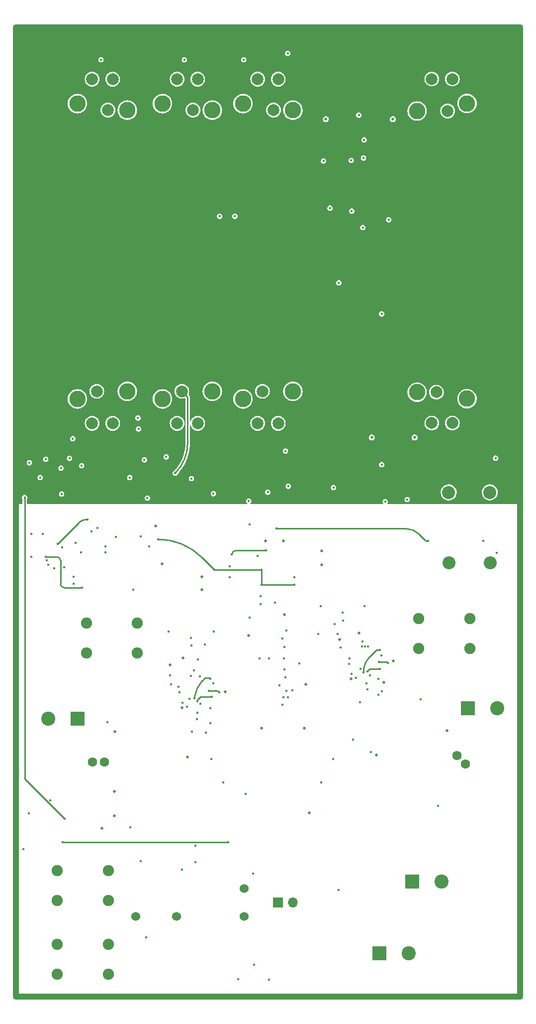
<source format=gbr>
%TF.GenerationSoftware,KiCad,Pcbnew,(6.0.7)*%
%TF.CreationDate,2023-01-25T09:18:12-05:00*%
%TF.ProjectId,amp,616d702e-6b69-4636-9164-5f7063625858,0.0*%
%TF.SameCoordinates,Original*%
%TF.FileFunction,Copper,L3,Inr*%
%TF.FilePolarity,Positive*%
%FSLAX46Y46*%
G04 Gerber Fmt 4.6, Leading zero omitted, Abs format (unit mm)*
G04 Created by KiCad (PCBNEW (6.0.7)) date 2023-01-25 09:18:12*
%MOMM*%
%LPD*%
G01*
G04 APERTURE LIST*
%TA.AperFunction,Profile*%
%ADD10C,1.000000*%
%TD*%
%TA.AperFunction,ComponentPad*%
%ADD11C,0.500000*%
%TD*%
%TA.AperFunction,ComponentPad*%
%ADD12C,1.905000*%
%TD*%
%TA.AperFunction,ComponentPad*%
%ADD13C,2.000000*%
%TD*%
%TA.AperFunction,ComponentPad*%
%ADD14C,2.800000*%
%TD*%
%TA.AperFunction,ComponentPad*%
%ADD15R,2.400000X2.400000*%
%TD*%
%TA.AperFunction,ComponentPad*%
%ADD16C,2.400000*%
%TD*%
%TA.AperFunction,ComponentPad*%
%ADD17R,1.700000X1.700000*%
%TD*%
%TA.AperFunction,ComponentPad*%
%ADD18O,1.700000X1.700000*%
%TD*%
%TA.AperFunction,ComponentPad*%
%ADD19C,1.524000*%
%TD*%
%TA.AperFunction,ComponentPad*%
%ADD20C,2.209800*%
%TD*%
%TA.AperFunction,ComponentPad*%
%ADD21C,1.600000*%
%TD*%
%TA.AperFunction,ViaPad*%
%ADD22C,0.400000*%
%TD*%
%TA.AperFunction,Conductor*%
%ADD23C,0.254000*%
%TD*%
%TA.AperFunction,Conductor*%
%ADD24C,0.250000*%
%TD*%
G04 APERTURE END LIST*
D10*
X161080000Y-150000000D02*
X247000000Y-150000000D01*
X247000000Y-150000000D02*
X247000000Y-314760000D01*
X247000000Y-314760000D02*
X161080000Y-314760000D01*
X161080000Y-314760000D02*
X161080000Y-150000000D01*
D11*
%TO.N,GND*%
%TO.C,REF\u002A\u002A*%
X219500000Y-252900000D03*
%TD*%
%TO.N,GND*%
%TO.C,*%
X219500000Y-252900000D03*
%TD*%
%TO.N,GND*%
%TO.C,REF\u002A\u002A*%
X187400000Y-258400000D03*
%TD*%
%TO.N,GND*%
%TO.C,*%
X187400000Y-258400000D03*
%TD*%
%TO.N,GND*%
%TO.C,REF\u002A\u002A*%
X216200000Y-254000000D03*
%TD*%
%TO.N,GND*%
%TO.C,*%
X216200000Y-254000000D03*
%TD*%
%TO.N,GND*%
%TO.C,REF\u002A\u002A*%
X189600000Y-257200000D03*
%TD*%
%TO.N,GND*%
%TO.C,*%
X189600000Y-257200000D03*
%TD*%
%TO.N,GND*%
%TO.C,REF\u002A\u002A*%
X225300000Y-165600000D03*
%TD*%
%TO.N,GND*%
%TO.C,*%
X225300000Y-165600000D03*
%TD*%
%TO.N,GND*%
%TO.C,REF\u002A\u002A*%
X213900000Y-165600000D03*
%TD*%
%TO.N,GND*%
%TO.C,*%
X213900000Y-165600000D03*
%TD*%
%TO.N,GND*%
%TO.C,REF\u002A\u002A*%
X229000000Y-219700000D03*
%TD*%
%TO.N,GND*%
%TO.C,*%
X229000000Y-219700000D03*
%TD*%
%TO.N,GND*%
%TO.C,REF\u002A\u002A*%
X221700000Y-219700000D03*
%TD*%
%TO.N,GND*%
%TO.C,*%
X221700000Y-219700000D03*
%TD*%
%TO.N,GND*%
%TO.C,REF\u002A\u002A*%
X223800000Y-261300000D03*
%TD*%
%TO.N,GND*%
%TO.C,*%
X223800000Y-261300000D03*
%TD*%
%TO.N,GND*%
%TO.C,REF\u002A\u002A*%
X225400000Y-257700000D03*
%TD*%
%TO.N,GND*%
%TO.C,*%
X225400000Y-257700000D03*
%TD*%
%TO.N,GND*%
%TO.C,REF\u002A\u002A*%
X211100000Y-283500000D03*
%TD*%
%TO.N,GND*%
%TO.C,*%
X211100000Y-283500000D03*
%TD*%
%TO.N,GND*%
%TO.C,REF\u002A\u002A*%
X175800000Y-286100000D03*
%TD*%
%TO.N,GND*%
%TO.C,*%
X175800000Y-286100000D03*
%TD*%
%TO.N,GND*%
%TO.C,REF\u002A\u002A*%
X177900000Y-279900000D03*
%TD*%
%TO.N,GND*%
%TO.C,*%
X177900000Y-279900000D03*
%TD*%
%TO.N,GND*%
%TO.C,REF\u002A\u002A*%
X177900000Y-284000000D03*
%TD*%
%TO.N,GND*%
%TO.C,*%
X177900000Y-284000000D03*
%TD*%
%TO.N,GND*%
%TO.C,REF\u002A\u002A*%
X184900000Y-234700000D03*
%TD*%
%TO.N,GND*%
%TO.C,*%
X184900000Y-234700000D03*
%TD*%
%TO.N,GND*%
%TO.C,REF\u002A\u002A*%
X186000000Y-241200000D03*
%TD*%
%TO.N,GND*%
%TO.C,*%
X186000000Y-241200000D03*
%TD*%
%TO.N,GND*%
%TO.C,REF\u002A\u002A*%
X234500000Y-269500000D03*
%TD*%
%TO.N,GND*%
%TO.C,*%
X234500000Y-269500000D03*
%TD*%
%TO.N,GND*%
%TO.C,REF\u002A\u002A*%
X222500000Y-273700000D03*
%TD*%
%TO.N,GND*%
%TO.C,*%
X222500000Y-273700000D03*
%TD*%
%TO.N,GND*%
%TO.C,REF\u002A\u002A*%
X178000000Y-269700000D03*
%TD*%
%TO.N,GND*%
%TO.C,*%
X178000000Y-269700000D03*
%TD*%
%TO.N,GND*%
%TO.C,REF\u002A\u002A*%
X190300000Y-274000000D03*
%TD*%
%TO.N,GND*%
%TO.C,*%
X190300000Y-274000000D03*
%TD*%
%TO.N,GND*%
%TO.C,REF\u002A\u002A*%
X206700000Y-237300000D03*
%TD*%
%TO.N,GND*%
%TO.C,*%
X206700000Y-237300000D03*
%TD*%
%TO.N,GND*%
%TO.C,REF\u002A\u002A*%
X203600000Y-237300000D03*
%TD*%
%TO.N,GND*%
%TO.C,*%
X203600000Y-237300000D03*
%TD*%
%TO.N,GND*%
%TO.C,REF\u002A\u002A*%
X213200000Y-239000000D03*
%TD*%
%TO.N,GND*%
%TO.C,*%
X213200000Y-239000000D03*
%TD*%
%TO.N,GND*%
%TO.C,REF\u002A\u002A*%
X213200000Y-241300000D03*
%TD*%
%TO.N,GND*%
%TO.C,*%
X213200000Y-241300000D03*
%TD*%
%TO.N,GND*%
%TO.C,REF\u002A\u002A*%
X192800000Y-243399999D03*
%TD*%
%TO.N,GND*%
%TO.C,*%
X192800000Y-243399999D03*
%TD*%
%TO.N,GND*%
%TO.C,REF\u002A\u002A*%
X192800000Y-245600000D03*
%TD*%
%TO.N,GND*%
%TO.C,*%
X192800000Y-245600000D03*
%TD*%
%TO.N,GND*%
%TO.C,REF\u002A\u002A*%
X200700000Y-253400000D03*
%TD*%
%TO.N,GND*%
%TO.C,*%
X200700000Y-253400000D03*
%TD*%
%TO.N,GND*%
%TO.C,REF\u002A\u002A*%
X206800000Y-249800000D03*
%TD*%
%TO.N,GND*%
%TO.C,*%
X206800000Y-249800000D03*
%TD*%
%TO.N,GND*%
%TO.C,REF\u002A\u002A*%
X189400000Y-265600000D03*
%TD*%
%TO.N,GND*%
%TO.C,*%
X189400000Y-265600000D03*
%TD*%
%TO.N,GND*%
%TO.C,REF\u002A\u002A*%
X196800000Y-262900000D03*
%TD*%
%TO.N,GND*%
%TO.C,*%
X196800000Y-262900000D03*
%TD*%
%TO.N,GND*%
%TO.C,REF\u002A\u002A*%
X218200000Y-260700000D03*
%TD*%
%TO.N,GND*%
%TO.C,*%
X218200000Y-260700000D03*
%TD*%
%TO.N,GND*%
%TO.C,*%
X202900000Y-269100000D03*
%TD*%
%TO.N,GND*%
%TO.C,REF\u002A\u002A*%
X202900000Y-269100000D03*
%TD*%
%TO.N,GND*%
%TO.C,REF\u002A\u002A*%
X210200000Y-269100000D03*
%TD*%
%TO.N,GND*%
%TO.C,*%
X210200000Y-269100000D03*
%TD*%
%TO.N,GND*%
%TO.C,REF\u002A\u002A*%
X210500000Y-261700000D03*
%TD*%
D12*
%TO.N,GND*%
%TO.C,J2*%
X168135900Y-293324000D03*
X176835903Y-293324000D03*
%TO.N,+5V*%
X168135900Y-298404000D03*
X176835903Y-298404000D03*
%TD*%
D13*
%TO.N,Net-(C35-Pad1)*%
%TO.C,R30*%
X192064000Y-158790000D03*
%TO.N,Net-(C37-Pad1)*%
X191264000Y-164040000D03*
%TO.N,Net-(C35-Pad2)*%
X192064000Y-217290000D03*
%TO.N,Net-(C36-Pad1)*%
X188564000Y-158790000D03*
%TO.N,Net-(C38-Pad1)*%
X189364000Y-211840000D03*
%TO.N,Net-(C36-Pad2)*%
X188564000Y-217290000D03*
D14*
%TO.N,N/C*%
X194564000Y-164040000D03*
X194564000Y-211840000D03*
X186064000Y-162940000D03*
X186064000Y-213140000D03*
%TD*%
D15*
%TO.N,Net-(C75-Pad1)*%
%TO.C,C79*%
X171620459Y-267500000D03*
D16*
%TO.N,/OUT_L*%
X166620459Y-267500000D03*
%TD*%
D13*
%TO.N,/BUFFERED_R*%
%TO.C,R11*%
X231930000Y-217250000D03*
%TO.N,Net-(R11-Pad2)*%
X232730000Y-212000000D03*
%TO.N,Net-(R11-Pad3)*%
X231930000Y-158750000D03*
%TO.N,/BUFFERED_L*%
X235430000Y-217250000D03*
%TO.N,Net-(R11-Pad5)*%
X234630000Y-164200000D03*
%TO.N,Net-(R11-Pad6)*%
X235430000Y-158750000D03*
D14*
%TO.N,N/C*%
X229430000Y-212000000D03*
X229430000Y-164200000D03*
X237930000Y-213100000D03*
X237930000Y-162900000D03*
%TD*%
D17*
%TO.N,Net-(D1-Pad2)*%
%TO.C,JP1*%
X205735000Y-298704000D03*
D18*
%TO.N,GND*%
X208275000Y-298704000D03*
%TD*%
D19*
%TO.N,Net-(D1-Pad2)*%
%TO.C,K1*%
X199979000Y-296404000D03*
%TO.N,Net-(FL1-Pad1)*%
X181479000Y-301104000D03*
%TO.N,Net-(D1-Pad1)*%
X188479000Y-301104000D03*
X199979000Y-301104000D03*
%TD*%
D20*
%TO.N,N/C*%
%TO.C,J4*%
X241882199Y-241002000D03*
X234882201Y-241002000D03*
%TD*%
%TO.N,N/C*%
%TO.C,J3*%
X241814199Y-229024000D03*
X234814201Y-229024000D03*
%TD*%
D15*
%TO.N,+24V*%
%TO.C,C9*%
X228600000Y-295148000D03*
D16*
%TO.N,GND*%
X233600000Y-295148000D03*
%TD*%
D21*
%TO.N,Net-(C72-Pad1)*%
%TO.C,C72*%
X236200000Y-273800000D03*
%TO.N,GND*%
X237614214Y-275214214D03*
%TD*%
D15*
%TO.N,Net-(C72-Pad1)*%
%TO.C,C78*%
X238103541Y-265712000D03*
D16*
%TO.N,/OUT_R*%
X243103541Y-265712000D03*
%TD*%
D13*
%TO.N,Net-(R42-Pad1)*%
%TO.C,R43*%
X177586000Y-158790000D03*
%TO.N,Net-(C42-Pad2)*%
X176786000Y-164040000D03*
%TO.N,Net-(R43-Pad3)*%
X177586000Y-217290000D03*
%TO.N,Net-(R43-Pad4)*%
X174086000Y-158790000D03*
%TO.N,Net-(C43-Pad2)*%
X174886000Y-211840000D03*
%TO.N,Net-(R43-Pad6)*%
X174086000Y-217290000D03*
D14*
%TO.N,N/C*%
X180086000Y-164040000D03*
X180086000Y-211840000D03*
X171586000Y-162940000D03*
X171586000Y-213140000D03*
%TD*%
D13*
%TO.N,Net-(C31-Pad2)*%
%TO.C,R25*%
X205780000Y-158790000D03*
%TO.N,Net-(R25-Pad2)*%
X204980000Y-164040000D03*
%TO.N,Net-(C31-Pad1)*%
X205780000Y-217290000D03*
%TO.N,Net-(C32-Pad2)*%
X202280000Y-158790000D03*
%TO.N,Net-(R25-Pad5)*%
X203080000Y-211840000D03*
%TO.N,Net-(C32-Pad1)*%
X202280000Y-217290000D03*
D14*
%TO.N,N/C*%
X208280000Y-164040000D03*
X208280000Y-211840000D03*
X199780000Y-162940000D03*
X199780000Y-213140000D03*
%TD*%
D21*
%TO.N,Net-(C75-Pad1)*%
%TO.C,C75*%
X176154500Y-274866000D03*
%TO.N,GND*%
X174154500Y-274866000D03*
%TD*%
D15*
%TO.N,+24V*%
%TO.C,C7*%
X222974041Y-307340000D03*
D16*
%TO.N,GND*%
X227974041Y-307340000D03*
%TD*%
D12*
%TO.N,/OUT_R*%
%TO.C,J5*%
X238396600Y-255598000D03*
X229696597Y-255598000D03*
%TO.N,GND*%
X229696597Y-250518000D03*
X238396600Y-250518000D03*
%TD*%
%TO.N,/OUT_L*%
%TO.C,J6*%
X181806502Y-251234000D03*
X173106499Y-251234000D03*
%TO.N,GND*%
X173106499Y-256314000D03*
X181806502Y-256314000D03*
%TD*%
%TO.N,Net-(D1-Pad1)*%
%TO.C,J1*%
X176848002Y-305816000D03*
X168147999Y-305816000D03*
%TO.N,Net-(FL1-Pad3)*%
X176848002Y-310896000D03*
X168147999Y-310896000D03*
%TD*%
D22*
%TO.N,GND*%
X168900000Y-229300000D03*
X169300000Y-241800000D03*
X169000000Y-238400000D03*
%TO.N,+5V*%
X172200000Y-239200000D03*
%TO.N,GND*%
X171300000Y-237600000D03*
X166400000Y-240600000D03*
%TO.N,+5V*%
X166600000Y-241300000D03*
%TO.N,/GH_L*%
X192000000Y-264500000D03*
%TO.N,GND*%
X206800000Y-255300000D03*
X206764000Y-257264000D03*
%TO.N,/GH_R*%
X220973500Y-259500000D03*
%TO.N,/SW_NODE_R*%
X220300000Y-259600000D03*
%TO.N,/GL_R*%
X218300000Y-259900000D03*
%TO.N,+24V*%
X197300000Y-288500000D03*
%TO.N,-5V6*%
X185300000Y-237000000D03*
%TO.N,GND*%
X233000000Y-282300000D03*
X202800000Y-246700000D03*
X202800000Y-248000000D03*
X230000000Y-264200000D03*
X219700000Y-264700000D03*
%TO.N,+5V*%
X192100000Y-257400000D03*
%TO.N,GND*%
X212600000Y-253100000D03*
%TO.N,+5V*%
X206000000Y-261800000D03*
X207000000Y-260500000D03*
X209400000Y-258100000D03*
%TO.N,GND*%
X207200000Y-252500000D03*
%TO.N,+5V*%
X206500000Y-253900000D03*
X204200000Y-257300000D03*
%TO.N,GND*%
X202600000Y-257300000D03*
X208200000Y-262700000D03*
X207200000Y-262800000D03*
X207460000Y-263842500D03*
X206500000Y-265100000D03*
X206800000Y-259100000D03*
%TO.N,/V_BIAS_L*%
X200900000Y-250300000D03*
X200900000Y-234500000D03*
%TO.N,GND*%
X206700000Y-263900000D03*
X220126800Y-254419300D03*
X219826800Y-259019300D03*
X221026800Y-255219300D03*
X220026800Y-255219300D03*
X220526800Y-255219300D03*
X217926800Y-257219300D03*
X220951922Y-262467222D03*
%TO.N,+5V*%
X223426800Y-262819300D03*
X222826800Y-263419300D03*
%TO.N,GND*%
X221426800Y-260119300D03*
%TO.N,Net-(C62-Pad1)*%
X224426800Y-258019300D03*
X222926800Y-257819300D03*
%TO.N,/GH_R*%
X223100000Y-259019300D03*
%TO.N,GND*%
X219026800Y-260519300D03*
%TO.N,+24V*%
X220826800Y-261519300D03*
%TO.N,Net-(C52-Pad1)*%
X222806800Y-260739300D03*
%TO.N,Net-(R73-Pad1)*%
X223326800Y-256719300D03*
%TO.N,/SW_NODE_R*%
X223126800Y-255819300D03*
%TO.N,Net-(R74-Pad1)*%
X217826800Y-258219300D03*
%TO.N,GND*%
X218500000Y-271100000D03*
X215100000Y-274400000D03*
X213100000Y-278300000D03*
X196400000Y-278300000D03*
X200200000Y-280300000D03*
X194400000Y-274400000D03*
%TO.N,+5V6*%
X169380000Y-284480000D03*
X162599999Y-229897953D03*
%TO.N,-5V6*%
X162000000Y-229900000D03*
%TO.N,GND*%
X180600000Y-286000000D03*
X182400000Y-291700000D03*
X201500000Y-293800000D03*
X216100000Y-296600000D03*
X199000000Y-311800000D03*
X201700000Y-309300000D03*
X204200000Y-311900000D03*
%TO.N,Net-(D1-Pad1)*%
X183300000Y-304700000D03*
%TO.N,GND*%
X176700000Y-268100000D03*
X243000000Y-239300000D03*
X240700000Y-237300000D03*
%TO.N,Net-(C51-Pad2)*%
X231300000Y-237300000D03*
X205500000Y-235200000D03*
%TO.N,GND*%
X167000000Y-281400000D03*
X163300000Y-283600000D03*
X162400000Y-289700000D03*
%TO.N,+24V*%
X169100000Y-288500000D03*
%TO.N,GND*%
X191700000Y-291900000D03*
X189400000Y-293200000D03*
X191700000Y-289100000D03*
X181100000Y-245600000D03*
X175000000Y-235100000D03*
%TO.N,+24V*%
X192000000Y-266500000D03*
X221600000Y-273200000D03*
X193500000Y-269900000D03*
%TO.N,GND*%
X190900000Y-260200000D03*
X176386000Y-239201308D03*
X191000000Y-255075100D03*
X193300000Y-254900000D03*
X187400000Y-260100000D03*
X188800000Y-262100000D03*
X186700000Y-223000000D03*
X213500000Y-172700000D03*
X183800000Y-238200000D03*
X192429499Y-260270500D03*
X166200000Y-223400000D03*
X192500000Y-265000000D03*
X190900000Y-253800000D03*
X216100000Y-193400000D03*
X178100000Y-236600000D03*
X202300000Y-239800000D03*
X223400000Y-224300000D03*
X190700000Y-264100000D03*
X170800000Y-219900000D03*
X216700000Y-249500000D03*
X205200000Y-247800000D03*
X194800000Y-252700000D03*
X187500000Y-261700000D03*
X187100000Y-252700000D03*
X224600000Y-182700000D03*
X197500000Y-243500000D03*
X242800000Y-223200000D03*
X168800000Y-224900000D03*
X197500000Y-241600000D03*
X216800000Y-250821100D03*
X214600000Y-180700000D03*
X172300000Y-224500000D03*
X191400000Y-259300000D03*
X191100000Y-269700000D03*
X220400000Y-169100000D03*
X213000000Y-248400000D03*
X220500000Y-248400000D03*
X191900000Y-267600000D03*
X170900000Y-244600000D03*
X182400000Y-236500000D03*
X215400000Y-251400000D03*
X224000000Y-230600000D03*
X216426800Y-255419300D03*
X181900000Y-216400000D03*
X208500000Y-243500000D03*
X167600000Y-241900000D03*
X223400000Y-198700000D03*
X163700000Y-236126000D03*
X176386000Y-238214000D03*
X190200000Y-265500000D03*
X165700000Y-236126000D03*
%TO.N,+5V*%
X194250000Y-268250000D03*
X163700000Y-240026000D03*
X215900000Y-253100000D03*
X170900000Y-243400000D03*
%TO.N,Net-(C35-Pad1)*%
X195800000Y-182100000D03*
%TO.N,/EQ_ADJ_R*%
X207500000Y-228000000D03*
X207000000Y-222000000D03*
%TO.N,/EQ_ADJ_L*%
X183000000Y-223500000D03*
X204000000Y-229000000D03*
%TO.N,/SW_NODE_L*%
X194250000Y-260750000D03*
X191500000Y-264004102D03*
%TO.N,/GH_L*%
X194500000Y-263800000D03*
%TO.N,/GL_L*%
X189490000Y-264760000D03*
%TO.N,/V_BIAS_R*%
X182000000Y-218250000D03*
X215200000Y-228200000D03*
X218300000Y-181200000D03*
X165250000Y-226500000D03*
X218200000Y-172600000D03*
%TO.N,/V_BIAS_L*%
X170250000Y-223250000D03*
X227750000Y-230250000D03*
X200750000Y-230500000D03*
X180500000Y-226500000D03*
X220200000Y-184000000D03*
X220300000Y-172200000D03*
%TO.N,/VOL_ADJ_R*%
X207400000Y-154400000D03*
%TO.N,/VOL_ADJ_L*%
X189800000Y-155500000D03*
X199900000Y-155500000D03*
X175600000Y-155500000D03*
%TO.N,Net-(C63-Pad1)*%
X195750000Y-263000000D03*
X194000000Y-262750000D03*
%TO.N,Net-(C32-Pad2)*%
X198400000Y-182100000D03*
%TO.N,Net-(C38-Pad1)*%
X188250000Y-225750000D03*
%TO.N,Net-(C39-Pad1)*%
X173300000Y-233600000D03*
X168200000Y-237800000D03*
%TO.N,Net-(C40-Pad2)*%
X172400000Y-245200000D03*
X166200000Y-239948000D03*
%TO.N,Net-(C41-Pad2)*%
X174000000Y-235700000D03*
%TO.N,Net-(R11-Pad3)*%
X219500000Y-164900000D03*
%TO.N,Net-(R25-Pad5)*%
X191000000Y-226700000D03*
%TO.N,-5V6*%
X194900000Y-242200000D03*
X223100000Y-228900000D03*
X213500000Y-174700000D03*
X208500000Y-244700000D03*
X180750000Y-229500000D03*
X202900000Y-244700000D03*
X213400000Y-183200000D03*
X224600000Y-196200000D03*
X202900000Y-242200000D03*
X173300000Y-227400000D03*
X179700000Y-220000000D03*
%TO.N,+5V6*%
X203700000Y-238900000D03*
X183500000Y-230000000D03*
X194750000Y-229250000D03*
X163400000Y-224000000D03*
X197900000Y-239600000D03*
%TO.N,Net-(C53-Pad1)*%
X194250000Y-265700000D03*
%TO.N,Net-(R75-Pad1)*%
X194750000Y-261500000D03*
%TO.N,Net-(R76-Pad1)*%
X189000000Y-263000000D03*
%TD*%
D23*
%TO.N,Net-(C40-Pad2)*%
X169300000Y-245200000D02*
X172400000Y-245200000D01*
X168700000Y-240600000D02*
X168700000Y-244600000D01*
X169300000Y-245200000D02*
G75*
G02*
X168700000Y-244600000I0J600000D01*
G01*
X166253487Y-240001487D02*
X168167436Y-240001487D01*
X168700006Y-240600000D02*
G75*
G03*
X168167436Y-240001487I-604506J-1700D01*
G01*
X166200000Y-239948000D02*
X166253487Y-240001487D01*
D24*
%TO.N,/GH_R*%
X220973500Y-259428960D02*
X220973500Y-259500000D01*
X221263059Y-259139401D02*
X220973500Y-259428960D01*
X223098127Y-259021173D02*
X221561839Y-259021173D01*
X223100000Y-259019300D02*
X223098127Y-259021173D01*
X221263050Y-259139388D02*
G75*
G02*
X221561839Y-259021173I385050J-536512D01*
G01*
%TO.N,/SW_NODE_L*%
X194100000Y-260600000D02*
X194250000Y-260750000D01*
X193303415Y-260600000D02*
X194100000Y-260600000D01*
X192830186Y-261073229D02*
X193303415Y-260600000D01*
X191500000Y-264004102D02*
X191546423Y-263957679D01*
X191546423Y-263957679D02*
X191546423Y-263796714D01*
X192830174Y-261073218D02*
G75*
G03*
X191546423Y-263796714I3784526J-3448182D01*
G01*
%TO.N,/GH_L*%
X192546486Y-263800000D02*
X192025000Y-264321486D01*
X192025000Y-264321486D02*
X192025000Y-264500000D01*
X194500000Y-263800000D02*
X192546486Y-263800000D01*
%TO.N,/SW_NODE_R*%
X220300009Y-259600000D02*
G75*
G02*
X221394975Y-256956501I3738491J0D01*
G01*
X222532174Y-255819300D02*
X221394974Y-256956500D01*
D23*
%TO.N,-5V6*%
X192811262Y-240111278D02*
G75*
G03*
X185300000Y-237000000I-7511262J-7511222D01*
G01*
X192811270Y-240111270D02*
X194900000Y-242200000D01*
D24*
%TO.N,Net-(C62-Pad1)*%
X224226800Y-257819300D02*
X222926800Y-257819300D01*
X224226800Y-257819300D02*
G75*
G02*
X224426800Y-258019300I0J-200000D01*
G01*
%TO.N,/SW_NODE_R*%
X223126800Y-255819300D02*
X222532174Y-255819300D01*
D23*
%TO.N,+5V6*%
X162621774Y-277721773D02*
X169380000Y-284480000D01*
X162599999Y-229897953D02*
X162599999Y-277669205D01*
X162621785Y-277721762D02*
G75*
G02*
X162599999Y-277669205I52515J52562D01*
G01*
D24*
%TO.N,+24V*%
X192600000Y-288500000D02*
X197300000Y-288500000D01*
%TO.N,Net-(C51-Pad2)*%
X229788932Y-236148106D02*
X230645063Y-237004238D01*
X229788924Y-236148114D02*
G75*
G03*
X227500000Y-235200000I-2288924J-2288886D01*
G01*
X230645063Y-237004238D02*
X230940825Y-237300000D01*
X230940825Y-237300000D02*
X231300000Y-237300000D01*
X205500000Y-235200000D02*
X227500000Y-235200000D01*
%TO.N,+24V*%
X169100000Y-288500000D02*
X192600000Y-288500000D01*
%TO.N,Net-(C63-Pad1)*%
X194000000Y-262750000D02*
X195146447Y-262750000D01*
X195749986Y-263000014D02*
G75*
G03*
X195146447Y-262750000I-603586J-603586D01*
G01*
%TO.N,Net-(C38-Pad1)*%
X189364000Y-211840000D02*
X190364000Y-212840000D01*
X190364000Y-212840000D02*
X190364000Y-220646353D01*
X188250014Y-225750014D02*
G75*
G03*
X190364000Y-220646353I-5103614J5103614D01*
G01*
%TO.N,Net-(C39-Pad1)*%
X171763604Y-234236396D02*
X168200000Y-237800000D01*
X171763602Y-234236394D02*
G75*
G02*
X173300000Y-233600000I1536398J-1536406D01*
G01*
%TO.N,-5V6*%
X194900000Y-242200000D02*
X202900000Y-242200000D01*
D23*
X202900000Y-242200000D02*
X202900000Y-244700000D01*
X202900000Y-244700000D02*
X208500000Y-244700000D01*
D24*
%TO.N,+5V6*%
X203700000Y-238900000D02*
X198600000Y-238900000D01*
X197900000Y-239600000D02*
G75*
G02*
X198600000Y-238900000I700000J0D01*
G01*
%TD*%
%TA.AperFunction,Conductor*%
%TO.N,-5V6*%
G36*
X246727194Y-150272806D02*
G01*
X246745500Y-150317000D01*
X246745500Y-230937500D01*
X246727194Y-230981694D01*
X246683000Y-231000000D01*
X224391897Y-231000000D01*
X224347703Y-230981694D01*
X224329397Y-230937500D01*
X224345560Y-230895558D01*
X224347599Y-230893306D01*
X224380672Y-230856767D01*
X224437437Y-230739604D01*
X224443537Y-230703349D01*
X224458638Y-230613593D01*
X224458638Y-230613588D01*
X224459037Y-230611219D01*
X224459174Y-230600000D01*
X224440718Y-230471125D01*
X224403652Y-230389604D01*
X224388676Y-230356665D01*
X224388675Y-230356663D01*
X224386832Y-230352610D01*
X224301850Y-230253983D01*
X224287050Y-230244390D01*
X227290860Y-230244390D01*
X227291437Y-230248803D01*
X227291437Y-230248804D01*
X227292556Y-230257358D01*
X227307741Y-230373481D01*
X227309534Y-230377556D01*
X227348921Y-230467070D01*
X227360174Y-230492645D01*
X227363038Y-230496052D01*
X227441083Y-230588898D01*
X227441086Y-230588901D01*
X227443946Y-230592303D01*
X227552320Y-230664444D01*
X227676587Y-230703267D01*
X227681037Y-230703349D01*
X227681040Y-230703349D01*
X227802309Y-230705572D01*
X227802312Y-230705572D01*
X227806755Y-230705653D01*
X227811046Y-230704483D01*
X227811047Y-230704483D01*
X227869558Y-230688531D01*
X227932360Y-230671409D01*
X228043306Y-230603288D01*
X228130672Y-230506767D01*
X228187437Y-230389604D01*
X228188176Y-230385213D01*
X228208638Y-230263593D01*
X228208638Y-230263588D01*
X228209037Y-230261219D01*
X228209112Y-230255069D01*
X228209145Y-230252414D01*
X228209145Y-230252408D01*
X228209174Y-230250000D01*
X228190718Y-230121125D01*
X228163775Y-230061867D01*
X228138676Y-230006665D01*
X228138675Y-230006663D01*
X228136832Y-230002610D01*
X228051850Y-229903983D01*
X227942601Y-229833172D01*
X227923408Y-229827432D01*
X227898855Y-229820089D01*
X227817870Y-229795870D01*
X227752777Y-229795472D01*
X227692136Y-229795101D01*
X227692134Y-229795101D01*
X227687683Y-229795074D01*
X227562505Y-229830850D01*
X227452400Y-229900321D01*
X227449457Y-229903653D01*
X227449455Y-229903655D01*
X227369166Y-229994566D01*
X227366219Y-229997903D01*
X227364327Y-230001933D01*
X227312782Y-230111720D01*
X227312781Y-230111723D01*
X227310890Y-230115751D01*
X227290860Y-230244390D01*
X224287050Y-230244390D01*
X224192601Y-230183172D01*
X224067870Y-230145870D01*
X224002777Y-230145472D01*
X223942136Y-230145101D01*
X223942134Y-230145101D01*
X223937683Y-230145074D01*
X223812505Y-230180850D01*
X223702400Y-230250321D01*
X223699457Y-230253653D01*
X223699455Y-230253655D01*
X223628136Y-230334409D01*
X223616219Y-230347903D01*
X223614327Y-230351933D01*
X223562782Y-230461720D01*
X223562781Y-230461723D01*
X223560890Y-230465751D01*
X223540860Y-230594390D01*
X223541437Y-230598803D01*
X223541437Y-230598804D01*
X223542328Y-230605617D01*
X223557741Y-230723481D01*
X223610174Y-230842645D01*
X223613038Y-230846052D01*
X223656103Y-230897284D01*
X223670527Y-230942893D01*
X223648476Y-230985343D01*
X223608260Y-231000000D01*
X201025602Y-231000000D01*
X200981408Y-230981694D01*
X200963102Y-230937500D01*
X200981408Y-230893306D01*
X200992899Y-230884239D01*
X201039509Y-230855621D01*
X201039517Y-230855615D01*
X201043306Y-230853288D01*
X201130672Y-230756767D01*
X201187437Y-230639604D01*
X201192213Y-230611219D01*
X201208638Y-230513593D01*
X201208638Y-230513588D01*
X201209037Y-230511219D01*
X201209104Y-230505738D01*
X201209145Y-230502414D01*
X201209145Y-230502408D01*
X201209174Y-230500000D01*
X201190718Y-230371125D01*
X201141826Y-230263593D01*
X201138676Y-230256665D01*
X201138675Y-230256663D01*
X201136832Y-230252610D01*
X201051850Y-230153983D01*
X200942601Y-230083172D01*
X200817870Y-230045870D01*
X200752777Y-230045472D01*
X200692136Y-230045101D01*
X200692134Y-230045101D01*
X200687683Y-230045074D01*
X200562505Y-230080850D01*
X200452400Y-230150321D01*
X200449457Y-230153653D01*
X200449455Y-230153655D01*
X200369166Y-230244566D01*
X200366219Y-230247903D01*
X200363285Y-230254153D01*
X200312782Y-230361720D01*
X200312781Y-230361723D01*
X200310890Y-230365751D01*
X200290860Y-230494390D01*
X200291437Y-230498803D01*
X200291437Y-230498804D01*
X200292745Y-230508808D01*
X200307741Y-230623481D01*
X200309534Y-230627556D01*
X200356904Y-230735213D01*
X200360174Y-230742645D01*
X200363038Y-230746052D01*
X200441083Y-230838898D01*
X200441086Y-230838901D01*
X200443946Y-230842303D01*
X200496363Y-230877196D01*
X200508798Y-230885473D01*
X200535443Y-230925200D01*
X200526192Y-230972133D01*
X200486465Y-230998778D01*
X200474165Y-231000000D01*
X163043999Y-231000000D01*
X162999805Y-230981694D01*
X162981499Y-230937500D01*
X162981499Y-230167354D01*
X162987753Y-230140103D01*
X163035494Y-230041566D01*
X163035495Y-230041564D01*
X163037436Y-230037557D01*
X163042273Y-230008808D01*
X163044699Y-229994390D01*
X183040860Y-229994390D01*
X183041437Y-229998803D01*
X183041437Y-229998804D01*
X183041623Y-230000226D01*
X183057741Y-230123481D01*
X183059534Y-230127556D01*
X183089506Y-230195672D01*
X183110174Y-230242645D01*
X183113038Y-230246052D01*
X183191083Y-230338898D01*
X183191086Y-230338901D01*
X183193946Y-230342303D01*
X183302320Y-230414444D01*
X183426587Y-230453267D01*
X183431037Y-230453349D01*
X183431040Y-230453349D01*
X183552309Y-230455572D01*
X183552312Y-230455572D01*
X183556755Y-230455653D01*
X183561046Y-230454483D01*
X183561047Y-230454483D01*
X183619558Y-230438531D01*
X183682360Y-230421409D01*
X183793306Y-230353288D01*
X183880672Y-230256767D01*
X183916302Y-230183226D01*
X183935495Y-230143613D01*
X183935496Y-230143611D01*
X183937437Y-230139604D01*
X183941450Y-230115751D01*
X183958638Y-230013593D01*
X183958638Y-230013588D01*
X183959037Y-230011219D01*
X183959104Y-230005738D01*
X183959145Y-230002414D01*
X183959145Y-230002408D01*
X183959174Y-230000000D01*
X183940718Y-229871125D01*
X183913775Y-229811867D01*
X183888676Y-229756665D01*
X183888675Y-229756663D01*
X183886832Y-229752610D01*
X183864371Y-229726542D01*
X183804758Y-229657358D01*
X183801850Y-229653983D01*
X183692601Y-229583172D01*
X183567870Y-229545870D01*
X183502776Y-229545472D01*
X183442136Y-229545101D01*
X183442134Y-229545101D01*
X183437683Y-229545074D01*
X183312505Y-229580850D01*
X183202400Y-229650321D01*
X183199457Y-229653653D01*
X183199455Y-229653655D01*
X183138584Y-229722579D01*
X183116219Y-229747903D01*
X183114327Y-229751933D01*
X183062782Y-229861720D01*
X183062781Y-229861723D01*
X183060890Y-229865751D01*
X183040860Y-229994390D01*
X163044699Y-229994390D01*
X163058637Y-229911546D01*
X163058637Y-229911541D01*
X163059036Y-229909172D01*
X163059173Y-229897953D01*
X163040717Y-229769078D01*
X162993746Y-229665772D01*
X162988675Y-229654618D01*
X162988674Y-229654616D01*
X162986831Y-229650563D01*
X162901849Y-229551936D01*
X162792600Y-229481125D01*
X162667869Y-229443823D01*
X162602776Y-229443425D01*
X162542135Y-229443054D01*
X162542133Y-229443054D01*
X162537682Y-229443027D01*
X162412504Y-229478803D01*
X162302399Y-229548274D01*
X162299456Y-229551606D01*
X162299454Y-229551608D01*
X162224355Y-229636642D01*
X162216218Y-229645856D01*
X162214326Y-229649886D01*
X162162781Y-229759673D01*
X162162780Y-229759676D01*
X162160889Y-229763704D01*
X162140859Y-229892343D01*
X162141436Y-229896756D01*
X162141436Y-229896757D01*
X162141902Y-229900321D01*
X162157740Y-230021434D01*
X162209431Y-230138911D01*
X162209431Y-230138912D01*
X162210173Y-230140598D01*
X162209942Y-230140700D01*
X162218499Y-230170643D01*
X162218499Y-230937500D01*
X162200193Y-230981694D01*
X162155999Y-231000000D01*
X161397000Y-231000000D01*
X161352806Y-230981694D01*
X161334500Y-230937500D01*
X161334500Y-229294390D01*
X168440860Y-229294390D01*
X168441437Y-229298803D01*
X168441437Y-229298804D01*
X168441909Y-229302414D01*
X168457741Y-229423481D01*
X168459534Y-229427556D01*
X168501833Y-229523688D01*
X168510174Y-229542645D01*
X168513038Y-229546052D01*
X168591083Y-229638898D01*
X168591086Y-229638901D01*
X168593946Y-229642303D01*
X168702320Y-229714444D01*
X168826587Y-229753267D01*
X168831037Y-229753349D01*
X168831040Y-229753349D01*
X168952309Y-229755572D01*
X168952312Y-229755572D01*
X168956755Y-229755653D01*
X168961046Y-229754483D01*
X168961047Y-229754483D01*
X169071983Y-229724238D01*
X169082360Y-229721409D01*
X169193306Y-229653288D01*
X169198141Y-229647947D01*
X169277685Y-229560067D01*
X169280672Y-229556767D01*
X169319038Y-229477580D01*
X169335495Y-229443613D01*
X169335496Y-229443611D01*
X169337437Y-229439604D01*
X169340150Y-229423481D01*
X169358638Y-229313593D01*
X169358638Y-229313588D01*
X169359037Y-229311219D01*
X169359174Y-229300000D01*
X169351210Y-229244390D01*
X194290860Y-229244390D01*
X194291437Y-229248803D01*
X194291437Y-229248804D01*
X194292745Y-229258808D01*
X194307741Y-229373481D01*
X194309534Y-229377556D01*
X194355129Y-229481179D01*
X194360174Y-229492645D01*
X194363038Y-229496052D01*
X194441083Y-229588898D01*
X194441086Y-229588901D01*
X194443946Y-229592303D01*
X194552320Y-229664444D01*
X194676587Y-229703267D01*
X194681037Y-229703349D01*
X194681040Y-229703349D01*
X194802309Y-229705572D01*
X194802312Y-229705572D01*
X194806755Y-229705653D01*
X194811046Y-229704483D01*
X194811047Y-229704483D01*
X194869558Y-229688531D01*
X194932360Y-229671409D01*
X195043306Y-229603288D01*
X195082428Y-229560067D01*
X195127685Y-229510067D01*
X195130672Y-229506767D01*
X195168153Y-229429407D01*
X195185495Y-229393613D01*
X195185496Y-229393611D01*
X195187437Y-229389604D01*
X195193547Y-229353288D01*
X195208638Y-229263593D01*
X195208638Y-229263588D01*
X195209037Y-229261219D01*
X195209104Y-229255738D01*
X195209145Y-229252414D01*
X195209145Y-229252408D01*
X195209174Y-229250000D01*
X195190718Y-229121125D01*
X195157426Y-229047903D01*
X195138676Y-229006665D01*
X195138675Y-229006663D01*
X195136832Y-229002610D01*
X195129750Y-228994390D01*
X203540860Y-228994390D01*
X203541437Y-228998803D01*
X203541437Y-228998804D01*
X203541846Y-229001933D01*
X203557741Y-229123481D01*
X203559534Y-229127556D01*
X203597500Y-229213840D01*
X203610174Y-229242645D01*
X203613038Y-229246052D01*
X203691083Y-229338898D01*
X203691086Y-229338901D01*
X203693946Y-229342303D01*
X203802320Y-229414444D01*
X203926587Y-229453267D01*
X203931037Y-229453349D01*
X203931040Y-229453349D01*
X204052309Y-229455572D01*
X204052312Y-229455572D01*
X204056755Y-229455653D01*
X204061046Y-229454483D01*
X204061047Y-229454483D01*
X204135128Y-229434286D01*
X204182360Y-229421409D01*
X204293306Y-229353288D01*
X204350598Y-229289993D01*
X204377685Y-229260067D01*
X204380672Y-229256767D01*
X204437437Y-229139604D01*
X204441450Y-229115751D01*
X204458638Y-229013593D01*
X204458638Y-229013588D01*
X204459037Y-229011219D01*
X204459104Y-229005738D01*
X204459145Y-229002414D01*
X204459145Y-229002408D01*
X204459174Y-229000000D01*
X204457838Y-228990673D01*
X233450549Y-228990673D01*
X233463417Y-229213840D01*
X233512561Y-229431909D01*
X233513525Y-229434284D01*
X233513526Y-229434286D01*
X233541330Y-229502760D01*
X233596661Y-229639024D01*
X233598003Y-229641213D01*
X233598004Y-229641216D01*
X233636080Y-229703349D01*
X233713460Y-229829621D01*
X233715137Y-229831557D01*
X233715140Y-229831561D01*
X233781418Y-229908074D01*
X233859819Y-229998583D01*
X233861798Y-230000226D01*
X234015168Y-230127556D01*
X234031809Y-230141372D01*
X234034022Y-230142665D01*
X234034026Y-230142668D01*
X234215657Y-230248804D01*
X234224811Y-230254153D01*
X234227206Y-230255068D01*
X234227209Y-230255069D01*
X234326251Y-230292889D01*
X234433641Y-230333897D01*
X234436152Y-230334408D01*
X234436156Y-230334409D01*
X234650178Y-230377953D01*
X234650181Y-230377953D01*
X234652691Y-230378464D01*
X234655251Y-230378558D01*
X234655252Y-230378558D01*
X234873509Y-230386561D01*
X234873512Y-230386561D01*
X234876079Y-230386655D01*
X234878632Y-230386328D01*
X235095255Y-230358578D01*
X235095259Y-230358577D01*
X235097805Y-230358251D01*
X235100265Y-230357513D01*
X235309462Y-230294751D01*
X235309466Y-230294749D01*
X235311914Y-230294015D01*
X235314210Y-230292890D01*
X235314213Y-230292889D01*
X235510357Y-230196799D01*
X235512658Y-230195672D01*
X235670377Y-230083172D01*
X235692556Y-230067352D01*
X235692559Y-230067350D01*
X235694643Y-230065863D01*
X235852984Y-229908074D01*
X235856160Y-229903655D01*
X235934183Y-229795074D01*
X235983428Y-229726542D01*
X236010677Y-229671409D01*
X236054916Y-229581897D01*
X236082471Y-229526144D01*
X236147454Y-229312259D01*
X236176632Y-229090634D01*
X236178260Y-229024000D01*
X236175520Y-228990673D01*
X240450547Y-228990673D01*
X240463415Y-229213840D01*
X240512559Y-229431909D01*
X240513523Y-229434284D01*
X240513524Y-229434286D01*
X240541328Y-229502760D01*
X240596659Y-229639024D01*
X240598001Y-229641213D01*
X240598002Y-229641216D01*
X240636078Y-229703349D01*
X240713458Y-229829621D01*
X240715135Y-229831557D01*
X240715138Y-229831561D01*
X240781416Y-229908074D01*
X240859817Y-229998583D01*
X240861796Y-230000226D01*
X241015166Y-230127556D01*
X241031807Y-230141372D01*
X241034020Y-230142665D01*
X241034024Y-230142668D01*
X241215655Y-230248804D01*
X241224809Y-230254153D01*
X241227204Y-230255068D01*
X241227207Y-230255069D01*
X241326249Y-230292889D01*
X241433639Y-230333897D01*
X241436150Y-230334408D01*
X241436154Y-230334409D01*
X241650176Y-230377953D01*
X241650179Y-230377953D01*
X241652689Y-230378464D01*
X241655249Y-230378558D01*
X241655250Y-230378558D01*
X241873507Y-230386561D01*
X241873510Y-230386561D01*
X241876077Y-230386655D01*
X241878630Y-230386328D01*
X242095253Y-230358578D01*
X242095257Y-230358577D01*
X242097803Y-230358251D01*
X242100263Y-230357513D01*
X242309460Y-230294751D01*
X242309464Y-230294749D01*
X242311912Y-230294015D01*
X242314208Y-230292890D01*
X242314211Y-230292889D01*
X242510355Y-230196799D01*
X242512656Y-230195672D01*
X242670375Y-230083172D01*
X242692554Y-230067352D01*
X242692557Y-230067350D01*
X242694641Y-230065863D01*
X242852982Y-229908074D01*
X242856158Y-229903655D01*
X242934181Y-229795074D01*
X242983426Y-229726542D01*
X243010675Y-229671409D01*
X243054914Y-229581897D01*
X243082469Y-229526144D01*
X243147452Y-229312259D01*
X243176630Y-229090634D01*
X243178258Y-229024000D01*
X243159942Y-228801214D01*
X243122040Y-228650321D01*
X243106109Y-228586898D01*
X243106108Y-228586895D01*
X243105484Y-228584411D01*
X243016349Y-228379413D01*
X242894929Y-228191726D01*
X242744485Y-228026390D01*
X242742474Y-228024802D01*
X242742471Y-228024799D01*
X242571072Y-227889436D01*
X242571068Y-227889433D01*
X242569058Y-227887846D01*
X242536265Y-227869743D01*
X242375606Y-227781055D01*
X242373358Y-227779814D01*
X242370939Y-227778958D01*
X242370936Y-227778956D01*
X242273820Y-227744566D01*
X242162642Y-227705196D01*
X242160119Y-227704747D01*
X242160113Y-227704745D01*
X242018992Y-227679608D01*
X241942568Y-227665995D01*
X241819655Y-227664493D01*
X241721615Y-227663295D01*
X241721610Y-227663295D01*
X241719047Y-227663264D01*
X241716512Y-227663652D01*
X241716511Y-227663652D01*
X241670786Y-227670649D01*
X241498081Y-227697076D01*
X241495641Y-227697874D01*
X241495639Y-227697874D01*
X241288049Y-227765725D01*
X241288047Y-227765726D01*
X241285605Y-227766524D01*
X241283328Y-227767709D01*
X241283324Y-227767711D01*
X241089603Y-227868556D01*
X241089597Y-227868560D01*
X241087324Y-227869743D01*
X241085268Y-227871286D01*
X241085269Y-227871286D01*
X240910614Y-228002419D01*
X240910608Y-228002424D01*
X240908564Y-228003959D01*
X240906796Y-228005809D01*
X240906795Y-228005810D01*
X240885313Y-228028290D01*
X240754126Y-228165570D01*
X240728993Y-228202414D01*
X240631886Y-228344768D01*
X240628157Y-228350234D01*
X240627074Y-228352566D01*
X240627074Y-228352567D01*
X240613518Y-228381771D01*
X240534039Y-228552993D01*
X240474301Y-228768401D01*
X240450547Y-228990673D01*
X236175520Y-228990673D01*
X236159944Y-228801214D01*
X236122042Y-228650321D01*
X236106111Y-228586898D01*
X236106110Y-228586895D01*
X236105486Y-228584411D01*
X236016351Y-228379413D01*
X235894931Y-228191726D01*
X235744487Y-228026390D01*
X235742476Y-228024802D01*
X235742473Y-228024799D01*
X235571074Y-227889436D01*
X235571070Y-227889433D01*
X235569060Y-227887846D01*
X235536267Y-227869743D01*
X235375608Y-227781055D01*
X235373360Y-227779814D01*
X235370941Y-227778958D01*
X235370938Y-227778956D01*
X235273822Y-227744566D01*
X235162644Y-227705196D01*
X235160121Y-227704747D01*
X235160115Y-227704745D01*
X235018994Y-227679608D01*
X234942570Y-227665995D01*
X234819657Y-227664493D01*
X234721617Y-227663295D01*
X234721612Y-227663295D01*
X234719049Y-227663264D01*
X234716514Y-227663652D01*
X234716513Y-227663652D01*
X234670788Y-227670649D01*
X234498083Y-227697076D01*
X234495643Y-227697874D01*
X234495641Y-227697874D01*
X234288051Y-227765725D01*
X234288049Y-227765726D01*
X234285607Y-227766524D01*
X234283330Y-227767709D01*
X234283326Y-227767711D01*
X234089605Y-227868556D01*
X234089599Y-227868560D01*
X234087326Y-227869743D01*
X234085270Y-227871286D01*
X234085271Y-227871286D01*
X233910616Y-228002419D01*
X233910610Y-228002424D01*
X233908566Y-228003959D01*
X233906798Y-228005809D01*
X233906797Y-228005810D01*
X233885315Y-228028290D01*
X233754128Y-228165570D01*
X233728995Y-228202414D01*
X233631888Y-228344768D01*
X233628159Y-228350234D01*
X233627076Y-228352566D01*
X233627076Y-228352567D01*
X233613520Y-228381771D01*
X233534041Y-228552993D01*
X233474303Y-228768401D01*
X233450549Y-228990673D01*
X204457838Y-228990673D01*
X204440718Y-228871125D01*
X204407798Y-228798722D01*
X204388676Y-228756665D01*
X204388675Y-228756663D01*
X204386832Y-228752610D01*
X204301850Y-228653983D01*
X204192601Y-228583172D01*
X204067870Y-228545870D01*
X204002777Y-228545472D01*
X203942136Y-228545101D01*
X203942134Y-228545101D01*
X203937683Y-228545074D01*
X203812505Y-228580850D01*
X203702400Y-228650321D01*
X203699457Y-228653653D01*
X203699455Y-228653655D01*
X203696185Y-228657358D01*
X203616219Y-228747903D01*
X203614327Y-228751933D01*
X203562782Y-228861720D01*
X203562781Y-228861723D01*
X203560890Y-228865751D01*
X203540860Y-228994390D01*
X195129750Y-228994390D01*
X195126547Y-228990673D01*
X195054758Y-228907358D01*
X195051850Y-228903983D01*
X194942601Y-228833172D01*
X194817870Y-228795870D01*
X194752777Y-228795472D01*
X194692136Y-228795101D01*
X194692134Y-228795101D01*
X194687683Y-228795074D01*
X194562505Y-228830850D01*
X194452400Y-228900321D01*
X194449457Y-228903653D01*
X194449455Y-228903655D01*
X194369166Y-228994566D01*
X194366219Y-228997903D01*
X194364327Y-229001933D01*
X194312782Y-229111720D01*
X194312781Y-229111723D01*
X194310890Y-229115751D01*
X194290860Y-229244390D01*
X169351210Y-229244390D01*
X169340718Y-229171125D01*
X169286832Y-229052610D01*
X169201850Y-228953983D01*
X169092601Y-228883172D01*
X168967870Y-228845870D01*
X168902776Y-228845472D01*
X168842136Y-228845101D01*
X168842134Y-228845101D01*
X168837683Y-228845074D01*
X168712505Y-228880850D01*
X168602400Y-228950321D01*
X168599457Y-228953653D01*
X168599455Y-228953655D01*
X168519166Y-229044566D01*
X168516219Y-229047903D01*
X168514327Y-229051933D01*
X168462782Y-229161720D01*
X168462781Y-229161723D01*
X168460890Y-229165751D01*
X168440860Y-229294390D01*
X161334500Y-229294390D01*
X161334500Y-227994390D01*
X207040860Y-227994390D01*
X207041437Y-227998803D01*
X207041437Y-227998804D01*
X207045045Y-228026390D01*
X207057741Y-228123481D01*
X207059534Y-228127556D01*
X207090884Y-228198804D01*
X207110174Y-228242645D01*
X207113038Y-228246052D01*
X207191083Y-228338898D01*
X207191086Y-228338901D01*
X207193946Y-228342303D01*
X207302320Y-228414444D01*
X207426587Y-228453267D01*
X207431037Y-228453349D01*
X207431040Y-228453349D01*
X207552309Y-228455572D01*
X207552312Y-228455572D01*
X207556755Y-228455653D01*
X207561046Y-228454483D01*
X207561047Y-228454483D01*
X207619558Y-228438531D01*
X207682360Y-228421409D01*
X207793306Y-228353288D01*
X207880672Y-228256767D01*
X207910893Y-228194390D01*
X214740860Y-228194390D01*
X214741437Y-228198803D01*
X214741437Y-228198804D01*
X214741909Y-228202414D01*
X214757741Y-228323481D01*
X214759534Y-228327556D01*
X214801345Y-228422579D01*
X214810174Y-228442645D01*
X214813038Y-228446052D01*
X214891083Y-228538898D01*
X214891086Y-228538901D01*
X214893946Y-228542303D01*
X215002320Y-228614444D01*
X215126587Y-228653267D01*
X215131037Y-228653349D01*
X215131040Y-228653349D01*
X215252309Y-228655572D01*
X215252312Y-228655572D01*
X215256755Y-228655653D01*
X215261046Y-228654483D01*
X215261047Y-228654483D01*
X215319557Y-228638531D01*
X215382360Y-228621409D01*
X215493306Y-228553288D01*
X215498866Y-228547146D01*
X215577685Y-228460067D01*
X215580672Y-228456767D01*
X215630807Y-228353288D01*
X215635495Y-228343613D01*
X215635496Y-228343611D01*
X215637437Y-228339604D01*
X215653750Y-228242645D01*
X215658638Y-228213593D01*
X215658638Y-228213588D01*
X215659037Y-228211219D01*
X215659174Y-228200000D01*
X215640718Y-228071125D01*
X215586832Y-227952610D01*
X215501850Y-227853983D01*
X215392601Y-227783172D01*
X215381373Y-227779814D01*
X215290407Y-227752610D01*
X215267870Y-227745870D01*
X215202777Y-227745472D01*
X215142136Y-227745101D01*
X215142134Y-227745101D01*
X215137683Y-227745074D01*
X215012505Y-227780850D01*
X214902400Y-227850321D01*
X214899457Y-227853653D01*
X214899455Y-227853655D01*
X214870354Y-227886606D01*
X214816219Y-227947903D01*
X214814327Y-227951933D01*
X214762782Y-228061720D01*
X214762781Y-228061723D01*
X214760890Y-228065751D01*
X214740860Y-228194390D01*
X207910893Y-228194390D01*
X207937437Y-228139604D01*
X207940893Y-228119065D01*
X207958638Y-228013593D01*
X207958638Y-228013588D01*
X207959037Y-228011219D01*
X207959126Y-228003959D01*
X207959145Y-228002414D01*
X207959145Y-228002408D01*
X207959174Y-228000000D01*
X207940718Y-227871125D01*
X207901829Y-227785593D01*
X207888676Y-227756665D01*
X207888675Y-227756663D01*
X207886832Y-227752610D01*
X207881025Y-227745870D01*
X207804758Y-227657358D01*
X207801850Y-227653983D01*
X207692601Y-227583172D01*
X207567870Y-227545870D01*
X207502777Y-227545472D01*
X207442136Y-227545101D01*
X207442134Y-227545101D01*
X207437683Y-227545074D01*
X207312505Y-227580850D01*
X207202400Y-227650321D01*
X207199457Y-227653653D01*
X207199455Y-227653655D01*
X207153936Y-227705196D01*
X207116219Y-227747903D01*
X207114327Y-227751933D01*
X207062782Y-227861720D01*
X207062781Y-227861723D01*
X207060890Y-227865751D01*
X207040860Y-227994390D01*
X161334500Y-227994390D01*
X161334500Y-226494390D01*
X164790860Y-226494390D01*
X164791437Y-226498803D01*
X164791437Y-226498804D01*
X164791909Y-226502414D01*
X164807741Y-226623481D01*
X164809534Y-226627556D01*
X164840884Y-226698804D01*
X164860174Y-226742645D01*
X164863038Y-226746052D01*
X164941083Y-226838898D01*
X164941086Y-226838901D01*
X164943946Y-226842303D01*
X165052320Y-226914444D01*
X165176587Y-226953267D01*
X165181037Y-226953349D01*
X165181040Y-226953349D01*
X165302309Y-226955572D01*
X165302312Y-226955572D01*
X165306755Y-226955653D01*
X165311046Y-226954483D01*
X165311047Y-226954483D01*
X165369558Y-226938531D01*
X165432360Y-226921409D01*
X165543306Y-226853288D01*
X165630672Y-226756767D01*
X165687437Y-226639604D01*
X165690893Y-226619065D01*
X165708638Y-226513593D01*
X165708638Y-226513588D01*
X165709037Y-226511219D01*
X165709174Y-226500000D01*
X165708371Y-226494390D01*
X180040860Y-226494390D01*
X180041437Y-226498803D01*
X180041437Y-226498804D01*
X180041909Y-226502414D01*
X180057741Y-226623481D01*
X180059534Y-226627556D01*
X180090884Y-226698804D01*
X180110174Y-226742645D01*
X180113038Y-226746052D01*
X180191083Y-226838898D01*
X180191086Y-226838901D01*
X180193946Y-226842303D01*
X180302320Y-226914444D01*
X180426587Y-226953267D01*
X180431037Y-226953349D01*
X180431040Y-226953349D01*
X180552309Y-226955572D01*
X180552312Y-226955572D01*
X180556755Y-226955653D01*
X180561046Y-226954483D01*
X180561047Y-226954483D01*
X180619558Y-226938531D01*
X180682360Y-226921409D01*
X180793306Y-226853288D01*
X180880672Y-226756767D01*
X180910893Y-226694390D01*
X190540860Y-226694390D01*
X190541437Y-226698803D01*
X190541437Y-226698804D01*
X190541909Y-226702414D01*
X190557741Y-226823481D01*
X190559534Y-226827556D01*
X190601345Y-226922579D01*
X190610174Y-226942645D01*
X190613038Y-226946052D01*
X190691083Y-227038898D01*
X190691086Y-227038901D01*
X190693946Y-227042303D01*
X190802320Y-227114444D01*
X190926587Y-227153267D01*
X190931037Y-227153349D01*
X190931040Y-227153349D01*
X191052309Y-227155572D01*
X191052312Y-227155572D01*
X191056755Y-227155653D01*
X191061046Y-227154483D01*
X191061047Y-227154483D01*
X191119558Y-227138531D01*
X191182360Y-227121409D01*
X191293306Y-227053288D01*
X191380672Y-226956767D01*
X191430807Y-226853288D01*
X191435495Y-226843613D01*
X191435496Y-226843611D01*
X191437437Y-226839604D01*
X191453750Y-226742645D01*
X191458638Y-226713593D01*
X191458638Y-226713588D01*
X191459037Y-226711219D01*
X191459174Y-226700000D01*
X191440718Y-226571125D01*
X191386832Y-226452610D01*
X191301850Y-226353983D01*
X191192601Y-226283172D01*
X191067870Y-226245870D01*
X191002776Y-226245472D01*
X190942136Y-226245101D01*
X190942134Y-226245101D01*
X190937683Y-226245074D01*
X190812505Y-226280850D01*
X190702400Y-226350321D01*
X190699457Y-226353653D01*
X190699455Y-226353655D01*
X190619166Y-226444566D01*
X190616219Y-226447903D01*
X190614327Y-226451933D01*
X190562782Y-226561720D01*
X190562781Y-226561723D01*
X190560890Y-226565751D01*
X190540860Y-226694390D01*
X180910893Y-226694390D01*
X180937437Y-226639604D01*
X180940893Y-226619065D01*
X180958638Y-226513593D01*
X180958638Y-226513588D01*
X180959037Y-226511219D01*
X180959174Y-226500000D01*
X180940718Y-226371125D01*
X180901829Y-226285593D01*
X180888676Y-226256665D01*
X180888675Y-226256663D01*
X180886832Y-226252610D01*
X180881025Y-226245870D01*
X180804758Y-226157358D01*
X180801850Y-226153983D01*
X180692601Y-226083172D01*
X180567870Y-226045870D01*
X180502776Y-226045472D01*
X180442136Y-226045101D01*
X180442134Y-226045101D01*
X180437683Y-226045074D01*
X180312505Y-226080850D01*
X180202400Y-226150321D01*
X180199457Y-226153653D01*
X180199455Y-226153655D01*
X180119166Y-226244566D01*
X180116219Y-226247903D01*
X180114327Y-226251933D01*
X180062782Y-226361720D01*
X180062781Y-226361723D01*
X180060890Y-226365751D01*
X180040860Y-226494390D01*
X165708371Y-226494390D01*
X165690718Y-226371125D01*
X165651829Y-226285593D01*
X165638676Y-226256665D01*
X165638675Y-226256663D01*
X165636832Y-226252610D01*
X165631025Y-226245870D01*
X165554758Y-226157358D01*
X165551850Y-226153983D01*
X165442601Y-226083172D01*
X165317870Y-226045870D01*
X165252776Y-226045472D01*
X165192136Y-226045101D01*
X165192134Y-226045101D01*
X165187683Y-226045074D01*
X165062505Y-226080850D01*
X164952400Y-226150321D01*
X164949457Y-226153653D01*
X164949455Y-226153655D01*
X164869166Y-226244566D01*
X164866219Y-226247903D01*
X164864327Y-226251933D01*
X164812782Y-226361720D01*
X164812781Y-226361723D01*
X164810890Y-226365751D01*
X164790860Y-226494390D01*
X161334500Y-226494390D01*
X161334500Y-225744390D01*
X187790860Y-225744390D01*
X187807741Y-225873481D01*
X187860174Y-225992645D01*
X187863038Y-225996052D01*
X187941083Y-226088898D01*
X187941086Y-226088901D01*
X187943946Y-226092303D01*
X188052320Y-226164444D01*
X188176587Y-226203267D01*
X188181037Y-226203349D01*
X188181040Y-226203349D01*
X188302309Y-226205572D01*
X188302312Y-226205572D01*
X188306755Y-226205653D01*
X188311046Y-226204483D01*
X188311047Y-226204483D01*
X188369558Y-226188531D01*
X188432360Y-226171409D01*
X188543306Y-226103288D01*
X188630672Y-226006767D01*
X188687437Y-225889604D01*
X188690150Y-225873481D01*
X188693704Y-225852354D01*
X188709721Y-225819999D01*
X188860558Y-225658952D01*
X188860560Y-225658950D01*
X188861265Y-225658197D01*
X189176819Y-225273693D01*
X189466549Y-224869373D01*
X189476552Y-224853288D01*
X189622200Y-224619065D01*
X189729215Y-224446971D01*
X189729804Y-224445870D01*
X189810771Y-224294390D01*
X222940860Y-224294390D01*
X222941437Y-224298803D01*
X222941437Y-224298804D01*
X222941909Y-224302414D01*
X222957741Y-224423481D01*
X222959534Y-224427556D01*
X222990884Y-224498804D01*
X223010174Y-224542645D01*
X223013038Y-224546052D01*
X223091083Y-224638898D01*
X223091086Y-224638901D01*
X223093946Y-224642303D01*
X223202320Y-224714444D01*
X223326587Y-224753267D01*
X223331037Y-224753349D01*
X223331040Y-224753349D01*
X223452309Y-224755572D01*
X223452312Y-224755572D01*
X223456755Y-224755653D01*
X223461046Y-224754483D01*
X223461047Y-224754483D01*
X223519558Y-224738531D01*
X223582360Y-224721409D01*
X223693306Y-224653288D01*
X223780672Y-224556767D01*
X223816302Y-224483226D01*
X223835495Y-224443613D01*
X223835496Y-224443611D01*
X223837437Y-224439604D01*
X223840150Y-224423481D01*
X223858638Y-224313593D01*
X223858638Y-224313588D01*
X223859037Y-224311219D01*
X223859174Y-224300000D01*
X223840718Y-224171125D01*
X223801829Y-224085593D01*
X223788676Y-224056665D01*
X223788675Y-224056663D01*
X223786832Y-224052610D01*
X223781025Y-224045870D01*
X223704758Y-223957358D01*
X223701850Y-223953983D01*
X223592601Y-223883172D01*
X223467870Y-223845870D01*
X223402776Y-223845472D01*
X223342136Y-223845101D01*
X223342134Y-223845101D01*
X223337683Y-223845074D01*
X223212505Y-223880850D01*
X223102400Y-223950321D01*
X223099457Y-223953653D01*
X223099455Y-223953655D01*
X223051201Y-224008293D01*
X223016219Y-224047903D01*
X223014327Y-224051933D01*
X222962782Y-224161720D01*
X222962781Y-224161723D01*
X222960890Y-224165751D01*
X222940860Y-224294390D01*
X189810771Y-224294390D01*
X189963201Y-224009210D01*
X189963203Y-224009207D01*
X189963691Y-224008293D01*
X190168975Y-223555219D01*
X190250126Y-223339604D01*
X190304780Y-223194390D01*
X242340860Y-223194390D01*
X242341437Y-223198803D01*
X242341437Y-223198804D01*
X242341909Y-223202414D01*
X242357741Y-223323481D01*
X242359534Y-223327556D01*
X242401345Y-223422579D01*
X242410174Y-223442645D01*
X242413038Y-223446052D01*
X242491083Y-223538898D01*
X242491086Y-223538901D01*
X242493946Y-223542303D01*
X242602320Y-223614444D01*
X242726587Y-223653267D01*
X242731037Y-223653349D01*
X242731040Y-223653349D01*
X242852309Y-223655572D01*
X242852312Y-223655572D01*
X242856755Y-223655653D01*
X242861046Y-223654483D01*
X242861047Y-223654483D01*
X242974760Y-223623481D01*
X242982360Y-223621409D01*
X243093306Y-223553288D01*
X243098866Y-223547146D01*
X243177685Y-223460067D01*
X243180672Y-223456767D01*
X243215340Y-223385213D01*
X243235495Y-223343613D01*
X243235496Y-223343611D01*
X243237437Y-223339604D01*
X243240893Y-223319065D01*
X243258638Y-223213593D01*
X243258638Y-223213588D01*
X243259037Y-223211219D01*
X243259174Y-223200000D01*
X243240718Y-223071125D01*
X243207294Y-222997613D01*
X243188676Y-222956665D01*
X243188675Y-222956663D01*
X243186832Y-222952610D01*
X243181025Y-222945870D01*
X243104758Y-222857358D01*
X243101850Y-222853983D01*
X242992601Y-222783172D01*
X242867870Y-222745870D01*
X242802776Y-222745472D01*
X242742136Y-222745101D01*
X242742134Y-222745101D01*
X242737683Y-222745074D01*
X242612505Y-222780850D01*
X242502400Y-222850321D01*
X242499457Y-222853653D01*
X242499455Y-222853655D01*
X242452027Y-222907358D01*
X242416219Y-222947903D01*
X242414327Y-222951933D01*
X242362782Y-223061720D01*
X242362781Y-223061723D01*
X242360890Y-223065751D01*
X242340860Y-223194390D01*
X190304780Y-223194390D01*
X190343825Y-223090649D01*
X190343828Y-223090641D01*
X190344186Y-223089689D01*
X190437166Y-222783172D01*
X190488278Y-222614676D01*
X190488280Y-222614668D01*
X190488575Y-222613696D01*
X190495680Y-222583226D01*
X190576040Y-222238571D01*
X190601523Y-222129278D01*
X190623792Y-221994390D01*
X206540860Y-221994390D01*
X206541437Y-221998803D01*
X206541437Y-221998804D01*
X206541909Y-222002414D01*
X206557741Y-222123481D01*
X206559534Y-222127556D01*
X206560741Y-222130298D01*
X206610174Y-222242645D01*
X206613038Y-222246052D01*
X206691083Y-222338898D01*
X206691086Y-222338901D01*
X206693946Y-222342303D01*
X206802320Y-222414444D01*
X206926587Y-222453267D01*
X206931037Y-222453349D01*
X206931040Y-222453349D01*
X207052309Y-222455572D01*
X207052312Y-222455572D01*
X207056755Y-222455653D01*
X207061046Y-222454483D01*
X207061047Y-222454483D01*
X207119557Y-222438531D01*
X207182360Y-222421409D01*
X207293306Y-222353288D01*
X207380672Y-222256767D01*
X207437437Y-222139604D01*
X207439003Y-222130298D01*
X207458638Y-222013593D01*
X207458638Y-222013588D01*
X207459037Y-222011219D01*
X207459174Y-222000000D01*
X207440718Y-221871125D01*
X207386832Y-221752610D01*
X207301850Y-221653983D01*
X207192601Y-221583172D01*
X207067870Y-221545870D01*
X207002777Y-221545472D01*
X206942136Y-221545101D01*
X206942134Y-221545101D01*
X206937683Y-221545074D01*
X206812505Y-221580850D01*
X206702400Y-221650321D01*
X206699457Y-221653653D01*
X206699455Y-221653655D01*
X206696185Y-221657358D01*
X206616219Y-221747903D01*
X206614327Y-221751933D01*
X206562782Y-221861720D01*
X206562781Y-221861723D01*
X206560890Y-221865751D01*
X206540860Y-221994390D01*
X190623792Y-221994390D01*
X190644143Y-221871125D01*
X190682379Y-221639524D01*
X190682380Y-221639517D01*
X190682546Y-221638511D01*
X190731298Y-221143495D01*
X190747271Y-220655494D01*
X190747462Y-220653490D01*
X190747462Y-220651208D01*
X190748231Y-220646350D01*
X190744270Y-220621343D01*
X190743500Y-220611565D01*
X190743500Y-219693773D01*
X221190350Y-219693773D01*
X221209088Y-219837065D01*
X221210881Y-219841141D01*
X221210882Y-219841143D01*
X221265494Y-219965260D01*
X221267289Y-219969339D01*
X221270154Y-219972747D01*
X221270155Y-219972749D01*
X221322662Y-220035213D01*
X221360276Y-220079960D01*
X221363981Y-220082426D01*
X221363983Y-220082428D01*
X221382098Y-220094486D01*
X221480574Y-220160037D01*
X221618510Y-220203132D01*
X221622960Y-220203214D01*
X221622963Y-220203214D01*
X221758551Y-220205699D01*
X221758554Y-220205699D01*
X221762998Y-220205780D01*
X221824774Y-220188938D01*
X221898121Y-220168942D01*
X221898124Y-220168941D01*
X221902422Y-220167769D01*
X221906218Y-220165438D01*
X221906221Y-220165437D01*
X222021774Y-220094486D01*
X222025572Y-220092154D01*
X222122551Y-219985014D01*
X222185560Y-219854962D01*
X222189315Y-219832646D01*
X222209136Y-219714829D01*
X222209536Y-219712453D01*
X222209688Y-219700000D01*
X222208796Y-219693773D01*
X228490350Y-219693773D01*
X228509088Y-219837065D01*
X228510881Y-219841141D01*
X228510882Y-219841143D01*
X228565494Y-219965260D01*
X228567289Y-219969339D01*
X228570154Y-219972747D01*
X228570155Y-219972749D01*
X228622662Y-220035213D01*
X228660276Y-220079960D01*
X228663981Y-220082426D01*
X228663983Y-220082428D01*
X228682098Y-220094486D01*
X228780574Y-220160037D01*
X228918510Y-220203132D01*
X228922960Y-220203214D01*
X228922963Y-220203214D01*
X229058551Y-220205699D01*
X229058554Y-220205699D01*
X229062998Y-220205780D01*
X229124774Y-220188938D01*
X229198121Y-220168942D01*
X229198124Y-220168941D01*
X229202422Y-220167769D01*
X229206218Y-220165438D01*
X229206221Y-220165437D01*
X229321774Y-220094486D01*
X229325572Y-220092154D01*
X229422551Y-219985014D01*
X229485560Y-219854962D01*
X229489315Y-219832646D01*
X229509136Y-219714829D01*
X229509536Y-219712453D01*
X229509688Y-219700000D01*
X229489201Y-219556948D01*
X229486489Y-219550982D01*
X229431231Y-219429448D01*
X229431230Y-219429447D01*
X229429388Y-219425395D01*
X229426486Y-219422027D01*
X229426484Y-219422024D01*
X229337959Y-219319287D01*
X229335056Y-219315918D01*
X229328785Y-219311853D01*
X229324222Y-219308896D01*
X229213790Y-219237317D01*
X229209526Y-219236042D01*
X229209522Y-219236040D01*
X229079604Y-219197186D01*
X229079603Y-219197186D01*
X229075337Y-219195910D01*
X229005403Y-219195483D01*
X228935281Y-219195055D01*
X228935280Y-219195055D01*
X228930827Y-219195028D01*
X228791879Y-219234739D01*
X228669661Y-219311853D01*
X228666718Y-219315185D01*
X228666716Y-219315187D01*
X228576946Y-219416833D01*
X228573999Y-219420170D01*
X228572107Y-219424200D01*
X228514475Y-219546951D01*
X228514474Y-219546954D01*
X228512583Y-219550982D01*
X228490350Y-219693773D01*
X222208796Y-219693773D01*
X222189201Y-219556948D01*
X222186489Y-219550982D01*
X222131231Y-219429448D01*
X222131230Y-219429447D01*
X222129388Y-219425395D01*
X222126486Y-219422027D01*
X222126484Y-219422024D01*
X222037959Y-219319287D01*
X222035056Y-219315918D01*
X222028785Y-219311853D01*
X222024222Y-219308896D01*
X221913790Y-219237317D01*
X221909526Y-219236042D01*
X221909522Y-219236040D01*
X221779604Y-219197186D01*
X221779603Y-219197186D01*
X221775337Y-219195910D01*
X221705403Y-219195483D01*
X221635281Y-219195055D01*
X221635280Y-219195055D01*
X221630827Y-219195028D01*
X221491879Y-219234739D01*
X221369661Y-219311853D01*
X221366718Y-219315185D01*
X221366716Y-219315187D01*
X221276946Y-219416833D01*
X221273999Y-219420170D01*
X221272107Y-219424200D01*
X221214475Y-219546951D01*
X221214474Y-219546954D01*
X221212583Y-219550982D01*
X221190350Y-219693773D01*
X190743500Y-219693773D01*
X190743500Y-217683575D01*
X190761806Y-217639381D01*
X190806000Y-217621075D01*
X190850194Y-217639381D01*
X190866370Y-217667399D01*
X190880653Y-217720703D01*
X190973421Y-217919646D01*
X190974983Y-217921877D01*
X190974986Y-217921882D01*
X191031039Y-218001933D01*
X191099326Y-218099457D01*
X191254543Y-218254674D01*
X191256781Y-218256241D01*
X191432118Y-218379014D01*
X191432123Y-218379017D01*
X191434354Y-218380579D01*
X191633297Y-218473347D01*
X191635938Y-218474055D01*
X191635939Y-218474055D01*
X191842690Y-218529455D01*
X191842694Y-218529456D01*
X191845326Y-218530161D01*
X191848042Y-218530399D01*
X191848044Y-218530399D01*
X192061280Y-218549054D01*
X192064000Y-218549292D01*
X192066720Y-218549054D01*
X192279956Y-218530399D01*
X192279958Y-218530399D01*
X192282674Y-218530161D01*
X192285306Y-218529456D01*
X192285310Y-218529455D01*
X192492061Y-218474055D01*
X192492062Y-218474055D01*
X192494703Y-218473347D01*
X192693646Y-218380579D01*
X192695877Y-218379017D01*
X192695882Y-218379014D01*
X192871219Y-218256241D01*
X192873457Y-218254674D01*
X193028674Y-218099457D01*
X193096961Y-218001933D01*
X193153014Y-217921882D01*
X193153017Y-217921877D01*
X193154579Y-217919646D01*
X193247347Y-217720703D01*
X193304161Y-217508674D01*
X193307661Y-217468674D01*
X193323054Y-217292720D01*
X193323292Y-217290000D01*
X201020708Y-217290000D01*
X201020946Y-217292720D01*
X201036340Y-217468674D01*
X201039839Y-217508674D01*
X201096653Y-217720703D01*
X201189421Y-217919646D01*
X201190983Y-217921877D01*
X201190986Y-217921882D01*
X201247039Y-218001933D01*
X201315326Y-218099457D01*
X201470543Y-218254674D01*
X201472781Y-218256241D01*
X201648118Y-218379014D01*
X201648123Y-218379017D01*
X201650354Y-218380579D01*
X201849297Y-218473347D01*
X201851938Y-218474055D01*
X201851939Y-218474055D01*
X202058690Y-218529455D01*
X202058694Y-218529456D01*
X202061326Y-218530161D01*
X202064042Y-218530399D01*
X202064044Y-218530399D01*
X202277280Y-218549054D01*
X202280000Y-218549292D01*
X202282720Y-218549054D01*
X202495956Y-218530399D01*
X202495958Y-218530399D01*
X202498674Y-218530161D01*
X202501306Y-218529456D01*
X202501310Y-218529455D01*
X202708061Y-218474055D01*
X202708062Y-218474055D01*
X202710703Y-218473347D01*
X202909646Y-218380579D01*
X202911877Y-218379017D01*
X202911882Y-218379014D01*
X203087219Y-218256241D01*
X203089457Y-218254674D01*
X203244674Y-218099457D01*
X203312961Y-218001933D01*
X203369014Y-217921882D01*
X203369017Y-217921877D01*
X203370579Y-217919646D01*
X203463347Y-217720703D01*
X203520161Y-217508674D01*
X203523661Y-217468674D01*
X203539054Y-217292720D01*
X203539292Y-217290000D01*
X204520708Y-217290000D01*
X204520946Y-217292720D01*
X204536340Y-217468674D01*
X204539839Y-217508674D01*
X204596653Y-217720703D01*
X204689421Y-217919646D01*
X204690983Y-217921877D01*
X204690986Y-217921882D01*
X204747039Y-218001933D01*
X204815326Y-218099457D01*
X204970543Y-218254674D01*
X204972781Y-218256241D01*
X205148118Y-218379014D01*
X205148123Y-218379017D01*
X205150354Y-218380579D01*
X205349297Y-218473347D01*
X205351938Y-218474055D01*
X205351939Y-218474055D01*
X205558690Y-218529455D01*
X205558694Y-218529456D01*
X205561326Y-218530161D01*
X205564042Y-218530399D01*
X205564044Y-218530399D01*
X205777280Y-218549054D01*
X205780000Y-218549292D01*
X205782720Y-218549054D01*
X205995956Y-218530399D01*
X205995958Y-218530399D01*
X205998674Y-218530161D01*
X206001306Y-218529456D01*
X206001310Y-218529455D01*
X206208061Y-218474055D01*
X206208062Y-218474055D01*
X206210703Y-218473347D01*
X206409646Y-218380579D01*
X206411877Y-218379017D01*
X206411882Y-218379014D01*
X206587219Y-218256241D01*
X206589457Y-218254674D01*
X206744674Y-218099457D01*
X206812961Y-218001933D01*
X206869014Y-217921882D01*
X206869017Y-217921877D01*
X206870579Y-217919646D01*
X206963347Y-217720703D01*
X207020161Y-217508674D01*
X207023661Y-217468674D01*
X207039054Y-217292720D01*
X207039292Y-217290000D01*
X207035793Y-217250000D01*
X230670708Y-217250000D01*
X230689839Y-217468674D01*
X230690544Y-217471306D01*
X230690545Y-217471310D01*
X230743088Y-217667399D01*
X230746653Y-217680703D01*
X230839421Y-217879646D01*
X230840983Y-217881877D01*
X230840986Y-217881882D01*
X230919889Y-217994566D01*
X230965326Y-218059457D01*
X231120543Y-218214674D01*
X231122781Y-218216241D01*
X231298118Y-218339014D01*
X231298123Y-218339017D01*
X231300354Y-218340579D01*
X231499297Y-218433347D01*
X231501938Y-218434055D01*
X231501939Y-218434055D01*
X231708690Y-218489455D01*
X231708694Y-218489456D01*
X231711326Y-218490161D01*
X231714042Y-218490399D01*
X231714044Y-218490399D01*
X231927280Y-218509054D01*
X231930000Y-218509292D01*
X231932720Y-218509054D01*
X232145956Y-218490399D01*
X232145958Y-218490399D01*
X232148674Y-218490161D01*
X232151306Y-218489456D01*
X232151310Y-218489455D01*
X232358061Y-218434055D01*
X232358062Y-218434055D01*
X232360703Y-218433347D01*
X232559646Y-218340579D01*
X232561877Y-218339017D01*
X232561882Y-218339014D01*
X232737219Y-218216241D01*
X232739457Y-218214674D01*
X232894674Y-218059457D01*
X232940111Y-217994566D01*
X233019014Y-217881882D01*
X233019017Y-217881877D01*
X233020579Y-217879646D01*
X233113347Y-217680703D01*
X233116912Y-217667399D01*
X233169455Y-217471310D01*
X233169456Y-217471306D01*
X233170161Y-217468674D01*
X233189292Y-217250000D01*
X234170708Y-217250000D01*
X234189839Y-217468674D01*
X234190544Y-217471306D01*
X234190545Y-217471310D01*
X234243088Y-217667399D01*
X234246653Y-217680703D01*
X234339421Y-217879646D01*
X234340983Y-217881877D01*
X234340986Y-217881882D01*
X234419889Y-217994566D01*
X234465326Y-218059457D01*
X234620543Y-218214674D01*
X234622781Y-218216241D01*
X234798118Y-218339014D01*
X234798123Y-218339017D01*
X234800354Y-218340579D01*
X234999297Y-218433347D01*
X235001938Y-218434055D01*
X235001939Y-218434055D01*
X235208690Y-218489455D01*
X235208694Y-218489456D01*
X235211326Y-218490161D01*
X235214042Y-218490399D01*
X235214044Y-218490399D01*
X235427280Y-218509054D01*
X235430000Y-218509292D01*
X235432720Y-218509054D01*
X235645956Y-218490399D01*
X235645958Y-218490399D01*
X235648674Y-218490161D01*
X235651306Y-218489456D01*
X235651310Y-218489455D01*
X235858061Y-218434055D01*
X235858062Y-218434055D01*
X235860703Y-218433347D01*
X236059646Y-218340579D01*
X236061877Y-218339017D01*
X236061882Y-218339014D01*
X236237219Y-218216241D01*
X236239457Y-218214674D01*
X236394674Y-218059457D01*
X236440111Y-217994566D01*
X236519014Y-217881882D01*
X236519017Y-217881877D01*
X236520579Y-217879646D01*
X236613347Y-217680703D01*
X236616912Y-217667399D01*
X236669455Y-217471310D01*
X236669456Y-217471306D01*
X236670161Y-217468674D01*
X236689292Y-217250000D01*
X236673898Y-217074044D01*
X236670399Y-217034044D01*
X236670399Y-217034042D01*
X236670161Y-217031326D01*
X236648518Y-216950552D01*
X236614055Y-216821939D01*
X236614055Y-216821938D01*
X236613347Y-216819297D01*
X236520579Y-216620354D01*
X236519017Y-216618123D01*
X236519014Y-216618118D01*
X236396241Y-216442781D01*
X236394674Y-216440543D01*
X236239457Y-216285326D01*
X236205744Y-216261720D01*
X236061882Y-216160986D01*
X236061877Y-216160983D01*
X236059646Y-216159421D01*
X235860703Y-216066653D01*
X235858061Y-216065945D01*
X235651310Y-216010545D01*
X235651306Y-216010544D01*
X235648674Y-216009839D01*
X235645958Y-216009601D01*
X235645956Y-216009601D01*
X235432720Y-215990946D01*
X235430000Y-215990708D01*
X235427280Y-215990946D01*
X235214044Y-216009601D01*
X235214042Y-216009601D01*
X235211326Y-216009839D01*
X235208694Y-216010544D01*
X235208690Y-216010545D01*
X235001939Y-216065945D01*
X234999297Y-216066653D01*
X234800354Y-216159421D01*
X234798123Y-216160983D01*
X234798118Y-216160986D01*
X234654256Y-216261720D01*
X234620543Y-216285326D01*
X234465326Y-216440543D01*
X234463759Y-216442781D01*
X234340986Y-216618118D01*
X234340983Y-216618123D01*
X234339421Y-216620354D01*
X234246653Y-216819297D01*
X234245945Y-216821938D01*
X234245945Y-216821939D01*
X234211483Y-216950552D01*
X234189839Y-217031326D01*
X234189601Y-217034042D01*
X234189601Y-217034044D01*
X234186102Y-217074044D01*
X234170708Y-217250000D01*
X233189292Y-217250000D01*
X233173898Y-217074044D01*
X233170399Y-217034044D01*
X233170399Y-217034042D01*
X233170161Y-217031326D01*
X233148518Y-216950552D01*
X233114055Y-216821939D01*
X233114055Y-216821938D01*
X233113347Y-216819297D01*
X233020579Y-216620354D01*
X233019017Y-216618123D01*
X233019014Y-216618118D01*
X232896241Y-216442781D01*
X232894674Y-216440543D01*
X232739457Y-216285326D01*
X232705744Y-216261720D01*
X232561882Y-216160986D01*
X232561877Y-216160983D01*
X232559646Y-216159421D01*
X232360703Y-216066653D01*
X232358061Y-216065945D01*
X232151310Y-216010545D01*
X232151306Y-216010544D01*
X232148674Y-216009839D01*
X232145958Y-216009601D01*
X232145956Y-216009601D01*
X231932720Y-215990946D01*
X231930000Y-215990708D01*
X231927280Y-215990946D01*
X231714044Y-216009601D01*
X231714042Y-216009601D01*
X231711326Y-216009839D01*
X231708694Y-216010544D01*
X231708690Y-216010545D01*
X231501939Y-216065945D01*
X231499297Y-216066653D01*
X231300354Y-216159421D01*
X231298123Y-216160983D01*
X231298118Y-216160986D01*
X231154256Y-216261720D01*
X231120543Y-216285326D01*
X230965326Y-216440543D01*
X230963759Y-216442781D01*
X230840986Y-216618118D01*
X230840983Y-216618123D01*
X230839421Y-216620354D01*
X230746653Y-216819297D01*
X230745945Y-216821938D01*
X230745945Y-216821939D01*
X230711483Y-216950552D01*
X230689839Y-217031326D01*
X230689601Y-217034042D01*
X230689601Y-217034044D01*
X230686102Y-217074044D01*
X230670708Y-217250000D01*
X207035793Y-217250000D01*
X207020161Y-217071326D01*
X206963347Y-216859297D01*
X206870579Y-216660354D01*
X206869017Y-216658123D01*
X206869014Y-216658118D01*
X206746241Y-216482781D01*
X206744674Y-216480543D01*
X206589457Y-216325326D01*
X206504375Y-216265751D01*
X206411882Y-216200986D01*
X206411877Y-216200983D01*
X206409646Y-216199421D01*
X206210703Y-216106653D01*
X206208061Y-216105945D01*
X206001310Y-216050545D01*
X206001306Y-216050544D01*
X205998674Y-216049839D01*
X205995958Y-216049601D01*
X205995956Y-216049601D01*
X205782720Y-216030946D01*
X205780000Y-216030708D01*
X205777280Y-216030946D01*
X205564044Y-216049601D01*
X205564042Y-216049601D01*
X205561326Y-216049839D01*
X205558694Y-216050544D01*
X205558690Y-216050545D01*
X205351939Y-216105945D01*
X205349297Y-216106653D01*
X205150354Y-216199421D01*
X205148123Y-216200983D01*
X205148118Y-216200986D01*
X205055625Y-216265751D01*
X204970543Y-216325326D01*
X204815326Y-216480543D01*
X204813759Y-216482781D01*
X204690986Y-216658118D01*
X204690983Y-216658123D01*
X204689421Y-216660354D01*
X204596653Y-216859297D01*
X204539839Y-217071326D01*
X204520708Y-217290000D01*
X203539292Y-217290000D01*
X203520161Y-217071326D01*
X203463347Y-216859297D01*
X203370579Y-216660354D01*
X203369017Y-216658123D01*
X203369014Y-216658118D01*
X203246241Y-216482781D01*
X203244674Y-216480543D01*
X203089457Y-216325326D01*
X203004375Y-216265751D01*
X202911882Y-216200986D01*
X202911877Y-216200983D01*
X202909646Y-216199421D01*
X202710703Y-216106653D01*
X202708061Y-216105945D01*
X202501310Y-216050545D01*
X202501306Y-216050544D01*
X202498674Y-216049839D01*
X202495958Y-216049601D01*
X202495956Y-216049601D01*
X202282720Y-216030946D01*
X202280000Y-216030708D01*
X202277280Y-216030946D01*
X202064044Y-216049601D01*
X202064042Y-216049601D01*
X202061326Y-216049839D01*
X202058694Y-216050544D01*
X202058690Y-216050545D01*
X201851939Y-216105945D01*
X201849297Y-216106653D01*
X201650354Y-216199421D01*
X201648123Y-216200983D01*
X201648118Y-216200986D01*
X201555625Y-216265751D01*
X201470543Y-216325326D01*
X201315326Y-216480543D01*
X201313759Y-216482781D01*
X201190986Y-216658118D01*
X201190983Y-216658123D01*
X201189421Y-216660354D01*
X201096653Y-216859297D01*
X201039839Y-217071326D01*
X201020708Y-217290000D01*
X193323292Y-217290000D01*
X193304161Y-217071326D01*
X193247347Y-216859297D01*
X193154579Y-216660354D01*
X193153017Y-216658123D01*
X193153014Y-216658118D01*
X193030241Y-216482781D01*
X193028674Y-216480543D01*
X192873457Y-216325326D01*
X192788375Y-216265751D01*
X192695882Y-216200986D01*
X192695877Y-216200983D01*
X192693646Y-216199421D01*
X192494703Y-216106653D01*
X192492061Y-216105945D01*
X192285310Y-216050545D01*
X192285306Y-216050544D01*
X192282674Y-216049839D01*
X192279958Y-216049601D01*
X192279956Y-216049601D01*
X192066720Y-216030946D01*
X192064000Y-216030708D01*
X192061280Y-216030946D01*
X191848044Y-216049601D01*
X191848042Y-216049601D01*
X191845326Y-216049839D01*
X191842694Y-216050544D01*
X191842690Y-216050545D01*
X191635939Y-216105945D01*
X191633297Y-216106653D01*
X191434354Y-216199421D01*
X191432123Y-216200983D01*
X191432118Y-216200986D01*
X191339625Y-216265751D01*
X191254543Y-216325326D01*
X191099326Y-216480543D01*
X191097759Y-216482781D01*
X190974986Y-216658118D01*
X190974983Y-216658123D01*
X190973421Y-216660354D01*
X190880653Y-216859297D01*
X190879945Y-216861938D01*
X190879945Y-216861939D01*
X190866370Y-216912601D01*
X190837250Y-216950552D01*
X190789824Y-216956795D01*
X190751873Y-216927675D01*
X190743500Y-216896425D01*
X190743500Y-212887168D01*
X190744900Y-212874013D01*
X190747233Y-212863176D01*
X190748321Y-212858124D01*
X190743933Y-212821053D01*
X190743500Y-212813706D01*
X190743500Y-212808476D01*
X190743076Y-212805926D01*
X190740088Y-212787972D01*
X190739673Y-212785059D01*
X190736383Y-212757271D01*
X190733470Y-212732659D01*
X190731234Y-212728003D01*
X190730130Y-212724203D01*
X190728852Y-212720469D01*
X190728004Y-212715374D01*
X190702956Y-212668951D01*
X190701619Y-212666328D01*
X190680482Y-212622311D01*
X190680481Y-212622310D01*
X190678781Y-212618769D01*
X190675187Y-212614493D01*
X190674991Y-212614297D01*
X190672387Y-212611211D01*
X190670461Y-212608728D01*
X190668010Y-212604186D01*
X190627514Y-212566752D01*
X190625745Y-212565051D01*
X190509617Y-212448923D01*
X190491311Y-212404729D01*
X190497167Y-212378316D01*
X190546191Y-212273182D01*
X190547347Y-212270703D01*
X190549675Y-212262015D01*
X190603455Y-212061310D01*
X190603456Y-212061306D01*
X190604161Y-212058674D01*
X190623292Y-211840000D01*
X192904384Y-211840000D01*
X192924817Y-212099621D01*
X192985611Y-212352850D01*
X192986553Y-212355124D01*
X193084328Y-212591175D01*
X193084332Y-212591182D01*
X193085271Y-212593450D01*
X193086556Y-212595546D01*
X193086557Y-212595549D01*
X193217039Y-212808476D01*
X193221342Y-212815498D01*
X193222935Y-212817363D01*
X193222937Y-212817366D01*
X193320617Y-212931734D01*
X193390474Y-213013526D01*
X193392338Y-213015118D01*
X193579674Y-213175118D01*
X193588502Y-213182658D01*
X193590595Y-213183941D01*
X193590597Y-213183942D01*
X193590782Y-213184055D01*
X193810550Y-213318729D01*
X193812818Y-213319668D01*
X193812825Y-213319672D01*
X193915051Y-213362015D01*
X194051150Y-213418389D01*
X194304379Y-213479183D01*
X194564000Y-213499616D01*
X194823621Y-213479183D01*
X195076850Y-213418389D01*
X195212949Y-213362015D01*
X195315175Y-213319672D01*
X195315182Y-213319668D01*
X195317450Y-213318729D01*
X195537219Y-213184055D01*
X195537403Y-213183942D01*
X195537405Y-213183941D01*
X195539498Y-213182658D01*
X195548327Y-213175118D01*
X195589445Y-213140000D01*
X198120384Y-213140000D01*
X198140817Y-213399621D01*
X198201611Y-213652850D01*
X198202553Y-213655124D01*
X198300328Y-213891175D01*
X198300332Y-213891182D01*
X198301271Y-213893450D01*
X198437342Y-214115498D01*
X198606474Y-214313526D01*
X198608338Y-214315118D01*
X198755801Y-214441063D01*
X198804502Y-214482658D01*
X198806595Y-214483941D01*
X198806597Y-214483942D01*
X198962815Y-214579672D01*
X199026550Y-214618729D01*
X199028818Y-214619668D01*
X199028825Y-214619672D01*
X199171967Y-214678963D01*
X199267150Y-214718389D01*
X199520379Y-214779183D01*
X199780000Y-214799616D01*
X200039621Y-214779183D01*
X200292850Y-214718389D01*
X200388033Y-214678963D01*
X200531175Y-214619672D01*
X200531182Y-214619668D01*
X200533450Y-214618729D01*
X200597186Y-214579672D01*
X200753403Y-214483942D01*
X200753405Y-214483941D01*
X200755498Y-214482658D01*
X200804200Y-214441063D01*
X200951662Y-214315118D01*
X200953526Y-214313526D01*
X201122658Y-214115498D01*
X201258729Y-213893450D01*
X201259668Y-213891182D01*
X201259672Y-213891175D01*
X201357447Y-213655124D01*
X201358389Y-213652850D01*
X201419183Y-213399621D01*
X201439616Y-213140000D01*
X201419183Y-212880379D01*
X201358389Y-212627150D01*
X201341820Y-212587150D01*
X201259672Y-212388825D01*
X201259668Y-212388818D01*
X201258729Y-212386550D01*
X201179443Y-212257166D01*
X201123942Y-212166597D01*
X201123941Y-212166595D01*
X201122658Y-212164502D01*
X201086900Y-212122634D01*
X200955118Y-211968338D01*
X200953526Y-211966474D01*
X200805444Y-211840000D01*
X201820708Y-211840000D01*
X201839839Y-212058674D01*
X201840544Y-212061306D01*
X201840545Y-212061310D01*
X201894325Y-212262015D01*
X201896653Y-212270703D01*
X201989421Y-212469646D01*
X201990983Y-212471877D01*
X201990986Y-212471882D01*
X202076109Y-212593450D01*
X202115326Y-212649457D01*
X202270543Y-212804674D01*
X202272781Y-212806241D01*
X202448118Y-212929014D01*
X202448123Y-212929017D01*
X202450354Y-212930579D01*
X202649297Y-213023347D01*
X202651938Y-213024055D01*
X202651939Y-213024055D01*
X202858690Y-213079455D01*
X202858694Y-213079456D01*
X202861326Y-213080161D01*
X202864042Y-213080399D01*
X202864044Y-213080399D01*
X202980407Y-213090579D01*
X203060066Y-213097548D01*
X203077280Y-213099054D01*
X203080000Y-213099292D01*
X203082720Y-213099054D01*
X203099935Y-213097548D01*
X203179593Y-213090579D01*
X203295956Y-213080399D01*
X203295958Y-213080399D01*
X203298674Y-213080161D01*
X203301306Y-213079456D01*
X203301310Y-213079455D01*
X203508061Y-213024055D01*
X203508062Y-213024055D01*
X203510703Y-213023347D01*
X203709646Y-212930579D01*
X203711877Y-212929017D01*
X203711882Y-212929014D01*
X203887219Y-212806241D01*
X203889457Y-212804674D01*
X204044674Y-212649457D01*
X204083891Y-212593450D01*
X204169014Y-212471882D01*
X204169017Y-212471877D01*
X204170579Y-212469646D01*
X204263347Y-212270703D01*
X204265675Y-212262015D01*
X204319455Y-212061310D01*
X204319456Y-212061306D01*
X204320161Y-212058674D01*
X204339292Y-211840000D01*
X206620384Y-211840000D01*
X206640817Y-212099621D01*
X206701611Y-212352850D01*
X206702553Y-212355124D01*
X206800328Y-212591175D01*
X206800332Y-212591182D01*
X206801271Y-212593450D01*
X206802556Y-212595546D01*
X206802557Y-212595549D01*
X206933039Y-212808476D01*
X206937342Y-212815498D01*
X206938935Y-212817363D01*
X206938937Y-212817366D01*
X207036617Y-212931734D01*
X207106474Y-213013526D01*
X207108338Y-213015118D01*
X207295674Y-213175118D01*
X207304502Y-213182658D01*
X207306595Y-213183941D01*
X207306597Y-213183942D01*
X207306782Y-213184055D01*
X207526550Y-213318729D01*
X207528818Y-213319668D01*
X207528825Y-213319672D01*
X207631051Y-213362015D01*
X207767150Y-213418389D01*
X208020379Y-213479183D01*
X208280000Y-213499616D01*
X208539621Y-213479183D01*
X208792850Y-213418389D01*
X208928949Y-213362015D01*
X209031175Y-213319672D01*
X209031182Y-213319668D01*
X209033450Y-213318729D01*
X209253219Y-213184055D01*
X209253403Y-213183942D01*
X209253405Y-213183941D01*
X209255498Y-213182658D01*
X209264327Y-213175118D01*
X209451662Y-213015118D01*
X209453526Y-213013526D01*
X209523383Y-212931734D01*
X209621063Y-212817366D01*
X209621065Y-212817363D01*
X209622658Y-212815498D01*
X209626961Y-212808476D01*
X209757443Y-212595549D01*
X209757444Y-212595546D01*
X209758729Y-212593450D01*
X209759668Y-212591182D01*
X209759672Y-212591175D01*
X209857447Y-212355124D01*
X209858389Y-212352850D01*
X209919183Y-212099621D01*
X209927023Y-212000000D01*
X227770384Y-212000000D01*
X227790817Y-212259621D01*
X227851611Y-212512850D01*
X227852553Y-212515124D01*
X227950328Y-212751175D01*
X227950332Y-212751182D01*
X227951271Y-212753450D01*
X227952556Y-212755546D01*
X227952557Y-212755549D01*
X228060523Y-212931734D01*
X228087342Y-212975498D01*
X228088935Y-212977363D01*
X228088937Y-212977366D01*
X228192869Y-213099054D01*
X228256474Y-213173526D01*
X228258338Y-213175118D01*
X228427589Y-213319672D01*
X228454502Y-213342658D01*
X228456595Y-213343941D01*
X228456597Y-213343942D01*
X228579021Y-213418963D01*
X228676550Y-213478729D01*
X228678818Y-213479668D01*
X228678825Y-213479672D01*
X228890482Y-213567343D01*
X228917150Y-213578389D01*
X229170379Y-213639183D01*
X229430000Y-213659616D01*
X229689621Y-213639183D01*
X229942850Y-213578389D01*
X229969518Y-213567343D01*
X230181175Y-213479672D01*
X230181182Y-213479668D01*
X230183450Y-213478729D01*
X230280980Y-213418963D01*
X230403403Y-213343942D01*
X230403405Y-213343941D01*
X230405498Y-213342658D01*
X230432412Y-213319672D01*
X230601662Y-213175118D01*
X230603526Y-213173526D01*
X230667131Y-213099054D01*
X230771063Y-212977366D01*
X230771065Y-212977363D01*
X230772658Y-212975498D01*
X230799477Y-212931734D01*
X230907443Y-212755549D01*
X230907444Y-212755546D01*
X230908729Y-212753450D01*
X230909668Y-212751182D01*
X230909672Y-212751175D01*
X231007447Y-212515124D01*
X231008389Y-212512850D01*
X231069183Y-212259621D01*
X231089616Y-212000000D01*
X231470708Y-212000000D01*
X231470946Y-212002720D01*
X231481784Y-212126597D01*
X231489839Y-212218674D01*
X231490544Y-212221306D01*
X231490545Y-212221310D01*
X231534822Y-212386550D01*
X231546653Y-212430703D01*
X231639421Y-212629646D01*
X231640983Y-212631877D01*
X231640986Y-212631882D01*
X231726109Y-212753450D01*
X231765326Y-212809457D01*
X231920543Y-212964674D01*
X231922781Y-212966241D01*
X232098118Y-213089014D01*
X232098123Y-213089017D01*
X232100354Y-213090579D01*
X232299297Y-213183347D01*
X232301938Y-213184055D01*
X232301939Y-213184055D01*
X232508690Y-213239455D01*
X232508694Y-213239456D01*
X232511326Y-213240161D01*
X232514042Y-213240399D01*
X232514044Y-213240399D01*
X232727280Y-213259054D01*
X232730000Y-213259292D01*
X232732720Y-213259054D01*
X232945956Y-213240399D01*
X232945958Y-213240399D01*
X232948674Y-213240161D01*
X232951306Y-213239456D01*
X232951310Y-213239455D01*
X233158061Y-213184055D01*
X233158062Y-213184055D01*
X233160703Y-213183347D01*
X233339442Y-213100000D01*
X236270384Y-213100000D01*
X236290817Y-213359621D01*
X236351611Y-213612850D01*
X236352553Y-213615124D01*
X236450328Y-213851175D01*
X236450332Y-213851182D01*
X236451271Y-213853450D01*
X236587342Y-214075498D01*
X236588935Y-214077363D01*
X236588937Y-214077366D01*
X236752021Y-214268313D01*
X236756474Y-214273526D01*
X236954502Y-214442658D01*
X237176550Y-214578729D01*
X237178818Y-214579668D01*
X237178825Y-214579672D01*
X237390482Y-214667343D01*
X237417150Y-214678389D01*
X237670379Y-214739183D01*
X237930000Y-214759616D01*
X238189621Y-214739183D01*
X238442850Y-214678389D01*
X238469518Y-214667343D01*
X238681175Y-214579672D01*
X238681182Y-214579668D01*
X238683450Y-214578729D01*
X238905498Y-214442658D01*
X239103526Y-214273526D01*
X239107979Y-214268313D01*
X239271063Y-214077366D01*
X239271065Y-214077363D01*
X239272658Y-214075498D01*
X239408729Y-213853450D01*
X239409668Y-213851182D01*
X239409672Y-213851175D01*
X239507447Y-213615124D01*
X239508389Y-213612850D01*
X239569183Y-213359621D01*
X239589616Y-213100000D01*
X239569183Y-212840379D01*
X239508389Y-212587150D01*
X239476622Y-212510458D01*
X239409672Y-212348825D01*
X239409668Y-212348818D01*
X239408729Y-212346550D01*
X239353955Y-212257166D01*
X239273942Y-212126597D01*
X239273941Y-212126595D01*
X239272658Y-212124502D01*
X239253453Y-212102015D01*
X239105118Y-211928338D01*
X239103526Y-211926474D01*
X238999407Y-211837548D01*
X238907366Y-211758937D01*
X238907363Y-211758935D01*
X238905498Y-211757342D01*
X238877817Y-211740379D01*
X238685549Y-211622557D01*
X238685546Y-211622556D01*
X238683450Y-211621271D01*
X238681182Y-211620332D01*
X238681175Y-211620328D01*
X238445124Y-211522553D01*
X238445125Y-211522553D01*
X238442850Y-211521611D01*
X238189621Y-211460817D01*
X237930000Y-211440384D01*
X237670379Y-211460817D01*
X237417150Y-211521611D01*
X237414875Y-211522553D01*
X237414876Y-211522553D01*
X237178825Y-211620328D01*
X237178818Y-211620332D01*
X237176550Y-211621271D01*
X237174454Y-211622556D01*
X237174451Y-211622557D01*
X236982183Y-211740379D01*
X236954502Y-211757342D01*
X236952637Y-211758935D01*
X236952634Y-211758937D01*
X236860593Y-211837548D01*
X236756474Y-211926474D01*
X236754882Y-211928338D01*
X236606548Y-212102015D01*
X236587342Y-212124502D01*
X236586059Y-212126595D01*
X236586058Y-212126597D01*
X236506046Y-212257166D01*
X236451271Y-212346550D01*
X236450332Y-212348818D01*
X236450328Y-212348825D01*
X236383378Y-212510458D01*
X236351611Y-212587150D01*
X236290817Y-212840379D01*
X236270384Y-213100000D01*
X233339442Y-213100000D01*
X233359646Y-213090579D01*
X233361877Y-213089017D01*
X233361882Y-213089014D01*
X233537219Y-212966241D01*
X233539457Y-212964674D01*
X233694674Y-212809457D01*
X233733891Y-212753450D01*
X233819014Y-212631882D01*
X233819017Y-212631877D01*
X233820579Y-212629646D01*
X233913347Y-212430703D01*
X233925178Y-212386550D01*
X233969455Y-212221310D01*
X233969456Y-212221306D01*
X233970161Y-212218674D01*
X233978217Y-212126597D01*
X233989054Y-212002720D01*
X233989292Y-212000000D01*
X233983023Y-211928338D01*
X233970399Y-211784044D01*
X233970399Y-211784042D01*
X233970161Y-211781326D01*
X233963735Y-211757342D01*
X233914055Y-211571939D01*
X233914055Y-211571938D01*
X233913347Y-211569297D01*
X233820579Y-211370354D01*
X233819017Y-211368123D01*
X233819014Y-211368118D01*
X233696241Y-211192781D01*
X233694674Y-211190543D01*
X233539457Y-211035326D01*
X233521331Y-211022634D01*
X233361882Y-210910986D01*
X233361877Y-210910983D01*
X233359646Y-210909421D01*
X233160703Y-210816653D01*
X233158061Y-210815945D01*
X232951310Y-210760545D01*
X232951306Y-210760544D01*
X232948674Y-210759839D01*
X232945958Y-210759601D01*
X232945956Y-210759601D01*
X232732720Y-210740946D01*
X232730000Y-210740708D01*
X232727280Y-210740946D01*
X232514044Y-210759601D01*
X232514042Y-210759601D01*
X232511326Y-210759839D01*
X232508694Y-210760544D01*
X232508690Y-210760545D01*
X232301939Y-210815945D01*
X232299297Y-210816653D01*
X232100354Y-210909421D01*
X232098123Y-210910983D01*
X232098118Y-210910986D01*
X231938669Y-211022634D01*
X231920543Y-211035326D01*
X231765326Y-211190543D01*
X231763759Y-211192781D01*
X231640986Y-211368118D01*
X231640983Y-211368123D01*
X231639421Y-211370354D01*
X231546653Y-211569297D01*
X231545945Y-211571938D01*
X231545945Y-211571939D01*
X231496266Y-211757342D01*
X231489839Y-211781326D01*
X231489601Y-211784042D01*
X231489601Y-211784044D01*
X231476977Y-211928338D01*
X231470708Y-212000000D01*
X231089616Y-212000000D01*
X231069183Y-211740379D01*
X231008389Y-211487150D01*
X230975114Y-211406818D01*
X230909672Y-211248825D01*
X230909668Y-211248818D01*
X230908729Y-211246550D01*
X230875780Y-211192781D01*
X230773942Y-211026597D01*
X230773941Y-211026595D01*
X230772658Y-211024502D01*
X230674370Y-210909421D01*
X230605118Y-210828338D01*
X230603526Y-210826474D01*
X230526333Y-210760545D01*
X230407366Y-210658937D01*
X230407363Y-210658935D01*
X230405498Y-210657342D01*
X230403403Y-210656058D01*
X230185549Y-210522557D01*
X230185546Y-210522556D01*
X230183450Y-210521271D01*
X230181182Y-210520332D01*
X230181175Y-210520328D01*
X229945124Y-210422553D01*
X229945125Y-210422553D01*
X229942850Y-210421611D01*
X229689621Y-210360817D01*
X229430000Y-210340384D01*
X229170379Y-210360817D01*
X228917150Y-210421611D01*
X228914875Y-210422553D01*
X228914876Y-210422553D01*
X228678825Y-210520328D01*
X228678818Y-210520332D01*
X228676550Y-210521271D01*
X228674454Y-210522556D01*
X228674451Y-210522557D01*
X228456597Y-210656058D01*
X228454502Y-210657342D01*
X228452637Y-210658935D01*
X228452634Y-210658937D01*
X228333667Y-210760545D01*
X228256474Y-210826474D01*
X228254882Y-210828338D01*
X228185631Y-210909421D01*
X228087342Y-211024502D01*
X228086059Y-211026595D01*
X228086058Y-211026597D01*
X227984221Y-211192781D01*
X227951271Y-211246550D01*
X227950332Y-211248818D01*
X227950328Y-211248825D01*
X227884886Y-211406818D01*
X227851611Y-211487150D01*
X227790817Y-211740379D01*
X227770384Y-212000000D01*
X209927023Y-212000000D01*
X209939616Y-211840000D01*
X209919183Y-211580379D01*
X209858389Y-211327150D01*
X209824134Y-211244451D01*
X209759672Y-211088825D01*
X209759668Y-211088818D01*
X209758729Y-211086550D01*
X209725780Y-211032781D01*
X209623942Y-210866597D01*
X209623941Y-210866595D01*
X209622658Y-210864502D01*
X209588820Y-210824882D01*
X209455118Y-210668338D01*
X209453526Y-210666474D01*
X209376333Y-210600545D01*
X209257366Y-210498937D01*
X209257363Y-210498935D01*
X209255498Y-210497342D01*
X209253403Y-210496058D01*
X209035549Y-210362557D01*
X209035546Y-210362556D01*
X209033450Y-210361271D01*
X209031182Y-210360332D01*
X209031175Y-210360328D01*
X208795124Y-210262553D01*
X208795125Y-210262553D01*
X208792850Y-210261611D01*
X208539621Y-210200817D01*
X208280000Y-210180384D01*
X208020379Y-210200817D01*
X207767150Y-210261611D01*
X207764875Y-210262553D01*
X207764876Y-210262553D01*
X207528825Y-210360328D01*
X207528818Y-210360332D01*
X207526550Y-210361271D01*
X207524454Y-210362556D01*
X207524451Y-210362557D01*
X207306597Y-210496058D01*
X207304502Y-210497342D01*
X207302637Y-210498935D01*
X207302634Y-210498937D01*
X207183667Y-210600545D01*
X207106474Y-210666474D01*
X207104882Y-210668338D01*
X206971181Y-210824882D01*
X206937342Y-210864502D01*
X206936059Y-210866595D01*
X206936058Y-210866597D01*
X206834221Y-211032781D01*
X206801271Y-211086550D01*
X206800332Y-211088818D01*
X206800328Y-211088825D01*
X206735866Y-211244451D01*
X206701611Y-211327150D01*
X206640817Y-211580379D01*
X206620384Y-211840000D01*
X204339292Y-211840000D01*
X204320161Y-211621326D01*
X204305556Y-211566818D01*
X204264055Y-211411939D01*
X204264055Y-211411938D01*
X204263347Y-211409297D01*
X204170579Y-211210354D01*
X204169017Y-211208123D01*
X204169014Y-211208118D01*
X204046241Y-211032781D01*
X204044674Y-211030543D01*
X203889457Y-210875326D01*
X203819689Y-210826474D01*
X203711882Y-210750986D01*
X203711877Y-210750983D01*
X203709646Y-210749421D01*
X203510703Y-210656653D01*
X203508061Y-210655945D01*
X203301310Y-210600545D01*
X203301306Y-210600544D01*
X203298674Y-210599839D01*
X203295958Y-210599601D01*
X203295956Y-210599601D01*
X203082720Y-210580946D01*
X203080000Y-210580708D01*
X203077280Y-210580946D01*
X202864044Y-210599601D01*
X202864042Y-210599601D01*
X202861326Y-210599839D01*
X202858694Y-210600544D01*
X202858690Y-210600545D01*
X202651939Y-210655945D01*
X202649297Y-210656653D01*
X202450354Y-210749421D01*
X202448123Y-210750983D01*
X202448118Y-210750986D01*
X202340311Y-210826474D01*
X202270543Y-210875326D01*
X202115326Y-211030543D01*
X202113759Y-211032781D01*
X201990986Y-211208118D01*
X201990983Y-211208123D01*
X201989421Y-211210354D01*
X201896653Y-211409297D01*
X201895945Y-211411938D01*
X201895945Y-211411939D01*
X201854445Y-211566818D01*
X201839839Y-211621326D01*
X201820708Y-211840000D01*
X200805444Y-211840000D01*
X200757366Y-211798937D01*
X200757363Y-211798935D01*
X200755498Y-211797342D01*
X200733798Y-211784044D01*
X200535549Y-211662557D01*
X200535546Y-211662556D01*
X200533450Y-211661271D01*
X200531182Y-211660332D01*
X200531175Y-211660328D01*
X200295124Y-211562553D01*
X200295125Y-211562553D01*
X200292850Y-211561611D01*
X200039621Y-211500817D01*
X199780000Y-211480384D01*
X199520379Y-211500817D01*
X199267150Y-211561611D01*
X199264875Y-211562553D01*
X199264876Y-211562553D01*
X199028825Y-211660328D01*
X199028818Y-211660332D01*
X199026550Y-211661271D01*
X199024454Y-211662556D01*
X199024451Y-211662557D01*
X198826202Y-211784044D01*
X198804502Y-211797342D01*
X198802637Y-211798935D01*
X198802634Y-211798937D01*
X198754556Y-211840000D01*
X198606474Y-211966474D01*
X198604882Y-211968338D01*
X198473101Y-212122634D01*
X198437342Y-212164502D01*
X198436059Y-212166595D01*
X198436058Y-212166597D01*
X198380558Y-212257166D01*
X198301271Y-212386550D01*
X198300332Y-212388818D01*
X198300328Y-212388825D01*
X198218180Y-212587150D01*
X198201611Y-212627150D01*
X198140817Y-212880379D01*
X198120384Y-213140000D01*
X195589445Y-213140000D01*
X195735662Y-213015118D01*
X195737526Y-213013526D01*
X195807383Y-212931734D01*
X195905063Y-212817366D01*
X195905065Y-212817363D01*
X195906658Y-212815498D01*
X195910961Y-212808476D01*
X196041443Y-212595549D01*
X196041444Y-212595546D01*
X196042729Y-212593450D01*
X196043668Y-212591182D01*
X196043672Y-212591175D01*
X196141447Y-212355124D01*
X196142389Y-212352850D01*
X196203183Y-212099621D01*
X196223616Y-211840000D01*
X196203183Y-211580379D01*
X196142389Y-211327150D01*
X196108134Y-211244451D01*
X196043672Y-211088825D01*
X196043668Y-211088818D01*
X196042729Y-211086550D01*
X196009780Y-211032781D01*
X195907942Y-210866597D01*
X195907941Y-210866595D01*
X195906658Y-210864502D01*
X195872820Y-210824882D01*
X195739118Y-210668338D01*
X195737526Y-210666474D01*
X195660333Y-210600545D01*
X195541366Y-210498937D01*
X195541363Y-210498935D01*
X195539498Y-210497342D01*
X195537403Y-210496058D01*
X195319549Y-210362557D01*
X195319546Y-210362556D01*
X195317450Y-210361271D01*
X195315182Y-210360332D01*
X195315175Y-210360328D01*
X195079124Y-210262553D01*
X195079125Y-210262553D01*
X195076850Y-210261611D01*
X194823621Y-210200817D01*
X194564000Y-210180384D01*
X194304379Y-210200817D01*
X194051150Y-210261611D01*
X194048875Y-210262553D01*
X194048876Y-210262553D01*
X193812825Y-210360328D01*
X193812818Y-210360332D01*
X193810550Y-210361271D01*
X193808454Y-210362556D01*
X193808451Y-210362557D01*
X193590597Y-210496058D01*
X193588502Y-210497342D01*
X193586637Y-210498935D01*
X193586634Y-210498937D01*
X193467667Y-210600545D01*
X193390474Y-210666474D01*
X193388882Y-210668338D01*
X193255181Y-210824882D01*
X193221342Y-210864502D01*
X193220059Y-210866595D01*
X193220058Y-210866597D01*
X193118221Y-211032781D01*
X193085271Y-211086550D01*
X193084332Y-211088818D01*
X193084328Y-211088825D01*
X193019866Y-211244451D01*
X192985611Y-211327150D01*
X192924817Y-211580379D01*
X192904384Y-211840000D01*
X190623292Y-211840000D01*
X190604161Y-211621326D01*
X190589556Y-211566818D01*
X190548055Y-211411939D01*
X190548055Y-211411938D01*
X190547347Y-211409297D01*
X190454579Y-211210354D01*
X190453017Y-211208123D01*
X190453014Y-211208118D01*
X190330241Y-211032781D01*
X190328674Y-211030543D01*
X190173457Y-210875326D01*
X190103689Y-210826474D01*
X189995882Y-210750986D01*
X189995877Y-210750983D01*
X189993646Y-210749421D01*
X189794703Y-210656653D01*
X189792061Y-210655945D01*
X189585310Y-210600545D01*
X189585306Y-210600544D01*
X189582674Y-210599839D01*
X189579958Y-210599601D01*
X189579956Y-210599601D01*
X189366720Y-210580946D01*
X189364000Y-210580708D01*
X189361280Y-210580946D01*
X189148044Y-210599601D01*
X189148042Y-210599601D01*
X189145326Y-210599839D01*
X189142694Y-210600544D01*
X189142690Y-210600545D01*
X188935939Y-210655945D01*
X188933297Y-210656653D01*
X188734354Y-210749421D01*
X188732123Y-210750983D01*
X188732118Y-210750986D01*
X188624311Y-210826474D01*
X188554543Y-210875326D01*
X188399326Y-211030543D01*
X188397759Y-211032781D01*
X188274986Y-211208118D01*
X188274983Y-211208123D01*
X188273421Y-211210354D01*
X188180653Y-211409297D01*
X188179945Y-211411938D01*
X188179945Y-211411939D01*
X188138445Y-211566818D01*
X188123839Y-211621326D01*
X188104708Y-211840000D01*
X188123839Y-212058674D01*
X188124544Y-212061306D01*
X188124545Y-212061310D01*
X188178325Y-212262015D01*
X188180653Y-212270703D01*
X188273421Y-212469646D01*
X188274983Y-212471877D01*
X188274986Y-212471882D01*
X188360109Y-212593450D01*
X188399326Y-212649457D01*
X188554543Y-212804674D01*
X188556781Y-212806241D01*
X188732118Y-212929014D01*
X188732123Y-212929017D01*
X188734354Y-212930579D01*
X188933297Y-213023347D01*
X188935938Y-213024055D01*
X188935939Y-213024055D01*
X189142690Y-213079455D01*
X189142694Y-213079456D01*
X189145326Y-213080161D01*
X189148042Y-213080399D01*
X189148044Y-213080399D01*
X189264407Y-213090579D01*
X189344066Y-213097548D01*
X189361280Y-213099054D01*
X189364000Y-213099292D01*
X189366720Y-213099054D01*
X189383935Y-213097548D01*
X189463593Y-213090579D01*
X189579956Y-213080399D01*
X189579958Y-213080399D01*
X189582674Y-213080161D01*
X189585306Y-213079456D01*
X189585310Y-213079455D01*
X189792061Y-213024055D01*
X189792062Y-213024055D01*
X189794703Y-213023347D01*
X189895588Y-212976304D01*
X189943376Y-212974217D01*
X189978644Y-213006534D01*
X189984500Y-213032948D01*
X189984500Y-220611563D01*
X189983731Y-220621339D01*
X189982968Y-220626160D01*
X189980540Y-220641490D01*
X189979769Y-220646356D01*
X189980539Y-220651217D01*
X189982684Y-220664760D01*
X189983414Y-220676768D01*
X189967160Y-221131948D01*
X189966842Y-221136399D01*
X189915141Y-221617309D01*
X189914506Y-221621725D01*
X189892344Y-221744566D01*
X189847273Y-221994390D01*
X189828632Y-222097712D01*
X189827686Y-222102063D01*
X189767238Y-222338898D01*
X189708069Y-222570725D01*
X189706812Y-222575006D01*
X189704094Y-222583172D01*
X189564719Y-223001933D01*
X189554069Y-223033930D01*
X189552511Y-223038108D01*
X189380515Y-223453349D01*
X189367416Y-223484972D01*
X189365563Y-223489028D01*
X189151952Y-223915772D01*
X189149065Y-223921539D01*
X189146932Y-223925447D01*
X189074275Y-224047903D01*
X188900120Y-224341427D01*
X188897708Y-224345180D01*
X188755277Y-224550321D01*
X188624574Y-224738571D01*
X188621859Y-224742481D01*
X188619190Y-224746047D01*
X188382627Y-225039604D01*
X188315694Y-225122663D01*
X188312775Y-225126031D01*
X188297307Y-225142645D01*
X188155532Y-225294922D01*
X188126964Y-225312427D01*
X188115261Y-225315772D01*
X188062505Y-225330850D01*
X187952400Y-225400321D01*
X187949457Y-225403653D01*
X187949455Y-225403655D01*
X187869166Y-225494566D01*
X187866219Y-225497903D01*
X187864327Y-225501933D01*
X187812782Y-225611720D01*
X187812781Y-225611723D01*
X187810890Y-225615751D01*
X187790860Y-225744390D01*
X161334500Y-225744390D01*
X161334500Y-224894390D01*
X168340860Y-224894390D01*
X168341437Y-224898803D01*
X168341437Y-224898804D01*
X168341909Y-224902414D01*
X168357741Y-225023481D01*
X168359534Y-225027556D01*
X168401382Y-225122663D01*
X168410174Y-225142645D01*
X168413038Y-225146052D01*
X168491083Y-225238898D01*
X168491086Y-225238901D01*
X168493946Y-225242303D01*
X168602320Y-225314444D01*
X168726587Y-225353267D01*
X168731037Y-225353349D01*
X168731040Y-225353349D01*
X168852309Y-225355572D01*
X168852312Y-225355572D01*
X168856755Y-225355653D01*
X168861046Y-225354483D01*
X168861047Y-225354483D01*
X168952217Y-225329627D01*
X168982360Y-225321409D01*
X169093306Y-225253288D01*
X169180672Y-225156767D01*
X169237437Y-225039604D01*
X169240893Y-225019065D01*
X169258638Y-224913593D01*
X169258638Y-224913588D01*
X169259037Y-224911219D01*
X169259174Y-224900000D01*
X169240718Y-224771125D01*
X169186832Y-224652610D01*
X169101850Y-224553983D01*
X169009908Y-224494390D01*
X171840860Y-224494390D01*
X171841437Y-224498803D01*
X171841437Y-224498804D01*
X171841909Y-224502414D01*
X171857741Y-224623481D01*
X171859534Y-224627556D01*
X171901345Y-224722579D01*
X171910174Y-224742645D01*
X171913038Y-224746052D01*
X171991083Y-224838898D01*
X171991086Y-224838901D01*
X171993946Y-224842303D01*
X172102320Y-224914444D01*
X172226587Y-224953267D01*
X172231037Y-224953349D01*
X172231040Y-224953349D01*
X172352309Y-224955572D01*
X172352312Y-224955572D01*
X172356755Y-224955653D01*
X172361046Y-224954483D01*
X172361047Y-224954483D01*
X172419557Y-224938531D01*
X172482360Y-224921409D01*
X172593306Y-224853288D01*
X172680672Y-224756767D01*
X172731464Y-224651933D01*
X172735495Y-224643613D01*
X172735496Y-224643611D01*
X172737437Y-224639604D01*
X172750819Y-224560067D01*
X172758638Y-224513593D01*
X172758638Y-224513588D01*
X172759037Y-224511219D01*
X172759174Y-224500000D01*
X172740718Y-224371125D01*
X172686832Y-224252610D01*
X172601850Y-224153983D01*
X172492601Y-224083172D01*
X172367870Y-224045870D01*
X172302776Y-224045472D01*
X172242136Y-224045101D01*
X172242134Y-224045101D01*
X172237683Y-224045074D01*
X172112505Y-224080850D01*
X172002400Y-224150321D01*
X171999457Y-224153653D01*
X171999455Y-224153655D01*
X171924461Y-224238571D01*
X171916219Y-224247903D01*
X171914327Y-224251933D01*
X171862782Y-224361720D01*
X171862781Y-224361723D01*
X171860890Y-224365751D01*
X171840860Y-224494390D01*
X169009908Y-224494390D01*
X168992601Y-224483172D01*
X168867870Y-224445870D01*
X168802776Y-224445472D01*
X168742136Y-224445101D01*
X168742134Y-224445101D01*
X168737683Y-224445074D01*
X168612505Y-224480850D01*
X168502400Y-224550321D01*
X168499457Y-224553653D01*
X168499455Y-224553655D01*
X168434189Y-224627556D01*
X168416219Y-224647903D01*
X168414327Y-224651933D01*
X168362782Y-224761720D01*
X168362781Y-224761723D01*
X168360890Y-224765751D01*
X168340860Y-224894390D01*
X161334500Y-224894390D01*
X161334500Y-223994390D01*
X162940860Y-223994390D01*
X162941437Y-223998803D01*
X162941437Y-223998804D01*
X162941909Y-224002414D01*
X162957741Y-224123481D01*
X162959534Y-224127556D01*
X162980645Y-224175534D01*
X163010174Y-224242645D01*
X163013038Y-224246052D01*
X163091083Y-224338898D01*
X163091086Y-224338901D01*
X163093946Y-224342303D01*
X163202320Y-224414444D01*
X163326587Y-224453267D01*
X163331037Y-224453349D01*
X163331040Y-224453349D01*
X163452309Y-224455572D01*
X163452312Y-224455572D01*
X163456755Y-224455653D01*
X163461046Y-224454483D01*
X163461047Y-224454483D01*
X163574760Y-224423481D01*
X163582360Y-224421409D01*
X163693306Y-224353288D01*
X163750598Y-224289993D01*
X163777685Y-224260067D01*
X163780672Y-224256767D01*
X163826722Y-224161720D01*
X163835495Y-224143613D01*
X163835496Y-224143611D01*
X163837437Y-224139604D01*
X163846524Y-224085593D01*
X163858638Y-224013593D01*
X163858638Y-224013588D01*
X163859037Y-224011219D01*
X163859174Y-224000000D01*
X163840718Y-223871125D01*
X163786832Y-223752610D01*
X163701850Y-223653983D01*
X163592601Y-223583172D01*
X163467870Y-223545870D01*
X163402776Y-223545472D01*
X163342136Y-223545101D01*
X163342134Y-223545101D01*
X163337683Y-223545074D01*
X163212505Y-223580850D01*
X163102400Y-223650321D01*
X163099457Y-223653653D01*
X163099455Y-223653655D01*
X163024461Y-223738571D01*
X163016219Y-223747903D01*
X163014327Y-223751933D01*
X162962782Y-223861720D01*
X162962781Y-223861723D01*
X162960890Y-223865751D01*
X162940860Y-223994390D01*
X161334500Y-223994390D01*
X161334500Y-223394390D01*
X165740860Y-223394390D01*
X165741437Y-223398803D01*
X165741437Y-223398804D01*
X165741909Y-223402414D01*
X165757741Y-223523481D01*
X165759534Y-223527556D01*
X165806904Y-223635213D01*
X165810174Y-223642645D01*
X165813038Y-223646052D01*
X165891083Y-223738898D01*
X165891086Y-223738901D01*
X165893946Y-223742303D01*
X166002320Y-223814444D01*
X166126587Y-223853267D01*
X166131037Y-223853349D01*
X166131040Y-223853349D01*
X166252309Y-223855572D01*
X166252312Y-223855572D01*
X166256755Y-223855653D01*
X166261046Y-223854483D01*
X166261047Y-223854483D01*
X166319558Y-223838531D01*
X166382360Y-223821409D01*
X166493306Y-223753288D01*
X166539786Y-223701938D01*
X166577685Y-223660067D01*
X166580672Y-223656767D01*
X166616302Y-223583226D01*
X166635495Y-223543613D01*
X166635496Y-223543611D01*
X166637437Y-223539604D01*
X166642213Y-223511219D01*
X166658638Y-223413593D01*
X166658638Y-223413588D01*
X166659037Y-223411219D01*
X166659174Y-223400000D01*
X166640718Y-223271125D01*
X166628562Y-223244390D01*
X169790860Y-223244390D01*
X169791437Y-223248803D01*
X169791437Y-223248804D01*
X169792745Y-223258808D01*
X169807741Y-223373481D01*
X169809534Y-223377556D01*
X169857704Y-223487031D01*
X169860174Y-223492645D01*
X169863038Y-223496052D01*
X169941083Y-223588898D01*
X169941086Y-223588901D01*
X169943946Y-223592303D01*
X170052320Y-223664444D01*
X170176587Y-223703267D01*
X170181037Y-223703349D01*
X170181040Y-223703349D01*
X170302309Y-223705572D01*
X170302312Y-223705572D01*
X170306755Y-223705653D01*
X170311046Y-223704483D01*
X170311047Y-223704483D01*
X170369557Y-223688531D01*
X170432360Y-223671409D01*
X170543306Y-223603288D01*
X170630672Y-223506767D01*
X170636669Y-223494390D01*
X182540860Y-223494390D01*
X182541437Y-223498803D01*
X182541437Y-223498804D01*
X182542745Y-223508808D01*
X182557741Y-223623481D01*
X182559534Y-223627556D01*
X182593862Y-223705572D01*
X182610174Y-223742645D01*
X182613038Y-223746052D01*
X182691083Y-223838898D01*
X182691086Y-223838901D01*
X182693946Y-223842303D01*
X182802320Y-223914444D01*
X182926587Y-223953267D01*
X182931037Y-223953349D01*
X182931040Y-223953349D01*
X183052309Y-223955572D01*
X183052312Y-223955572D01*
X183056755Y-223955653D01*
X183061046Y-223954483D01*
X183061047Y-223954483D01*
X183119557Y-223938531D01*
X183182360Y-223921409D01*
X183293306Y-223853288D01*
X183298866Y-223847146D01*
X183377685Y-223760067D01*
X183380672Y-223756767D01*
X183427523Y-223660067D01*
X183435495Y-223643613D01*
X183435496Y-223643611D01*
X183437437Y-223639604D01*
X183440150Y-223623481D01*
X183458638Y-223513593D01*
X183458638Y-223513588D01*
X183459037Y-223511219D01*
X183459104Y-223505738D01*
X183459145Y-223502414D01*
X183459145Y-223502408D01*
X183459174Y-223500000D01*
X183440718Y-223371125D01*
X183397255Y-223275534D01*
X183388676Y-223256665D01*
X183388675Y-223256663D01*
X183386832Y-223252610D01*
X183301850Y-223153983D01*
X183192601Y-223083172D01*
X183067870Y-223045870D01*
X183002776Y-223045472D01*
X182942136Y-223045101D01*
X182942134Y-223045101D01*
X182937683Y-223045074D01*
X182812505Y-223080850D01*
X182702400Y-223150321D01*
X182699457Y-223153653D01*
X182699455Y-223153655D01*
X182619166Y-223244566D01*
X182616219Y-223247903D01*
X182614327Y-223251933D01*
X182562782Y-223361720D01*
X182562781Y-223361723D01*
X182560890Y-223365751D01*
X182540860Y-223494390D01*
X170636669Y-223494390D01*
X170675402Y-223414444D01*
X170685495Y-223393613D01*
X170685496Y-223393611D01*
X170687437Y-223389604D01*
X170691450Y-223365751D01*
X170708638Y-223263593D01*
X170708638Y-223263588D01*
X170709037Y-223261219D01*
X170709104Y-223255738D01*
X170709145Y-223252414D01*
X170709145Y-223252408D01*
X170709174Y-223250000D01*
X170690718Y-223121125D01*
X170657446Y-223047947D01*
X170638676Y-223006665D01*
X170638675Y-223006663D01*
X170636832Y-223002610D01*
X170629749Y-222994390D01*
X186240860Y-222994390D01*
X186241437Y-222998803D01*
X186241437Y-222998804D01*
X186241846Y-223001933D01*
X186257741Y-223123481D01*
X186259534Y-223127556D01*
X186290884Y-223198804D01*
X186310174Y-223242645D01*
X186313038Y-223246052D01*
X186391083Y-223338898D01*
X186391086Y-223338901D01*
X186393946Y-223342303D01*
X186502320Y-223414444D01*
X186626587Y-223453267D01*
X186631037Y-223453349D01*
X186631040Y-223453349D01*
X186752309Y-223455572D01*
X186752312Y-223455572D01*
X186756755Y-223455653D01*
X186761046Y-223454483D01*
X186761047Y-223454483D01*
X186819558Y-223438531D01*
X186882360Y-223421409D01*
X186993306Y-223353288D01*
X187080672Y-223256767D01*
X187113024Y-223189993D01*
X187135495Y-223143613D01*
X187135496Y-223143611D01*
X187137437Y-223139604D01*
X187141450Y-223115751D01*
X187158638Y-223013593D01*
X187158638Y-223013588D01*
X187159037Y-223011219D01*
X187159104Y-223005738D01*
X187159145Y-223002414D01*
X187159145Y-223002408D01*
X187159174Y-223000000D01*
X187140718Y-222871125D01*
X187113775Y-222811868D01*
X187088676Y-222756665D01*
X187088675Y-222756663D01*
X187086832Y-222752610D01*
X187081025Y-222745870D01*
X187004758Y-222657358D01*
X187001850Y-222653983D01*
X186892601Y-222583172D01*
X186865296Y-222575006D01*
X186848855Y-222570089D01*
X186767870Y-222545870D01*
X186702776Y-222545472D01*
X186642136Y-222545101D01*
X186642134Y-222545101D01*
X186637683Y-222545074D01*
X186512505Y-222580850D01*
X186402400Y-222650321D01*
X186399457Y-222653653D01*
X186399455Y-222653655D01*
X186396185Y-222657358D01*
X186316219Y-222747903D01*
X186314327Y-222751933D01*
X186262782Y-222861720D01*
X186262781Y-222861723D01*
X186260890Y-222865751D01*
X186240860Y-222994390D01*
X170629749Y-222994390D01*
X170618083Y-222980850D01*
X170554758Y-222907358D01*
X170551850Y-222903983D01*
X170442601Y-222833172D01*
X170317870Y-222795870D01*
X170252776Y-222795472D01*
X170192136Y-222795101D01*
X170192134Y-222795101D01*
X170187683Y-222795074D01*
X170062505Y-222830850D01*
X169952400Y-222900321D01*
X169949457Y-222903653D01*
X169949455Y-222903655D01*
X169869166Y-222994566D01*
X169866219Y-222997903D01*
X169864327Y-223001933D01*
X169812782Y-223111720D01*
X169812781Y-223111723D01*
X169810890Y-223115751D01*
X169790860Y-223244390D01*
X166628562Y-223244390D01*
X166586832Y-223152610D01*
X166501850Y-223053983D01*
X166392601Y-222983172D01*
X166267870Y-222945870D01*
X166202776Y-222945472D01*
X166142136Y-222945101D01*
X166142134Y-222945101D01*
X166137683Y-222945074D01*
X166012505Y-222980850D01*
X165902400Y-223050321D01*
X165899457Y-223053653D01*
X165899455Y-223053655D01*
X165834189Y-223127556D01*
X165816219Y-223147903D01*
X165812105Y-223156665D01*
X165762782Y-223261720D01*
X165762781Y-223261723D01*
X165760890Y-223265751D01*
X165740860Y-223394390D01*
X161334500Y-223394390D01*
X161334500Y-219894390D01*
X170340860Y-219894390D01*
X170341437Y-219898803D01*
X170341437Y-219898804D01*
X170341909Y-219902414D01*
X170357741Y-220023481D01*
X170359534Y-220027556D01*
X170388984Y-220094486D01*
X170410174Y-220142645D01*
X170413038Y-220146052D01*
X170491083Y-220238898D01*
X170491086Y-220238901D01*
X170493946Y-220242303D01*
X170602320Y-220314444D01*
X170726587Y-220353267D01*
X170731037Y-220353349D01*
X170731040Y-220353349D01*
X170852309Y-220355572D01*
X170852312Y-220355572D01*
X170856755Y-220355653D01*
X170861046Y-220354483D01*
X170861047Y-220354483D01*
X170919557Y-220338531D01*
X170982360Y-220321409D01*
X171093306Y-220253288D01*
X171138631Y-220203214D01*
X171177685Y-220160067D01*
X171180672Y-220156767D01*
X171237437Y-220039604D01*
X171240893Y-220019065D01*
X171258638Y-219913593D01*
X171258638Y-219913588D01*
X171259037Y-219911219D01*
X171259174Y-219900000D01*
X171240718Y-219771125D01*
X171186832Y-219652610D01*
X171101850Y-219553983D01*
X170992601Y-219483172D01*
X170867870Y-219445870D01*
X170802776Y-219445472D01*
X170742136Y-219445101D01*
X170742134Y-219445101D01*
X170737683Y-219445074D01*
X170612505Y-219480850D01*
X170502400Y-219550321D01*
X170499457Y-219553653D01*
X170499455Y-219553655D01*
X170419166Y-219644566D01*
X170416219Y-219647903D01*
X170414327Y-219651933D01*
X170362782Y-219761720D01*
X170362781Y-219761723D01*
X170360890Y-219765751D01*
X170340860Y-219894390D01*
X161334500Y-219894390D01*
X161334500Y-217290000D01*
X172826708Y-217290000D01*
X172826946Y-217292720D01*
X172842340Y-217468674D01*
X172845839Y-217508674D01*
X172902653Y-217720703D01*
X172995421Y-217919646D01*
X172996983Y-217921877D01*
X172996986Y-217921882D01*
X173053039Y-218001933D01*
X173121326Y-218099457D01*
X173276543Y-218254674D01*
X173278781Y-218256241D01*
X173454118Y-218379014D01*
X173454123Y-218379017D01*
X173456354Y-218380579D01*
X173655297Y-218473347D01*
X173657938Y-218474055D01*
X173657939Y-218474055D01*
X173864690Y-218529455D01*
X173864694Y-218529456D01*
X173867326Y-218530161D01*
X173870042Y-218530399D01*
X173870044Y-218530399D01*
X174083280Y-218549054D01*
X174086000Y-218549292D01*
X174088720Y-218549054D01*
X174301956Y-218530399D01*
X174301958Y-218530399D01*
X174304674Y-218530161D01*
X174307306Y-218529456D01*
X174307310Y-218529455D01*
X174514061Y-218474055D01*
X174514062Y-218474055D01*
X174516703Y-218473347D01*
X174715646Y-218380579D01*
X174717877Y-218379017D01*
X174717882Y-218379014D01*
X174893219Y-218256241D01*
X174895457Y-218254674D01*
X175050674Y-218099457D01*
X175118961Y-218001933D01*
X175175014Y-217921882D01*
X175175017Y-217921877D01*
X175176579Y-217919646D01*
X175269347Y-217720703D01*
X175326161Y-217508674D01*
X175329661Y-217468674D01*
X175345054Y-217292720D01*
X175345292Y-217290000D01*
X176326708Y-217290000D01*
X176326946Y-217292720D01*
X176342340Y-217468674D01*
X176345839Y-217508674D01*
X176402653Y-217720703D01*
X176495421Y-217919646D01*
X176496983Y-217921877D01*
X176496986Y-217921882D01*
X176553039Y-218001933D01*
X176621326Y-218099457D01*
X176776543Y-218254674D01*
X176778781Y-218256241D01*
X176954118Y-218379014D01*
X176954123Y-218379017D01*
X176956354Y-218380579D01*
X177155297Y-218473347D01*
X177157938Y-218474055D01*
X177157939Y-218474055D01*
X177364690Y-218529455D01*
X177364694Y-218529456D01*
X177367326Y-218530161D01*
X177370042Y-218530399D01*
X177370044Y-218530399D01*
X177583280Y-218549054D01*
X177586000Y-218549292D01*
X177588720Y-218549054D01*
X177801956Y-218530399D01*
X177801958Y-218530399D01*
X177804674Y-218530161D01*
X177807306Y-218529456D01*
X177807310Y-218529455D01*
X178014061Y-218474055D01*
X178014062Y-218474055D01*
X178016703Y-218473347D01*
X178215646Y-218380579D01*
X178217877Y-218379017D01*
X178217882Y-218379014D01*
X178393219Y-218256241D01*
X178395457Y-218254674D01*
X178405741Y-218244390D01*
X181540860Y-218244390D01*
X181541437Y-218248803D01*
X181541437Y-218248804D01*
X181541909Y-218252414D01*
X181557741Y-218373481D01*
X181559534Y-218377556D01*
X181601683Y-218473347D01*
X181610174Y-218492645D01*
X181613038Y-218496052D01*
X181691083Y-218588898D01*
X181691086Y-218588901D01*
X181693946Y-218592303D01*
X181802320Y-218664444D01*
X181926587Y-218703267D01*
X181931037Y-218703349D01*
X181931040Y-218703349D01*
X182052309Y-218705572D01*
X182052312Y-218705572D01*
X182056755Y-218705653D01*
X182061046Y-218704483D01*
X182061047Y-218704483D01*
X182119557Y-218688531D01*
X182182360Y-218671409D01*
X182293306Y-218603288D01*
X182342181Y-218549292D01*
X182377685Y-218510067D01*
X182380672Y-218506767D01*
X182437437Y-218389604D01*
X182438761Y-218381734D01*
X182458638Y-218263593D01*
X182458638Y-218263588D01*
X182459037Y-218261219D01*
X182459174Y-218250000D01*
X182440718Y-218121125D01*
X182386832Y-218002610D01*
X182301850Y-217903983D01*
X182192601Y-217833172D01*
X182067870Y-217795870D01*
X182002776Y-217795472D01*
X181942136Y-217795101D01*
X181942134Y-217795101D01*
X181937683Y-217795074D01*
X181812505Y-217830850D01*
X181702400Y-217900321D01*
X181699457Y-217903653D01*
X181699455Y-217903655D01*
X181683358Y-217921882D01*
X181616219Y-217997903D01*
X181614327Y-218001933D01*
X181562782Y-218111720D01*
X181562781Y-218111723D01*
X181560890Y-218115751D01*
X181540860Y-218244390D01*
X178405741Y-218244390D01*
X178550674Y-218099457D01*
X178618961Y-218001933D01*
X178675014Y-217921882D01*
X178675017Y-217921877D01*
X178676579Y-217919646D01*
X178769347Y-217720703D01*
X178826161Y-217508674D01*
X178829661Y-217468674D01*
X178845054Y-217292720D01*
X178845292Y-217290000D01*
X187304708Y-217290000D01*
X187304946Y-217292720D01*
X187320340Y-217468674D01*
X187323839Y-217508674D01*
X187380653Y-217720703D01*
X187473421Y-217919646D01*
X187474983Y-217921877D01*
X187474986Y-217921882D01*
X187531039Y-218001933D01*
X187599326Y-218099457D01*
X187754543Y-218254674D01*
X187756781Y-218256241D01*
X187932118Y-218379014D01*
X187932123Y-218379017D01*
X187934354Y-218380579D01*
X188133297Y-218473347D01*
X188135938Y-218474055D01*
X188135939Y-218474055D01*
X188342690Y-218529455D01*
X188342694Y-218529456D01*
X188345326Y-218530161D01*
X188348042Y-218530399D01*
X188348044Y-218530399D01*
X188561280Y-218549054D01*
X188564000Y-218549292D01*
X188566720Y-218549054D01*
X188779956Y-218530399D01*
X188779958Y-218530399D01*
X188782674Y-218530161D01*
X188785306Y-218529456D01*
X188785310Y-218529455D01*
X188992061Y-218474055D01*
X188992062Y-218474055D01*
X188994703Y-218473347D01*
X189193646Y-218380579D01*
X189195877Y-218379017D01*
X189195882Y-218379014D01*
X189371219Y-218256241D01*
X189373457Y-218254674D01*
X189528674Y-218099457D01*
X189596961Y-218001933D01*
X189653014Y-217921882D01*
X189653017Y-217921877D01*
X189654579Y-217919646D01*
X189747347Y-217720703D01*
X189804161Y-217508674D01*
X189807661Y-217468674D01*
X189823054Y-217292720D01*
X189823292Y-217290000D01*
X189804161Y-217071326D01*
X189747347Y-216859297D01*
X189654579Y-216660354D01*
X189653017Y-216658123D01*
X189653014Y-216658118D01*
X189530241Y-216482781D01*
X189528674Y-216480543D01*
X189373457Y-216325326D01*
X189288375Y-216265751D01*
X189195882Y-216200986D01*
X189195877Y-216200983D01*
X189193646Y-216199421D01*
X188994703Y-216106653D01*
X188992061Y-216105945D01*
X188785310Y-216050545D01*
X188785306Y-216050544D01*
X188782674Y-216049839D01*
X188779958Y-216049601D01*
X188779956Y-216049601D01*
X188566720Y-216030946D01*
X188564000Y-216030708D01*
X188561280Y-216030946D01*
X188348044Y-216049601D01*
X188348042Y-216049601D01*
X188345326Y-216049839D01*
X188342694Y-216050544D01*
X188342690Y-216050545D01*
X188135939Y-216105945D01*
X188133297Y-216106653D01*
X187934354Y-216199421D01*
X187932123Y-216200983D01*
X187932118Y-216200986D01*
X187839625Y-216265751D01*
X187754543Y-216325326D01*
X187599326Y-216480543D01*
X187597759Y-216482781D01*
X187474986Y-216658118D01*
X187474983Y-216658123D01*
X187473421Y-216660354D01*
X187380653Y-216859297D01*
X187323839Y-217071326D01*
X187304708Y-217290000D01*
X178845292Y-217290000D01*
X178826161Y-217071326D01*
X178769347Y-216859297D01*
X178676579Y-216660354D01*
X178675017Y-216658123D01*
X178675014Y-216658118D01*
X178552241Y-216482781D01*
X178550674Y-216480543D01*
X178464521Y-216394390D01*
X181440860Y-216394390D01*
X181441437Y-216398803D01*
X181441437Y-216398804D01*
X181441909Y-216402414D01*
X181457741Y-216523481D01*
X181459534Y-216527556D01*
X181501456Y-216622831D01*
X181510174Y-216642645D01*
X181513038Y-216646052D01*
X181591083Y-216738898D01*
X181591086Y-216738901D01*
X181593946Y-216742303D01*
X181702320Y-216814444D01*
X181826587Y-216853267D01*
X181831037Y-216853349D01*
X181831040Y-216853349D01*
X181952309Y-216855572D01*
X181952312Y-216855572D01*
X181956755Y-216855653D01*
X181961046Y-216854483D01*
X181961047Y-216854483D01*
X182019558Y-216838531D01*
X182082360Y-216821409D01*
X182193306Y-216753288D01*
X182280672Y-216656767D01*
X182337437Y-216539604D01*
X182353727Y-216442781D01*
X182358638Y-216413593D01*
X182358638Y-216413588D01*
X182359037Y-216411219D01*
X182359174Y-216400000D01*
X182340718Y-216271125D01*
X182307591Y-216198266D01*
X182288676Y-216156665D01*
X182288675Y-216156663D01*
X182286832Y-216152610D01*
X182201850Y-216053983D01*
X182092601Y-215983172D01*
X181967870Y-215945870D01*
X181902776Y-215945472D01*
X181842136Y-215945101D01*
X181842134Y-215945101D01*
X181837683Y-215945074D01*
X181712505Y-215980850D01*
X181602400Y-216050321D01*
X181599457Y-216053653D01*
X181599455Y-216053655D01*
X181519166Y-216144566D01*
X181516219Y-216147903D01*
X181514327Y-216151933D01*
X181462782Y-216261720D01*
X181462781Y-216261723D01*
X181460890Y-216265751D01*
X181440860Y-216394390D01*
X178464521Y-216394390D01*
X178395457Y-216325326D01*
X178310375Y-216265751D01*
X178217882Y-216200986D01*
X178217877Y-216200983D01*
X178215646Y-216199421D01*
X178016703Y-216106653D01*
X178014061Y-216105945D01*
X177807310Y-216050545D01*
X177807306Y-216050544D01*
X177804674Y-216049839D01*
X177801958Y-216049601D01*
X177801956Y-216049601D01*
X177588720Y-216030946D01*
X177586000Y-216030708D01*
X177583280Y-216030946D01*
X177370044Y-216049601D01*
X177370042Y-216049601D01*
X177367326Y-216049839D01*
X177364694Y-216050544D01*
X177364690Y-216050545D01*
X177157939Y-216105945D01*
X177155297Y-216106653D01*
X176956354Y-216199421D01*
X176954123Y-216200983D01*
X176954118Y-216200986D01*
X176861625Y-216265751D01*
X176776543Y-216325326D01*
X176621326Y-216480543D01*
X176619759Y-216482781D01*
X176496986Y-216658118D01*
X176496983Y-216658123D01*
X176495421Y-216660354D01*
X176402653Y-216859297D01*
X176345839Y-217071326D01*
X176326708Y-217290000D01*
X175345292Y-217290000D01*
X175326161Y-217071326D01*
X175269347Y-216859297D01*
X175176579Y-216660354D01*
X175175017Y-216658123D01*
X175175014Y-216658118D01*
X175052241Y-216482781D01*
X175050674Y-216480543D01*
X174895457Y-216325326D01*
X174810375Y-216265751D01*
X174717882Y-216200986D01*
X174717877Y-216200983D01*
X174715646Y-216199421D01*
X174516703Y-216106653D01*
X174514061Y-216105945D01*
X174307310Y-216050545D01*
X174307306Y-216050544D01*
X174304674Y-216049839D01*
X174301958Y-216049601D01*
X174301956Y-216049601D01*
X174088720Y-216030946D01*
X174086000Y-216030708D01*
X174083280Y-216030946D01*
X173870044Y-216049601D01*
X173870042Y-216049601D01*
X173867326Y-216049839D01*
X173864694Y-216050544D01*
X173864690Y-216050545D01*
X173657939Y-216105945D01*
X173655297Y-216106653D01*
X173456354Y-216199421D01*
X173454123Y-216200983D01*
X173454118Y-216200986D01*
X173361625Y-216265751D01*
X173276543Y-216325326D01*
X173121326Y-216480543D01*
X173119759Y-216482781D01*
X172996986Y-216658118D01*
X172996983Y-216658123D01*
X172995421Y-216660354D01*
X172902653Y-216859297D01*
X172845839Y-217071326D01*
X172826708Y-217290000D01*
X161334500Y-217290000D01*
X161334500Y-213140000D01*
X169926384Y-213140000D01*
X169946817Y-213399621D01*
X170007611Y-213652850D01*
X170008553Y-213655124D01*
X170106328Y-213891175D01*
X170106332Y-213891182D01*
X170107271Y-213893450D01*
X170243342Y-214115498D01*
X170412474Y-214313526D01*
X170414338Y-214315118D01*
X170561801Y-214441063D01*
X170610502Y-214482658D01*
X170612595Y-214483941D01*
X170612597Y-214483942D01*
X170768815Y-214579672D01*
X170832550Y-214618729D01*
X170834818Y-214619668D01*
X170834825Y-214619672D01*
X170977967Y-214678963D01*
X171073150Y-214718389D01*
X171326379Y-214779183D01*
X171586000Y-214799616D01*
X171845621Y-214779183D01*
X172098850Y-214718389D01*
X172194033Y-214678963D01*
X172337175Y-214619672D01*
X172337182Y-214619668D01*
X172339450Y-214618729D01*
X172403186Y-214579672D01*
X172559403Y-214483942D01*
X172559405Y-214483941D01*
X172561498Y-214482658D01*
X172610200Y-214441063D01*
X172757662Y-214315118D01*
X172759526Y-214313526D01*
X172928658Y-214115498D01*
X173064729Y-213893450D01*
X173065668Y-213891182D01*
X173065672Y-213891175D01*
X173163447Y-213655124D01*
X173164389Y-213652850D01*
X173225183Y-213399621D01*
X173245616Y-213140000D01*
X173225183Y-212880379D01*
X173164389Y-212627150D01*
X173147820Y-212587150D01*
X173065672Y-212388825D01*
X173065668Y-212388818D01*
X173064729Y-212386550D01*
X172985443Y-212257166D01*
X172929942Y-212166597D01*
X172929941Y-212166595D01*
X172928658Y-212164502D01*
X172892900Y-212122634D01*
X172761118Y-211968338D01*
X172759526Y-211966474D01*
X172611444Y-211840000D01*
X173626708Y-211840000D01*
X173645839Y-212058674D01*
X173646544Y-212061306D01*
X173646545Y-212061310D01*
X173700325Y-212262015D01*
X173702653Y-212270703D01*
X173795421Y-212469646D01*
X173796983Y-212471877D01*
X173796986Y-212471882D01*
X173882109Y-212593450D01*
X173921326Y-212649457D01*
X174076543Y-212804674D01*
X174078781Y-212806241D01*
X174254118Y-212929014D01*
X174254123Y-212929017D01*
X174256354Y-212930579D01*
X174455297Y-213023347D01*
X174457938Y-213024055D01*
X174457939Y-213024055D01*
X174664690Y-213079455D01*
X174664694Y-213079456D01*
X174667326Y-213080161D01*
X174670042Y-213080399D01*
X174670044Y-213080399D01*
X174786407Y-213090579D01*
X174866066Y-213097548D01*
X174883280Y-213099054D01*
X174886000Y-213099292D01*
X174888720Y-213099054D01*
X174905935Y-213097548D01*
X174985593Y-213090579D01*
X175101956Y-213080399D01*
X175101958Y-213080399D01*
X175104674Y-213080161D01*
X175107306Y-213079456D01*
X175107310Y-213079455D01*
X175314061Y-213024055D01*
X175314062Y-213024055D01*
X175316703Y-213023347D01*
X175515646Y-212930579D01*
X175517877Y-212929017D01*
X175517882Y-212929014D01*
X175693219Y-212806241D01*
X175695457Y-212804674D01*
X175850674Y-212649457D01*
X175889891Y-212593450D01*
X175975014Y-212471882D01*
X175975017Y-212471877D01*
X175976579Y-212469646D01*
X176069347Y-212270703D01*
X176071675Y-212262015D01*
X176125455Y-212061310D01*
X176125456Y-212061306D01*
X176126161Y-212058674D01*
X176145292Y-211840000D01*
X178426384Y-211840000D01*
X178446817Y-212099621D01*
X178507611Y-212352850D01*
X178508553Y-212355124D01*
X178606328Y-212591175D01*
X178606332Y-212591182D01*
X178607271Y-212593450D01*
X178608556Y-212595546D01*
X178608557Y-212595549D01*
X178739039Y-212808476D01*
X178743342Y-212815498D01*
X178744935Y-212817363D01*
X178744937Y-212817366D01*
X178842617Y-212931734D01*
X178912474Y-213013526D01*
X178914338Y-213015118D01*
X179101674Y-213175118D01*
X179110502Y-213182658D01*
X179112595Y-213183941D01*
X179112597Y-213183942D01*
X179112782Y-213184055D01*
X179332550Y-213318729D01*
X179334818Y-213319668D01*
X179334825Y-213319672D01*
X179437051Y-213362015D01*
X179573150Y-213418389D01*
X179826379Y-213479183D01*
X180086000Y-213499616D01*
X180345621Y-213479183D01*
X180598850Y-213418389D01*
X180734949Y-213362015D01*
X180837175Y-213319672D01*
X180837182Y-213319668D01*
X180839450Y-213318729D01*
X181059219Y-213184055D01*
X181059403Y-213183942D01*
X181059405Y-213183941D01*
X181061498Y-213182658D01*
X181070327Y-213175118D01*
X181111445Y-213140000D01*
X184404384Y-213140000D01*
X184424817Y-213399621D01*
X184485611Y-213652850D01*
X184486553Y-213655124D01*
X184584328Y-213891175D01*
X184584332Y-213891182D01*
X184585271Y-213893450D01*
X184721342Y-214115498D01*
X184890474Y-214313526D01*
X184892338Y-214315118D01*
X185039801Y-214441063D01*
X185088502Y-214482658D01*
X185090595Y-214483941D01*
X185090597Y-214483942D01*
X185246815Y-214579672D01*
X185310550Y-214618729D01*
X185312818Y-214619668D01*
X185312825Y-214619672D01*
X185455967Y-214678963D01*
X185551150Y-214718389D01*
X185804379Y-214779183D01*
X186064000Y-214799616D01*
X186323621Y-214779183D01*
X186576850Y-214718389D01*
X186672033Y-214678963D01*
X186815175Y-214619672D01*
X186815182Y-214619668D01*
X186817450Y-214618729D01*
X186881186Y-214579672D01*
X187037403Y-214483942D01*
X187037405Y-214483941D01*
X187039498Y-214482658D01*
X187088200Y-214441063D01*
X187235662Y-214315118D01*
X187237526Y-214313526D01*
X187406658Y-214115498D01*
X187542729Y-213893450D01*
X187543668Y-213891182D01*
X187543672Y-213891175D01*
X187641447Y-213655124D01*
X187642389Y-213652850D01*
X187703183Y-213399621D01*
X187723616Y-213140000D01*
X187703183Y-212880379D01*
X187642389Y-212627150D01*
X187625820Y-212587150D01*
X187543672Y-212388825D01*
X187543668Y-212388818D01*
X187542729Y-212386550D01*
X187463443Y-212257166D01*
X187407942Y-212166597D01*
X187407941Y-212166595D01*
X187406658Y-212164502D01*
X187370900Y-212122634D01*
X187239118Y-211968338D01*
X187237526Y-211966474D01*
X187089444Y-211840000D01*
X187041366Y-211798937D01*
X187041363Y-211798935D01*
X187039498Y-211797342D01*
X187017798Y-211784044D01*
X186819549Y-211662557D01*
X186819546Y-211662556D01*
X186817450Y-211661271D01*
X186815182Y-211660332D01*
X186815175Y-211660328D01*
X186579124Y-211562553D01*
X186579125Y-211562553D01*
X186576850Y-211561611D01*
X186323621Y-211500817D01*
X186064000Y-211480384D01*
X185804379Y-211500817D01*
X185551150Y-211561611D01*
X185548875Y-211562553D01*
X185548876Y-211562553D01*
X185312825Y-211660328D01*
X185312818Y-211660332D01*
X185310550Y-211661271D01*
X185308454Y-211662556D01*
X185308451Y-211662557D01*
X185110202Y-211784044D01*
X185088502Y-211797342D01*
X185086637Y-211798935D01*
X185086634Y-211798937D01*
X185038556Y-211840000D01*
X184890474Y-211966474D01*
X184888882Y-211968338D01*
X184757101Y-212122634D01*
X184721342Y-212164502D01*
X184720059Y-212166595D01*
X184720058Y-212166597D01*
X184664558Y-212257166D01*
X184585271Y-212386550D01*
X184584332Y-212388818D01*
X184584328Y-212388825D01*
X184502180Y-212587150D01*
X184485611Y-212627150D01*
X184424817Y-212880379D01*
X184404384Y-213140000D01*
X181111445Y-213140000D01*
X181257662Y-213015118D01*
X181259526Y-213013526D01*
X181329383Y-212931734D01*
X181427063Y-212817366D01*
X181427065Y-212817363D01*
X181428658Y-212815498D01*
X181432961Y-212808476D01*
X181563443Y-212595549D01*
X181563444Y-212595546D01*
X181564729Y-212593450D01*
X181565668Y-212591182D01*
X181565672Y-212591175D01*
X181663447Y-212355124D01*
X181664389Y-212352850D01*
X181725183Y-212099621D01*
X181745616Y-211840000D01*
X181725183Y-211580379D01*
X181664389Y-211327150D01*
X181630134Y-211244451D01*
X181565672Y-211088825D01*
X181565668Y-211088818D01*
X181564729Y-211086550D01*
X181531780Y-211032781D01*
X181429942Y-210866597D01*
X181429941Y-210866595D01*
X181428658Y-210864502D01*
X181394820Y-210824882D01*
X181261118Y-210668338D01*
X181259526Y-210666474D01*
X181182333Y-210600545D01*
X181063366Y-210498937D01*
X181063363Y-210498935D01*
X181061498Y-210497342D01*
X181059403Y-210496058D01*
X180841549Y-210362557D01*
X180841546Y-210362556D01*
X180839450Y-210361271D01*
X180837182Y-210360332D01*
X180837175Y-210360328D01*
X180601124Y-210262553D01*
X180601125Y-210262553D01*
X180598850Y-210261611D01*
X180345621Y-210200817D01*
X180086000Y-210180384D01*
X179826379Y-210200817D01*
X179573150Y-210261611D01*
X179570875Y-210262553D01*
X179570876Y-210262553D01*
X179334825Y-210360328D01*
X179334818Y-210360332D01*
X179332550Y-210361271D01*
X179330454Y-210362556D01*
X179330451Y-210362557D01*
X179112597Y-210496058D01*
X179110502Y-210497342D01*
X179108637Y-210498935D01*
X179108634Y-210498937D01*
X178989667Y-210600545D01*
X178912474Y-210666474D01*
X178910882Y-210668338D01*
X178777181Y-210824882D01*
X178743342Y-210864502D01*
X178742059Y-210866595D01*
X178742058Y-210866597D01*
X178640221Y-211032781D01*
X178607271Y-211086550D01*
X178606332Y-211088818D01*
X178606328Y-211088825D01*
X178541866Y-211244451D01*
X178507611Y-211327150D01*
X178446817Y-211580379D01*
X178426384Y-211840000D01*
X176145292Y-211840000D01*
X176126161Y-211621326D01*
X176111556Y-211566818D01*
X176070055Y-211411939D01*
X176070055Y-211411938D01*
X176069347Y-211409297D01*
X175976579Y-211210354D01*
X175975017Y-211208123D01*
X175975014Y-211208118D01*
X175852241Y-211032781D01*
X175850674Y-211030543D01*
X175695457Y-210875326D01*
X175625689Y-210826474D01*
X175517882Y-210750986D01*
X175517877Y-210750983D01*
X175515646Y-210749421D01*
X175316703Y-210656653D01*
X175314061Y-210655945D01*
X175107310Y-210600545D01*
X175107306Y-210600544D01*
X175104674Y-210599839D01*
X175101958Y-210599601D01*
X175101956Y-210599601D01*
X174888720Y-210580946D01*
X174886000Y-210580708D01*
X174883280Y-210580946D01*
X174670044Y-210599601D01*
X174670042Y-210599601D01*
X174667326Y-210599839D01*
X174664694Y-210600544D01*
X174664690Y-210600545D01*
X174457939Y-210655945D01*
X174455297Y-210656653D01*
X174256354Y-210749421D01*
X174254123Y-210750983D01*
X174254118Y-210750986D01*
X174146311Y-210826474D01*
X174076543Y-210875326D01*
X173921326Y-211030543D01*
X173919759Y-211032781D01*
X173796986Y-211208118D01*
X173796983Y-211208123D01*
X173795421Y-211210354D01*
X173702653Y-211409297D01*
X173701945Y-211411938D01*
X173701945Y-211411939D01*
X173660445Y-211566818D01*
X173645839Y-211621326D01*
X173626708Y-211840000D01*
X172611444Y-211840000D01*
X172563366Y-211798937D01*
X172563363Y-211798935D01*
X172561498Y-211797342D01*
X172539798Y-211784044D01*
X172341549Y-211662557D01*
X172341546Y-211662556D01*
X172339450Y-211661271D01*
X172337182Y-211660332D01*
X172337175Y-211660328D01*
X172101124Y-211562553D01*
X172101125Y-211562553D01*
X172098850Y-211561611D01*
X171845621Y-211500817D01*
X171586000Y-211480384D01*
X171326379Y-211500817D01*
X171073150Y-211561611D01*
X171070875Y-211562553D01*
X171070876Y-211562553D01*
X170834825Y-211660328D01*
X170834818Y-211660332D01*
X170832550Y-211661271D01*
X170830454Y-211662556D01*
X170830451Y-211662557D01*
X170632202Y-211784044D01*
X170610502Y-211797342D01*
X170608637Y-211798935D01*
X170608634Y-211798937D01*
X170560556Y-211840000D01*
X170412474Y-211966474D01*
X170410882Y-211968338D01*
X170279101Y-212122634D01*
X170243342Y-212164502D01*
X170242059Y-212166595D01*
X170242058Y-212166597D01*
X170186558Y-212257166D01*
X170107271Y-212386550D01*
X170106332Y-212388818D01*
X170106328Y-212388825D01*
X170024180Y-212587150D01*
X170007611Y-212627150D01*
X169946817Y-212880379D01*
X169926384Y-213140000D01*
X161334500Y-213140000D01*
X161334500Y-198694390D01*
X222940860Y-198694390D01*
X222941437Y-198698803D01*
X222941437Y-198698804D01*
X222941909Y-198702414D01*
X222957741Y-198823481D01*
X223010174Y-198942645D01*
X223013038Y-198946052D01*
X223091083Y-199038898D01*
X223091086Y-199038901D01*
X223093946Y-199042303D01*
X223202320Y-199114444D01*
X223326587Y-199153267D01*
X223331037Y-199153349D01*
X223331040Y-199153349D01*
X223452309Y-199155572D01*
X223452312Y-199155572D01*
X223456755Y-199155653D01*
X223461046Y-199154483D01*
X223461047Y-199154483D01*
X223519558Y-199138531D01*
X223582360Y-199121409D01*
X223693306Y-199053288D01*
X223780672Y-198956767D01*
X223837437Y-198839604D01*
X223859037Y-198711219D01*
X223859174Y-198700000D01*
X223840718Y-198571125D01*
X223786832Y-198452610D01*
X223701850Y-198353983D01*
X223592601Y-198283172D01*
X223467870Y-198245870D01*
X223402776Y-198245472D01*
X223342136Y-198245101D01*
X223342134Y-198245101D01*
X223337683Y-198245074D01*
X223212505Y-198280850D01*
X223102400Y-198350321D01*
X223099457Y-198353653D01*
X223099455Y-198353655D01*
X223096185Y-198357358D01*
X223016219Y-198447903D01*
X223014327Y-198451933D01*
X222962782Y-198561720D01*
X222962781Y-198561723D01*
X222960890Y-198565751D01*
X222940860Y-198694390D01*
X161334500Y-198694390D01*
X161334500Y-193394390D01*
X215640860Y-193394390D01*
X215641437Y-193398803D01*
X215641437Y-193398804D01*
X215641909Y-193402414D01*
X215657741Y-193523481D01*
X215710174Y-193642645D01*
X215713038Y-193646052D01*
X215791083Y-193738898D01*
X215791086Y-193738901D01*
X215793946Y-193742303D01*
X215902320Y-193814444D01*
X216026587Y-193853267D01*
X216031037Y-193853349D01*
X216031040Y-193853349D01*
X216152309Y-193855572D01*
X216152312Y-193855572D01*
X216156755Y-193855653D01*
X216161046Y-193854483D01*
X216161047Y-193854483D01*
X216219558Y-193838531D01*
X216282360Y-193821409D01*
X216393306Y-193753288D01*
X216480672Y-193656767D01*
X216537437Y-193539604D01*
X216559037Y-193411219D01*
X216559174Y-193400000D01*
X216540718Y-193271125D01*
X216486832Y-193152610D01*
X216401850Y-193053983D01*
X216292601Y-192983172D01*
X216167870Y-192945870D01*
X216102776Y-192945472D01*
X216042136Y-192945101D01*
X216042134Y-192945101D01*
X216037683Y-192945074D01*
X215912505Y-192980850D01*
X215802400Y-193050321D01*
X215799457Y-193053653D01*
X215799455Y-193053655D01*
X215796185Y-193057358D01*
X215716219Y-193147903D01*
X215714327Y-193151933D01*
X215662782Y-193261720D01*
X215662781Y-193261723D01*
X215660890Y-193265751D01*
X215640860Y-193394390D01*
X161334500Y-193394390D01*
X161334500Y-183994390D01*
X219740860Y-183994390D01*
X219741437Y-183998803D01*
X219741437Y-183998804D01*
X219741909Y-184002414D01*
X219757741Y-184123481D01*
X219810174Y-184242645D01*
X219813038Y-184246052D01*
X219891083Y-184338898D01*
X219891086Y-184338901D01*
X219893946Y-184342303D01*
X220002320Y-184414444D01*
X220126587Y-184453267D01*
X220131037Y-184453349D01*
X220131040Y-184453349D01*
X220252309Y-184455572D01*
X220252312Y-184455572D01*
X220256755Y-184455653D01*
X220261046Y-184454483D01*
X220261047Y-184454483D01*
X220319557Y-184438531D01*
X220382360Y-184421409D01*
X220493306Y-184353288D01*
X220580672Y-184256767D01*
X220637437Y-184139604D01*
X220659037Y-184011219D01*
X220659174Y-184000000D01*
X220640718Y-183871125D01*
X220586832Y-183752610D01*
X220501850Y-183653983D01*
X220392601Y-183583172D01*
X220267870Y-183545870D01*
X220202777Y-183545472D01*
X220142136Y-183545101D01*
X220142134Y-183545101D01*
X220137683Y-183545074D01*
X220012505Y-183580850D01*
X219902400Y-183650321D01*
X219899457Y-183653653D01*
X219899455Y-183653655D01*
X219896185Y-183657358D01*
X219816219Y-183747903D01*
X219814327Y-183751933D01*
X219762782Y-183861720D01*
X219762781Y-183861723D01*
X219760890Y-183865751D01*
X219740860Y-183994390D01*
X161334500Y-183994390D01*
X161334500Y-182694390D01*
X224140860Y-182694390D01*
X224141437Y-182698803D01*
X224141437Y-182698804D01*
X224141909Y-182702414D01*
X224157741Y-182823481D01*
X224210174Y-182942645D01*
X224213038Y-182946052D01*
X224291083Y-183038898D01*
X224291086Y-183038901D01*
X224293946Y-183042303D01*
X224402320Y-183114444D01*
X224526587Y-183153267D01*
X224531037Y-183153349D01*
X224531040Y-183153349D01*
X224652309Y-183155572D01*
X224652312Y-183155572D01*
X224656755Y-183155653D01*
X224661046Y-183154483D01*
X224661047Y-183154483D01*
X224719557Y-183138531D01*
X224782360Y-183121409D01*
X224893306Y-183053288D01*
X224980672Y-182956767D01*
X225037437Y-182839604D01*
X225059037Y-182711219D01*
X225059174Y-182700000D01*
X225040718Y-182571125D01*
X224986832Y-182452610D01*
X224901850Y-182353983D01*
X224792601Y-182283172D01*
X224667870Y-182245870D01*
X224602777Y-182245472D01*
X224542136Y-182245101D01*
X224542134Y-182245101D01*
X224537683Y-182245074D01*
X224412505Y-182280850D01*
X224302400Y-182350321D01*
X224299457Y-182353653D01*
X224299455Y-182353655D01*
X224224172Y-182438898D01*
X224216219Y-182447903D01*
X224214327Y-182451933D01*
X224162782Y-182561720D01*
X224162781Y-182561723D01*
X224160890Y-182565751D01*
X224140860Y-182694390D01*
X161334500Y-182694390D01*
X161334500Y-182094390D01*
X195340860Y-182094390D01*
X195341437Y-182098803D01*
X195341437Y-182098804D01*
X195341909Y-182102414D01*
X195357741Y-182223481D01*
X195359534Y-182227556D01*
X195385071Y-182285593D01*
X195410174Y-182342645D01*
X195413038Y-182346052D01*
X195491083Y-182438898D01*
X195491086Y-182438901D01*
X195493946Y-182442303D01*
X195602320Y-182514444D01*
X195726587Y-182553267D01*
X195731037Y-182553349D01*
X195731040Y-182553349D01*
X195852309Y-182555572D01*
X195852312Y-182555572D01*
X195856755Y-182555653D01*
X195861046Y-182554483D01*
X195861047Y-182554483D01*
X195919558Y-182538531D01*
X195982360Y-182521409D01*
X196093306Y-182453288D01*
X196180672Y-182356767D01*
X196216302Y-182283226D01*
X196235495Y-182243613D01*
X196235496Y-182243611D01*
X196237437Y-182239604D01*
X196259037Y-182111219D01*
X196259174Y-182100000D01*
X196258371Y-182094390D01*
X197940860Y-182094390D01*
X197941437Y-182098803D01*
X197941437Y-182098804D01*
X197941909Y-182102414D01*
X197957741Y-182223481D01*
X197959534Y-182227556D01*
X197985071Y-182285593D01*
X198010174Y-182342645D01*
X198013038Y-182346052D01*
X198091083Y-182438898D01*
X198091086Y-182438901D01*
X198093946Y-182442303D01*
X198202320Y-182514444D01*
X198326587Y-182553267D01*
X198331037Y-182553349D01*
X198331040Y-182553349D01*
X198452309Y-182555572D01*
X198452312Y-182555572D01*
X198456755Y-182555653D01*
X198461046Y-182554483D01*
X198461047Y-182554483D01*
X198519558Y-182538531D01*
X198582360Y-182521409D01*
X198693306Y-182453288D01*
X198780672Y-182356767D01*
X198816302Y-182283226D01*
X198835495Y-182243613D01*
X198835496Y-182243611D01*
X198837437Y-182239604D01*
X198859037Y-182111219D01*
X198859174Y-182100000D01*
X198840718Y-181971125D01*
X198786832Y-181852610D01*
X198701850Y-181753983D01*
X198592601Y-181683172D01*
X198467870Y-181645870D01*
X198402776Y-181645472D01*
X198342136Y-181645101D01*
X198342134Y-181645101D01*
X198337683Y-181645074D01*
X198212505Y-181680850D01*
X198102400Y-181750321D01*
X198099457Y-181753653D01*
X198099455Y-181753655D01*
X198096185Y-181757358D01*
X198016219Y-181847903D01*
X198014327Y-181851933D01*
X197962782Y-181961720D01*
X197962781Y-181961723D01*
X197960890Y-181965751D01*
X197940860Y-182094390D01*
X196258371Y-182094390D01*
X196240718Y-181971125D01*
X196186832Y-181852610D01*
X196101850Y-181753983D01*
X195992601Y-181683172D01*
X195867870Y-181645870D01*
X195802776Y-181645472D01*
X195742136Y-181645101D01*
X195742134Y-181645101D01*
X195737683Y-181645074D01*
X195612505Y-181680850D01*
X195502400Y-181750321D01*
X195499457Y-181753653D01*
X195499455Y-181753655D01*
X195496185Y-181757358D01*
X195416219Y-181847903D01*
X195414327Y-181851933D01*
X195362782Y-181961720D01*
X195362781Y-181961723D01*
X195360890Y-181965751D01*
X195340860Y-182094390D01*
X161334500Y-182094390D01*
X161334500Y-181194390D01*
X217840860Y-181194390D01*
X217841437Y-181198803D01*
X217841437Y-181198804D01*
X217841909Y-181202414D01*
X217857741Y-181323481D01*
X217910174Y-181442645D01*
X217913038Y-181446052D01*
X217991083Y-181538898D01*
X217991086Y-181538901D01*
X217993946Y-181542303D01*
X218102320Y-181614444D01*
X218226587Y-181653267D01*
X218231037Y-181653349D01*
X218231040Y-181653349D01*
X218352309Y-181655572D01*
X218352312Y-181655572D01*
X218356755Y-181655653D01*
X218361046Y-181654483D01*
X218361047Y-181654483D01*
X218419557Y-181638531D01*
X218482360Y-181621409D01*
X218593306Y-181553288D01*
X218680672Y-181456767D01*
X218737437Y-181339604D01*
X218759037Y-181211219D01*
X218759174Y-181200000D01*
X218740718Y-181071125D01*
X218686832Y-180952610D01*
X218601850Y-180853983D01*
X218492601Y-180783172D01*
X218367870Y-180745870D01*
X218302777Y-180745472D01*
X218242136Y-180745101D01*
X218242134Y-180745101D01*
X218237683Y-180745074D01*
X218112505Y-180780850D01*
X218002400Y-180850321D01*
X217999457Y-180853653D01*
X217999455Y-180853655D01*
X217996185Y-180857358D01*
X217916219Y-180947903D01*
X217914327Y-180951933D01*
X217862782Y-181061720D01*
X217862781Y-181061723D01*
X217860890Y-181065751D01*
X217840860Y-181194390D01*
X161334500Y-181194390D01*
X161334500Y-180694390D01*
X214140860Y-180694390D01*
X214141437Y-180698803D01*
X214141437Y-180698804D01*
X214141909Y-180702414D01*
X214157741Y-180823481D01*
X214210174Y-180942645D01*
X214213038Y-180946052D01*
X214291083Y-181038898D01*
X214291086Y-181038901D01*
X214293946Y-181042303D01*
X214402320Y-181114444D01*
X214526587Y-181153267D01*
X214531037Y-181153349D01*
X214531040Y-181153349D01*
X214652309Y-181155572D01*
X214652312Y-181155572D01*
X214656755Y-181155653D01*
X214661046Y-181154483D01*
X214661047Y-181154483D01*
X214719557Y-181138531D01*
X214782360Y-181121409D01*
X214893306Y-181053288D01*
X214980672Y-180956767D01*
X215010193Y-180895835D01*
X215035495Y-180843613D01*
X215035496Y-180843611D01*
X215037437Y-180839604D01*
X215046524Y-180785593D01*
X215058638Y-180713593D01*
X215058638Y-180713588D01*
X215059037Y-180711219D01*
X215059174Y-180700000D01*
X215040718Y-180571125D01*
X214986832Y-180452610D01*
X214901850Y-180353983D01*
X214792601Y-180283172D01*
X214667870Y-180245870D01*
X214602776Y-180245472D01*
X214542136Y-180245101D01*
X214542134Y-180245101D01*
X214537683Y-180245074D01*
X214412505Y-180280850D01*
X214302400Y-180350321D01*
X214299457Y-180353653D01*
X214299455Y-180353655D01*
X214296185Y-180357358D01*
X214216219Y-180447903D01*
X214214327Y-180451933D01*
X214162782Y-180561720D01*
X214162781Y-180561723D01*
X214160890Y-180565751D01*
X214140860Y-180694390D01*
X161334500Y-180694390D01*
X161334500Y-172694390D01*
X213040860Y-172694390D01*
X213041437Y-172698803D01*
X213041437Y-172698804D01*
X213041909Y-172702414D01*
X213057741Y-172823481D01*
X213110174Y-172942645D01*
X213113038Y-172946052D01*
X213191083Y-173038898D01*
X213191086Y-173038901D01*
X213193946Y-173042303D01*
X213302320Y-173114444D01*
X213426587Y-173153267D01*
X213431037Y-173153349D01*
X213431040Y-173153349D01*
X213552309Y-173155572D01*
X213552312Y-173155572D01*
X213556755Y-173155653D01*
X213561046Y-173154483D01*
X213561047Y-173154483D01*
X213619558Y-173138531D01*
X213682360Y-173121409D01*
X213793306Y-173053288D01*
X213880672Y-172956767D01*
X213937437Y-172839604D01*
X213953587Y-172743613D01*
X213958638Y-172713593D01*
X213958638Y-172713588D01*
X213959037Y-172711219D01*
X213959174Y-172700000D01*
X213944050Y-172594390D01*
X217740860Y-172594390D01*
X217741437Y-172598803D01*
X217741437Y-172598804D01*
X217741909Y-172602414D01*
X217757741Y-172723481D01*
X217759534Y-172727556D01*
X217806904Y-172835213D01*
X217810174Y-172842645D01*
X217813038Y-172846052D01*
X217891083Y-172938898D01*
X217891086Y-172938901D01*
X217893946Y-172942303D01*
X218002320Y-173014444D01*
X218126587Y-173053267D01*
X218131037Y-173053349D01*
X218131040Y-173053349D01*
X218252309Y-173055572D01*
X218252312Y-173055572D01*
X218256755Y-173055653D01*
X218261046Y-173054483D01*
X218261047Y-173054483D01*
X218319557Y-173038531D01*
X218382360Y-173021409D01*
X218493306Y-172953288D01*
X218580672Y-172856767D01*
X218637437Y-172739604D01*
X218642213Y-172711219D01*
X218658638Y-172613593D01*
X218658638Y-172613588D01*
X218659037Y-172611219D01*
X218659174Y-172600000D01*
X218640718Y-172471125D01*
X218586832Y-172352610D01*
X218501850Y-172253983D01*
X218409908Y-172194390D01*
X219840860Y-172194390D01*
X219841437Y-172198803D01*
X219841437Y-172198804D01*
X219841909Y-172202414D01*
X219857741Y-172323481D01*
X219859534Y-172327556D01*
X219867019Y-172344566D01*
X219910174Y-172442645D01*
X219913038Y-172446052D01*
X219991083Y-172538898D01*
X219991086Y-172538901D01*
X219993946Y-172542303D01*
X220102320Y-172614444D01*
X220226587Y-172653267D01*
X220231037Y-172653349D01*
X220231040Y-172653349D01*
X220352309Y-172655572D01*
X220352312Y-172655572D01*
X220356755Y-172655653D01*
X220361046Y-172654483D01*
X220361047Y-172654483D01*
X220419558Y-172638531D01*
X220482360Y-172621409D01*
X220593306Y-172553288D01*
X220680672Y-172456767D01*
X220710193Y-172395835D01*
X220735495Y-172343613D01*
X220735496Y-172343611D01*
X220737437Y-172339604D01*
X220746524Y-172285593D01*
X220758638Y-172213593D01*
X220758638Y-172213588D01*
X220759037Y-172211219D01*
X220759174Y-172200000D01*
X220740718Y-172071125D01*
X220686832Y-171952610D01*
X220601850Y-171853983D01*
X220492601Y-171783172D01*
X220367870Y-171745870D01*
X220302776Y-171745472D01*
X220242136Y-171745101D01*
X220242134Y-171745101D01*
X220237683Y-171745074D01*
X220112505Y-171780850D01*
X220002400Y-171850321D01*
X219999457Y-171853653D01*
X219999455Y-171853655D01*
X219996185Y-171857358D01*
X219916219Y-171947903D01*
X219914327Y-171951933D01*
X219862782Y-172061720D01*
X219862781Y-172061723D01*
X219860890Y-172065751D01*
X219840860Y-172194390D01*
X218409908Y-172194390D01*
X218392601Y-172183172D01*
X218267870Y-172145870D01*
X218202777Y-172145472D01*
X218142136Y-172145101D01*
X218142134Y-172145101D01*
X218137683Y-172145074D01*
X218012505Y-172180850D01*
X217902400Y-172250321D01*
X217899457Y-172253653D01*
X217899455Y-172253655D01*
X217834189Y-172327556D01*
X217816219Y-172347903D01*
X217812105Y-172356665D01*
X217762782Y-172461720D01*
X217762781Y-172461723D01*
X217760890Y-172465751D01*
X217740860Y-172594390D01*
X213944050Y-172594390D01*
X213940718Y-172571125D01*
X213897255Y-172475534D01*
X213888676Y-172456665D01*
X213888675Y-172456663D01*
X213886832Y-172452610D01*
X213801850Y-172353983D01*
X213692601Y-172283172D01*
X213567870Y-172245870D01*
X213502777Y-172245472D01*
X213442136Y-172245101D01*
X213442134Y-172245101D01*
X213437683Y-172245074D01*
X213312505Y-172280850D01*
X213202400Y-172350321D01*
X213199457Y-172353653D01*
X213199455Y-172353655D01*
X213196797Y-172356665D01*
X213116219Y-172447903D01*
X213114327Y-172451933D01*
X213062782Y-172561720D01*
X213062781Y-172561723D01*
X213060890Y-172565751D01*
X213040860Y-172694390D01*
X161334500Y-172694390D01*
X161334500Y-169094390D01*
X219940860Y-169094390D01*
X219941437Y-169098803D01*
X219941437Y-169098804D01*
X219941909Y-169102414D01*
X219957741Y-169223481D01*
X220010174Y-169342645D01*
X220013038Y-169346052D01*
X220091083Y-169438898D01*
X220091086Y-169438901D01*
X220093946Y-169442303D01*
X220202320Y-169514444D01*
X220326587Y-169553267D01*
X220331037Y-169553349D01*
X220331040Y-169553349D01*
X220452309Y-169555572D01*
X220452312Y-169555572D01*
X220456755Y-169555653D01*
X220461046Y-169554483D01*
X220461047Y-169554483D01*
X220519558Y-169538531D01*
X220582360Y-169521409D01*
X220693306Y-169453288D01*
X220780672Y-169356767D01*
X220837437Y-169239604D01*
X220859037Y-169111219D01*
X220859174Y-169100000D01*
X220840718Y-168971125D01*
X220786832Y-168852610D01*
X220701850Y-168753983D01*
X220592601Y-168683172D01*
X220467870Y-168645870D01*
X220402777Y-168645472D01*
X220342136Y-168645101D01*
X220342134Y-168645101D01*
X220337683Y-168645074D01*
X220212505Y-168680850D01*
X220102400Y-168750321D01*
X220099457Y-168753653D01*
X220099455Y-168753655D01*
X220096185Y-168757358D01*
X220016219Y-168847903D01*
X220014327Y-168851933D01*
X219962782Y-168961720D01*
X219962781Y-168961723D01*
X219960890Y-168965751D01*
X219940860Y-169094390D01*
X161334500Y-169094390D01*
X161334500Y-162940000D01*
X169926384Y-162940000D01*
X169946817Y-163199621D01*
X170007611Y-163452850D01*
X170008553Y-163455124D01*
X170106328Y-163691175D01*
X170106332Y-163691182D01*
X170107271Y-163693450D01*
X170108556Y-163695546D01*
X170108557Y-163695549D01*
X170184018Y-163818690D01*
X170243342Y-163915498D01*
X170244935Y-163917363D01*
X170244937Y-163917366D01*
X170349677Y-164040000D01*
X170412474Y-164113526D01*
X170414338Y-164115118D01*
X170585507Y-164261310D01*
X170610502Y-164282658D01*
X170612595Y-164283941D01*
X170612597Y-164283942D01*
X170828025Y-164415956D01*
X170832550Y-164418729D01*
X170834818Y-164419668D01*
X170834825Y-164419672D01*
X171046482Y-164507343D01*
X171073150Y-164518389D01*
X171326379Y-164579183D01*
X171586000Y-164599616D01*
X171845621Y-164579183D01*
X172098850Y-164518389D01*
X172125518Y-164507343D01*
X172337175Y-164419672D01*
X172337182Y-164419668D01*
X172339450Y-164418729D01*
X172343976Y-164415956D01*
X172559403Y-164283942D01*
X172559405Y-164283941D01*
X172561498Y-164282658D01*
X172586494Y-164261310D01*
X172757662Y-164115118D01*
X172759526Y-164113526D01*
X172822323Y-164040000D01*
X175526708Y-164040000D01*
X175526946Y-164042720D01*
X175533141Y-164113526D01*
X175545839Y-164258674D01*
X175546544Y-164261306D01*
X175546545Y-164261310D01*
X175600325Y-164462015D01*
X175602653Y-164470703D01*
X175695421Y-164669646D01*
X175696983Y-164671877D01*
X175696986Y-164671882D01*
X175782109Y-164793450D01*
X175821326Y-164849457D01*
X175976543Y-165004674D01*
X175978781Y-165006241D01*
X176154118Y-165129014D01*
X176154123Y-165129017D01*
X176156354Y-165130579D01*
X176355297Y-165223347D01*
X176357938Y-165224055D01*
X176357939Y-165224055D01*
X176564690Y-165279455D01*
X176564694Y-165279456D01*
X176567326Y-165280161D01*
X176570042Y-165280399D01*
X176570044Y-165280399D01*
X176783280Y-165299054D01*
X176786000Y-165299292D01*
X176788720Y-165299054D01*
X177001956Y-165280399D01*
X177001958Y-165280399D01*
X177004674Y-165280161D01*
X177007306Y-165279456D01*
X177007310Y-165279455D01*
X177214061Y-165224055D01*
X177214062Y-165224055D01*
X177216703Y-165223347D01*
X177415646Y-165130579D01*
X177417877Y-165129017D01*
X177417882Y-165129014D01*
X177593219Y-165006241D01*
X177595457Y-165004674D01*
X177750674Y-164849457D01*
X177789891Y-164793450D01*
X177875014Y-164671882D01*
X177875017Y-164671877D01*
X177876579Y-164669646D01*
X177969347Y-164470703D01*
X177971675Y-164462015D01*
X178025455Y-164261310D01*
X178025456Y-164261306D01*
X178026161Y-164258674D01*
X178038860Y-164113526D01*
X178045054Y-164042720D01*
X178045292Y-164040000D01*
X178426384Y-164040000D01*
X178446817Y-164299621D01*
X178507611Y-164552850D01*
X178508553Y-164555124D01*
X178606328Y-164791175D01*
X178606332Y-164791182D01*
X178607271Y-164793450D01*
X178608556Y-164795546D01*
X178608557Y-164795549D01*
X178739640Y-165009457D01*
X178743342Y-165015498D01*
X178744935Y-165017363D01*
X178744937Y-165017366D01*
X178846295Y-165136040D01*
X178912474Y-165213526D01*
X178914338Y-165215118D01*
X179101674Y-165375118D01*
X179110502Y-165382658D01*
X179112595Y-165383941D01*
X179112597Y-165383942D01*
X179238921Y-165461353D01*
X179332550Y-165518729D01*
X179334818Y-165519668D01*
X179334825Y-165519672D01*
X179513722Y-165593773D01*
X179573150Y-165618389D01*
X179826379Y-165679183D01*
X180086000Y-165699616D01*
X180345621Y-165679183D01*
X180598850Y-165618389D01*
X180658278Y-165593773D01*
X180837175Y-165519672D01*
X180837182Y-165519668D01*
X180839450Y-165518729D01*
X180933080Y-165461353D01*
X181059403Y-165383942D01*
X181059405Y-165383941D01*
X181061498Y-165382658D01*
X181070327Y-165375118D01*
X181257662Y-165215118D01*
X181259526Y-165213526D01*
X181325705Y-165136040D01*
X181427063Y-165017366D01*
X181427065Y-165017363D01*
X181428658Y-165015498D01*
X181432360Y-165009457D01*
X181563443Y-164795549D01*
X181563444Y-164795546D01*
X181564729Y-164793450D01*
X181565668Y-164791182D01*
X181565672Y-164791175D01*
X181663447Y-164555124D01*
X181664389Y-164552850D01*
X181725183Y-164299621D01*
X181745616Y-164040000D01*
X181725183Y-163780379D01*
X181664389Y-163527150D01*
X181617986Y-163415124D01*
X181565672Y-163288825D01*
X181565668Y-163288818D01*
X181564729Y-163286550D01*
X181531780Y-163232781D01*
X181429942Y-163066597D01*
X181429941Y-163066595D01*
X181428658Y-163064502D01*
X181394820Y-163024882D01*
X181322323Y-162940000D01*
X184404384Y-162940000D01*
X184424817Y-163199621D01*
X184485611Y-163452850D01*
X184486553Y-163455124D01*
X184584328Y-163691175D01*
X184584332Y-163691182D01*
X184585271Y-163693450D01*
X184586556Y-163695546D01*
X184586557Y-163695549D01*
X184662018Y-163818690D01*
X184721342Y-163915498D01*
X184722935Y-163917363D01*
X184722937Y-163917366D01*
X184827677Y-164040000D01*
X184890474Y-164113526D01*
X184892338Y-164115118D01*
X185063507Y-164261310D01*
X185088502Y-164282658D01*
X185090595Y-164283941D01*
X185090597Y-164283942D01*
X185306025Y-164415956D01*
X185310550Y-164418729D01*
X185312818Y-164419668D01*
X185312825Y-164419672D01*
X185524482Y-164507343D01*
X185551150Y-164518389D01*
X185804379Y-164579183D01*
X186064000Y-164599616D01*
X186323621Y-164579183D01*
X186576850Y-164518389D01*
X186603518Y-164507343D01*
X186815175Y-164419672D01*
X186815182Y-164419668D01*
X186817450Y-164418729D01*
X186821976Y-164415956D01*
X187037403Y-164283942D01*
X187037405Y-164283941D01*
X187039498Y-164282658D01*
X187064494Y-164261310D01*
X187235662Y-164115118D01*
X187237526Y-164113526D01*
X187300323Y-164040000D01*
X190004708Y-164040000D01*
X190004946Y-164042720D01*
X190011141Y-164113526D01*
X190023839Y-164258674D01*
X190024544Y-164261306D01*
X190024545Y-164261310D01*
X190078325Y-164462015D01*
X190080653Y-164470703D01*
X190173421Y-164669646D01*
X190174983Y-164671877D01*
X190174986Y-164671882D01*
X190260109Y-164793450D01*
X190299326Y-164849457D01*
X190454543Y-165004674D01*
X190456781Y-165006241D01*
X190632118Y-165129014D01*
X190632123Y-165129017D01*
X190634354Y-165130579D01*
X190833297Y-165223347D01*
X190835938Y-165224055D01*
X190835939Y-165224055D01*
X191042690Y-165279455D01*
X191042694Y-165279456D01*
X191045326Y-165280161D01*
X191048042Y-165280399D01*
X191048044Y-165280399D01*
X191261280Y-165299054D01*
X191264000Y-165299292D01*
X191266720Y-165299054D01*
X191479956Y-165280399D01*
X191479958Y-165280399D01*
X191482674Y-165280161D01*
X191485306Y-165279456D01*
X191485310Y-165279455D01*
X191692061Y-165224055D01*
X191692062Y-165224055D01*
X191694703Y-165223347D01*
X191893646Y-165130579D01*
X191895877Y-165129017D01*
X191895882Y-165129014D01*
X192071219Y-165006241D01*
X192073457Y-165004674D01*
X192228674Y-164849457D01*
X192267891Y-164793450D01*
X192353014Y-164671882D01*
X192353017Y-164671877D01*
X192354579Y-164669646D01*
X192447347Y-164470703D01*
X192449675Y-164462015D01*
X192503455Y-164261310D01*
X192503456Y-164261306D01*
X192504161Y-164258674D01*
X192516860Y-164113526D01*
X192523054Y-164042720D01*
X192523292Y-164040000D01*
X192904384Y-164040000D01*
X192924817Y-164299621D01*
X192985611Y-164552850D01*
X192986553Y-164555124D01*
X193084328Y-164791175D01*
X193084332Y-164791182D01*
X193085271Y-164793450D01*
X193086556Y-164795546D01*
X193086557Y-164795549D01*
X193217640Y-165009457D01*
X193221342Y-165015498D01*
X193222935Y-165017363D01*
X193222937Y-165017366D01*
X193324295Y-165136040D01*
X193390474Y-165213526D01*
X193392338Y-165215118D01*
X193579674Y-165375118D01*
X193588502Y-165382658D01*
X193590595Y-165383941D01*
X193590597Y-165383942D01*
X193716921Y-165461353D01*
X193810550Y-165518729D01*
X193812818Y-165519668D01*
X193812825Y-165519672D01*
X193991722Y-165593773D01*
X194051150Y-165618389D01*
X194304379Y-165679183D01*
X194564000Y-165699616D01*
X194823621Y-165679183D01*
X195076850Y-165618389D01*
X195136278Y-165593773D01*
X195315175Y-165519672D01*
X195315182Y-165519668D01*
X195317450Y-165518729D01*
X195411080Y-165461353D01*
X195537403Y-165383942D01*
X195537405Y-165383941D01*
X195539498Y-165382658D01*
X195548327Y-165375118D01*
X195735662Y-165215118D01*
X195737526Y-165213526D01*
X195803705Y-165136040D01*
X195905063Y-165017366D01*
X195905065Y-165017363D01*
X195906658Y-165015498D01*
X195910360Y-165009457D01*
X196041443Y-164795549D01*
X196041444Y-164795546D01*
X196042729Y-164793450D01*
X196043668Y-164791182D01*
X196043672Y-164791175D01*
X196141447Y-164555124D01*
X196142389Y-164552850D01*
X196203183Y-164299621D01*
X196223616Y-164040000D01*
X196203183Y-163780379D01*
X196142389Y-163527150D01*
X196095986Y-163415124D01*
X196043672Y-163288825D01*
X196043668Y-163288818D01*
X196042729Y-163286550D01*
X196009780Y-163232781D01*
X195907942Y-163066597D01*
X195907941Y-163066595D01*
X195906658Y-163064502D01*
X195872820Y-163024882D01*
X195800323Y-162940000D01*
X198120384Y-162940000D01*
X198140817Y-163199621D01*
X198201611Y-163452850D01*
X198202553Y-163455124D01*
X198300328Y-163691175D01*
X198300332Y-163691182D01*
X198301271Y-163693450D01*
X198302556Y-163695546D01*
X198302557Y-163695549D01*
X198378018Y-163818690D01*
X198437342Y-163915498D01*
X198438935Y-163917363D01*
X198438937Y-163917366D01*
X198543677Y-164040000D01*
X198606474Y-164113526D01*
X198608338Y-164115118D01*
X198779507Y-164261310D01*
X198804502Y-164282658D01*
X198806595Y-164283941D01*
X198806597Y-164283942D01*
X199022025Y-164415956D01*
X199026550Y-164418729D01*
X199028818Y-164419668D01*
X199028825Y-164419672D01*
X199240482Y-164507343D01*
X199267150Y-164518389D01*
X199520379Y-164579183D01*
X199780000Y-164599616D01*
X200039621Y-164579183D01*
X200292850Y-164518389D01*
X200319518Y-164507343D01*
X200531175Y-164419672D01*
X200531182Y-164419668D01*
X200533450Y-164418729D01*
X200537976Y-164415956D01*
X200753403Y-164283942D01*
X200753405Y-164283941D01*
X200755498Y-164282658D01*
X200780494Y-164261310D01*
X200951662Y-164115118D01*
X200953526Y-164113526D01*
X201016323Y-164040000D01*
X203720708Y-164040000D01*
X203720946Y-164042720D01*
X203727141Y-164113526D01*
X203739839Y-164258674D01*
X203740544Y-164261306D01*
X203740545Y-164261310D01*
X203794325Y-164462015D01*
X203796653Y-164470703D01*
X203889421Y-164669646D01*
X203890983Y-164671877D01*
X203890986Y-164671882D01*
X203976109Y-164793450D01*
X204015326Y-164849457D01*
X204170543Y-165004674D01*
X204172781Y-165006241D01*
X204348118Y-165129014D01*
X204348123Y-165129017D01*
X204350354Y-165130579D01*
X204549297Y-165223347D01*
X204551938Y-165224055D01*
X204551939Y-165224055D01*
X204758690Y-165279455D01*
X204758694Y-165279456D01*
X204761326Y-165280161D01*
X204764042Y-165280399D01*
X204764044Y-165280399D01*
X204977280Y-165299054D01*
X204980000Y-165299292D01*
X204982720Y-165299054D01*
X205195956Y-165280399D01*
X205195958Y-165280399D01*
X205198674Y-165280161D01*
X205201306Y-165279456D01*
X205201310Y-165279455D01*
X205408061Y-165224055D01*
X205408062Y-165224055D01*
X205410703Y-165223347D01*
X205609646Y-165130579D01*
X205611877Y-165129017D01*
X205611882Y-165129014D01*
X205787219Y-165006241D01*
X205789457Y-165004674D01*
X205944674Y-164849457D01*
X205983891Y-164793450D01*
X206069014Y-164671882D01*
X206069017Y-164671877D01*
X206070579Y-164669646D01*
X206163347Y-164470703D01*
X206165675Y-164462015D01*
X206219455Y-164261310D01*
X206219456Y-164261306D01*
X206220161Y-164258674D01*
X206232860Y-164113526D01*
X206239054Y-164042720D01*
X206239292Y-164040000D01*
X206620384Y-164040000D01*
X206640817Y-164299621D01*
X206701611Y-164552850D01*
X206702553Y-164555124D01*
X206800328Y-164791175D01*
X206800332Y-164791182D01*
X206801271Y-164793450D01*
X206802556Y-164795546D01*
X206802557Y-164795549D01*
X206933640Y-165009457D01*
X206937342Y-165015498D01*
X206938935Y-165017363D01*
X206938937Y-165017366D01*
X207040295Y-165136040D01*
X207106474Y-165213526D01*
X207108338Y-165215118D01*
X207295674Y-165375118D01*
X207304502Y-165382658D01*
X207306595Y-165383941D01*
X207306597Y-165383942D01*
X207432921Y-165461353D01*
X207526550Y-165518729D01*
X207528818Y-165519668D01*
X207528825Y-165519672D01*
X207707722Y-165593773D01*
X207767150Y-165618389D01*
X208020379Y-165679183D01*
X208280000Y-165699616D01*
X208539621Y-165679183D01*
X208792850Y-165618389D01*
X208852278Y-165593773D01*
X213390350Y-165593773D01*
X213390927Y-165598186D01*
X213390927Y-165598187D01*
X213404191Y-165699616D01*
X213409088Y-165737065D01*
X213410881Y-165741141D01*
X213410882Y-165741143D01*
X213427523Y-165778963D01*
X213467289Y-165869339D01*
X213560276Y-165979960D01*
X213563981Y-165982426D01*
X213563983Y-165982428D01*
X213582098Y-165994486D01*
X213680574Y-166060037D01*
X213818510Y-166103132D01*
X213822960Y-166103214D01*
X213822963Y-166103214D01*
X213958551Y-166105699D01*
X213958554Y-166105699D01*
X213962998Y-166105780D01*
X214024774Y-166088938D01*
X214098121Y-166068942D01*
X214098124Y-166068941D01*
X214102422Y-166067769D01*
X214106218Y-166065438D01*
X214106221Y-166065437D01*
X214221774Y-165994486D01*
X214225572Y-165992154D01*
X214322551Y-165885014D01*
X214385560Y-165754962D01*
X214389315Y-165732646D01*
X214409136Y-165614829D01*
X214409536Y-165612453D01*
X214409688Y-165600000D01*
X214408796Y-165593773D01*
X224790350Y-165593773D01*
X224790927Y-165598186D01*
X224790927Y-165598187D01*
X224804191Y-165699616D01*
X224809088Y-165737065D01*
X224810881Y-165741141D01*
X224810882Y-165741143D01*
X224827523Y-165778963D01*
X224867289Y-165869339D01*
X224960276Y-165979960D01*
X224963981Y-165982426D01*
X224963983Y-165982428D01*
X224982098Y-165994486D01*
X225080574Y-166060037D01*
X225218510Y-166103132D01*
X225222960Y-166103214D01*
X225222963Y-166103214D01*
X225358551Y-166105699D01*
X225358554Y-166105699D01*
X225362998Y-166105780D01*
X225424774Y-166088938D01*
X225498121Y-166068942D01*
X225498124Y-166068941D01*
X225502422Y-166067769D01*
X225506218Y-166065438D01*
X225506221Y-166065437D01*
X225621774Y-165994486D01*
X225625572Y-165992154D01*
X225722551Y-165885014D01*
X225785560Y-165754962D01*
X225789315Y-165732646D01*
X225809136Y-165614829D01*
X225809536Y-165612453D01*
X225809688Y-165600000D01*
X225789201Y-165456948D01*
X225786489Y-165450982D01*
X225731231Y-165329448D01*
X225731230Y-165329447D01*
X225729388Y-165325395D01*
X225726486Y-165322027D01*
X225726484Y-165322024D01*
X225637959Y-165219287D01*
X225635056Y-165215918D01*
X225628785Y-165211853D01*
X225624222Y-165208896D01*
X225513790Y-165137317D01*
X225509526Y-165136042D01*
X225509522Y-165136040D01*
X225379604Y-165097186D01*
X225379603Y-165097186D01*
X225375337Y-165095910D01*
X225305403Y-165095483D01*
X225235281Y-165095055D01*
X225235280Y-165095055D01*
X225230827Y-165095028D01*
X225091879Y-165134739D01*
X224969661Y-165211853D01*
X224966718Y-165215185D01*
X224966716Y-165215187D01*
X224909123Y-165280399D01*
X224873999Y-165320170D01*
X224872107Y-165324200D01*
X224814475Y-165446951D01*
X224814474Y-165446954D01*
X224812583Y-165450982D01*
X224790350Y-165593773D01*
X214408796Y-165593773D01*
X214389201Y-165456948D01*
X214386489Y-165450982D01*
X214331231Y-165329448D01*
X214331230Y-165329447D01*
X214329388Y-165325395D01*
X214326486Y-165322027D01*
X214326484Y-165322024D01*
X214237959Y-165219287D01*
X214235056Y-165215918D01*
X214228785Y-165211853D01*
X214224222Y-165208896D01*
X214113790Y-165137317D01*
X214109526Y-165136042D01*
X214109522Y-165136040D01*
X213979604Y-165097186D01*
X213979603Y-165097186D01*
X213975337Y-165095910D01*
X213905403Y-165095483D01*
X213835281Y-165095055D01*
X213835280Y-165095055D01*
X213830827Y-165095028D01*
X213691879Y-165134739D01*
X213569661Y-165211853D01*
X213566718Y-165215185D01*
X213566716Y-165215187D01*
X213509123Y-165280399D01*
X213473999Y-165320170D01*
X213472107Y-165324200D01*
X213414475Y-165446951D01*
X213414474Y-165446954D01*
X213412583Y-165450982D01*
X213390350Y-165593773D01*
X208852278Y-165593773D01*
X209031175Y-165519672D01*
X209031182Y-165519668D01*
X209033450Y-165518729D01*
X209127080Y-165461353D01*
X209253403Y-165383942D01*
X209253405Y-165383941D01*
X209255498Y-165382658D01*
X209264327Y-165375118D01*
X209451662Y-165215118D01*
X209453526Y-165213526D01*
X209519705Y-165136040D01*
X209621063Y-165017366D01*
X209621065Y-165017363D01*
X209622658Y-165015498D01*
X209626360Y-165009457D01*
X209696873Y-164894390D01*
X219040860Y-164894390D01*
X219041437Y-164898803D01*
X219041437Y-164898804D01*
X219041909Y-164902414D01*
X219057741Y-165023481D01*
X219059534Y-165027556D01*
X219107830Y-165137317D01*
X219110174Y-165142645D01*
X219113038Y-165146052D01*
X219191083Y-165238898D01*
X219191086Y-165238901D01*
X219193946Y-165242303D01*
X219302320Y-165314444D01*
X219426587Y-165353267D01*
X219431037Y-165353349D01*
X219431040Y-165353349D01*
X219552309Y-165355572D01*
X219552312Y-165355572D01*
X219556755Y-165355653D01*
X219561046Y-165354483D01*
X219561047Y-165354483D01*
X219652873Y-165329448D01*
X219682360Y-165321409D01*
X219793306Y-165253288D01*
X219821454Y-165222191D01*
X219877685Y-165160067D01*
X219880672Y-165156767D01*
X219937437Y-165039604D01*
X219940893Y-165019065D01*
X219958638Y-164913593D01*
X219958638Y-164913588D01*
X219959037Y-164911219D01*
X219959174Y-164900000D01*
X219940718Y-164771125D01*
X219886832Y-164652610D01*
X219801850Y-164553983D01*
X219692601Y-164483172D01*
X219567870Y-164445870D01*
X219502777Y-164445472D01*
X219442136Y-164445101D01*
X219442134Y-164445101D01*
X219437683Y-164445074D01*
X219312505Y-164480850D01*
X219202400Y-164550321D01*
X219199457Y-164553653D01*
X219199455Y-164553655D01*
X219159035Y-164599423D01*
X219116219Y-164647903D01*
X219114327Y-164651933D01*
X219062782Y-164761720D01*
X219062781Y-164761723D01*
X219060890Y-164765751D01*
X219040860Y-164894390D01*
X209696873Y-164894390D01*
X209757443Y-164795549D01*
X209757444Y-164795546D01*
X209758729Y-164793450D01*
X209759668Y-164791182D01*
X209759672Y-164791175D01*
X209857447Y-164555124D01*
X209858389Y-164552850D01*
X209919183Y-164299621D01*
X209927023Y-164200000D01*
X227770384Y-164200000D01*
X227790817Y-164459621D01*
X227851611Y-164712850D01*
X227852553Y-164715124D01*
X227950328Y-164951175D01*
X227950332Y-164951182D01*
X227951271Y-164953450D01*
X227952556Y-164955546D01*
X227952557Y-164955549D01*
X228077886Y-165160067D01*
X228087342Y-165175498D01*
X228088935Y-165177363D01*
X228088937Y-165177366D01*
X228215366Y-165325395D01*
X228256474Y-165373526D01*
X228258338Y-165375118D01*
X228427589Y-165519672D01*
X228454502Y-165542658D01*
X228456595Y-165543941D01*
X228456597Y-165543942D01*
X228579021Y-165618963D01*
X228676550Y-165678729D01*
X228678818Y-165679668D01*
X228678825Y-165679672D01*
X228860592Y-165754962D01*
X228917150Y-165778389D01*
X229170379Y-165839183D01*
X229430000Y-165859616D01*
X229689621Y-165839183D01*
X229942850Y-165778389D01*
X229999408Y-165754962D01*
X230181175Y-165679672D01*
X230181182Y-165679668D01*
X230183450Y-165678729D01*
X230280980Y-165618963D01*
X230403403Y-165543942D01*
X230403405Y-165543941D01*
X230405498Y-165542658D01*
X230432412Y-165519672D01*
X230601662Y-165375118D01*
X230603526Y-165373526D01*
X230644634Y-165325395D01*
X230771063Y-165177366D01*
X230771065Y-165177363D01*
X230772658Y-165175498D01*
X230782114Y-165160067D01*
X230907443Y-164955549D01*
X230907444Y-164955546D01*
X230908729Y-164953450D01*
X230909668Y-164951182D01*
X230909672Y-164951175D01*
X231007447Y-164715124D01*
X231008389Y-164712850D01*
X231069183Y-164459621D01*
X231089616Y-164200000D01*
X233370708Y-164200000D01*
X233389839Y-164418674D01*
X233390544Y-164421306D01*
X233390545Y-164421310D01*
X233426401Y-164555124D01*
X233446653Y-164630703D01*
X233539421Y-164829646D01*
X233540983Y-164831877D01*
X233540986Y-164831882D01*
X233626109Y-164953450D01*
X233665326Y-165009457D01*
X233820543Y-165164674D01*
X233822781Y-165166241D01*
X233998118Y-165289014D01*
X233998123Y-165289017D01*
X234000354Y-165290579D01*
X234199297Y-165383347D01*
X234201938Y-165384055D01*
X234201939Y-165384055D01*
X234408690Y-165439455D01*
X234408694Y-165439456D01*
X234411326Y-165440161D01*
X234414042Y-165440399D01*
X234414044Y-165440399D01*
X234627280Y-165459054D01*
X234630000Y-165459292D01*
X234632720Y-165459054D01*
X234845956Y-165440399D01*
X234845958Y-165440399D01*
X234848674Y-165440161D01*
X234851306Y-165439456D01*
X234851310Y-165439455D01*
X235058061Y-165384055D01*
X235058062Y-165384055D01*
X235060703Y-165383347D01*
X235259646Y-165290579D01*
X235261877Y-165289017D01*
X235261882Y-165289014D01*
X235437219Y-165166241D01*
X235439457Y-165164674D01*
X235594674Y-165009457D01*
X235633891Y-164953450D01*
X235719014Y-164831882D01*
X235719017Y-164831877D01*
X235720579Y-164829646D01*
X235813347Y-164630703D01*
X235833599Y-164555124D01*
X235869455Y-164421310D01*
X235869456Y-164421306D01*
X235870161Y-164418674D01*
X235889292Y-164200000D01*
X235870161Y-163981326D01*
X235827289Y-163821326D01*
X235814055Y-163771939D01*
X235814055Y-163771938D01*
X235813347Y-163769297D01*
X235720579Y-163570354D01*
X235719017Y-163568123D01*
X235719014Y-163568118D01*
X235596241Y-163392781D01*
X235594674Y-163390543D01*
X235439457Y-163235326D01*
X235384959Y-163197166D01*
X235261882Y-163110986D01*
X235261877Y-163110983D01*
X235259646Y-163109421D01*
X235060703Y-163016653D01*
X235058061Y-163015945D01*
X234851310Y-162960545D01*
X234851306Y-162960544D01*
X234848674Y-162959839D01*
X234845958Y-162959601D01*
X234845956Y-162959601D01*
X234664412Y-162943719D01*
X234630000Y-162940708D01*
X234595588Y-162943719D01*
X234414044Y-162959601D01*
X234414042Y-162959601D01*
X234411326Y-162959839D01*
X234408694Y-162960544D01*
X234408690Y-162960545D01*
X234201939Y-163015945D01*
X234199297Y-163016653D01*
X234000354Y-163109421D01*
X233998123Y-163110983D01*
X233998118Y-163110986D01*
X233875041Y-163197166D01*
X233820543Y-163235326D01*
X233665326Y-163390543D01*
X233663759Y-163392781D01*
X233540986Y-163568118D01*
X233540983Y-163568123D01*
X233539421Y-163570354D01*
X233446653Y-163769297D01*
X233445945Y-163771938D01*
X233445945Y-163771939D01*
X233432712Y-163821326D01*
X233389839Y-163981326D01*
X233370708Y-164200000D01*
X231089616Y-164200000D01*
X231069183Y-163940379D01*
X231008389Y-163687150D01*
X230975114Y-163606818D01*
X230909672Y-163448825D01*
X230909668Y-163448818D01*
X230908729Y-163446550D01*
X230875780Y-163392781D01*
X230773942Y-163226597D01*
X230773941Y-163226595D01*
X230772658Y-163224502D01*
X230753453Y-163202015D01*
X230605118Y-163028338D01*
X230603526Y-163026474D01*
X230526333Y-162960545D01*
X230455444Y-162900000D01*
X236270384Y-162900000D01*
X236290817Y-163159621D01*
X236351611Y-163412850D01*
X236352553Y-163415124D01*
X236450328Y-163651175D01*
X236450332Y-163651182D01*
X236451271Y-163653450D01*
X236452556Y-163655546D01*
X236452557Y-163655549D01*
X236552530Y-163818690D01*
X236587342Y-163875498D01*
X236588935Y-163877363D01*
X236588937Y-163877366D01*
X236644852Y-163942834D01*
X236756474Y-164073526D01*
X236758338Y-164075118D01*
X236907741Y-164202720D01*
X236954502Y-164242658D01*
X236956595Y-164243941D01*
X236956597Y-164243942D01*
X236980638Y-164258674D01*
X237176550Y-164378729D01*
X237178818Y-164379668D01*
X237178825Y-164379672D01*
X237341723Y-164447146D01*
X237417150Y-164478389D01*
X237670379Y-164539183D01*
X237930000Y-164559616D01*
X238189621Y-164539183D01*
X238442850Y-164478389D01*
X238518277Y-164447146D01*
X238681175Y-164379672D01*
X238681182Y-164379668D01*
X238683450Y-164378729D01*
X238879363Y-164258674D01*
X238903403Y-164243942D01*
X238903405Y-164243941D01*
X238905498Y-164242658D01*
X238952260Y-164202720D01*
X239101662Y-164075118D01*
X239103526Y-164073526D01*
X239215148Y-163942834D01*
X239271063Y-163877366D01*
X239271065Y-163877363D01*
X239272658Y-163875498D01*
X239307470Y-163818690D01*
X239407443Y-163655549D01*
X239407444Y-163655546D01*
X239408729Y-163653450D01*
X239409668Y-163651182D01*
X239409672Y-163651175D01*
X239507447Y-163415124D01*
X239508389Y-163412850D01*
X239569183Y-163159621D01*
X239589616Y-162900000D01*
X239569183Y-162640379D01*
X239508389Y-162387150D01*
X239425298Y-162186550D01*
X239409672Y-162148825D01*
X239409668Y-162148818D01*
X239408729Y-162146550D01*
X239272658Y-161924502D01*
X239103526Y-161726474D01*
X239098313Y-161722021D01*
X238907366Y-161558937D01*
X238907363Y-161558935D01*
X238905498Y-161557342D01*
X238750823Y-161462557D01*
X238685549Y-161422557D01*
X238685546Y-161422556D01*
X238683450Y-161421271D01*
X238681182Y-161420332D01*
X238681175Y-161420328D01*
X238445124Y-161322553D01*
X238445125Y-161322553D01*
X238442850Y-161321611D01*
X238189621Y-161260817D01*
X237930000Y-161240384D01*
X237670379Y-161260817D01*
X237417150Y-161321611D01*
X237414875Y-161322553D01*
X237414876Y-161322553D01*
X237178825Y-161420328D01*
X237178818Y-161420332D01*
X237176550Y-161421271D01*
X237174454Y-161422556D01*
X237174451Y-161422557D01*
X237109177Y-161462557D01*
X236954502Y-161557342D01*
X236952637Y-161558935D01*
X236952634Y-161558937D01*
X236761687Y-161722021D01*
X236756474Y-161726474D01*
X236587342Y-161924502D01*
X236451271Y-162146550D01*
X236450332Y-162148818D01*
X236450328Y-162148825D01*
X236434702Y-162186550D01*
X236351611Y-162387150D01*
X236290817Y-162640379D01*
X236270384Y-162900000D01*
X230455444Y-162900000D01*
X230407366Y-162858937D01*
X230407363Y-162858935D01*
X230405498Y-162857342D01*
X230403403Y-162856058D01*
X230185549Y-162722557D01*
X230185546Y-162722556D01*
X230183450Y-162721271D01*
X230181182Y-162720332D01*
X230181175Y-162720328D01*
X229945124Y-162622553D01*
X229945125Y-162622553D01*
X229942850Y-162621611D01*
X229689621Y-162560817D01*
X229430000Y-162540384D01*
X229170379Y-162560817D01*
X228917150Y-162621611D01*
X228914875Y-162622553D01*
X228914876Y-162622553D01*
X228678825Y-162720328D01*
X228678818Y-162720332D01*
X228676550Y-162721271D01*
X228674454Y-162722556D01*
X228674451Y-162722557D01*
X228456597Y-162856058D01*
X228454502Y-162857342D01*
X228452637Y-162858935D01*
X228452634Y-162858937D01*
X228333667Y-162960545D01*
X228256474Y-163026474D01*
X228254882Y-163028338D01*
X228106548Y-163202015D01*
X228087342Y-163224502D01*
X228086059Y-163226595D01*
X228086058Y-163226597D01*
X227984221Y-163392781D01*
X227951271Y-163446550D01*
X227950332Y-163448818D01*
X227950328Y-163448825D01*
X227884886Y-163606818D01*
X227851611Y-163687150D01*
X227790817Y-163940379D01*
X227770384Y-164200000D01*
X209927023Y-164200000D01*
X209939616Y-164040000D01*
X209919183Y-163780379D01*
X209858389Y-163527150D01*
X209811986Y-163415124D01*
X209759672Y-163288825D01*
X209759668Y-163288818D01*
X209758729Y-163286550D01*
X209725780Y-163232781D01*
X209623942Y-163066597D01*
X209623941Y-163066595D01*
X209622658Y-163064502D01*
X209588820Y-163024882D01*
X209455118Y-162868338D01*
X209453526Y-162866474D01*
X209376333Y-162800545D01*
X209257366Y-162698937D01*
X209257363Y-162698935D01*
X209255498Y-162697342D01*
X209227817Y-162680379D01*
X209035549Y-162562557D01*
X209035546Y-162562556D01*
X209033450Y-162561271D01*
X209031182Y-162560332D01*
X209031175Y-162560328D01*
X208795124Y-162462553D01*
X208795125Y-162462553D01*
X208792850Y-162461611D01*
X208539621Y-162400817D01*
X208280000Y-162380384D01*
X208020379Y-162400817D01*
X207767150Y-162461611D01*
X207764875Y-162462553D01*
X207764876Y-162462553D01*
X207528825Y-162560328D01*
X207528818Y-162560332D01*
X207526550Y-162561271D01*
X207524454Y-162562556D01*
X207524451Y-162562557D01*
X207332183Y-162680379D01*
X207304502Y-162697342D01*
X207302637Y-162698935D01*
X207302634Y-162698937D01*
X207183667Y-162800545D01*
X207106474Y-162866474D01*
X207104882Y-162868338D01*
X206971181Y-163024882D01*
X206937342Y-163064502D01*
X206936059Y-163066595D01*
X206936058Y-163066597D01*
X206834221Y-163232781D01*
X206801271Y-163286550D01*
X206800332Y-163288818D01*
X206800328Y-163288825D01*
X206748014Y-163415124D01*
X206701611Y-163527150D01*
X206640817Y-163780379D01*
X206620384Y-164040000D01*
X206239292Y-164040000D01*
X206228400Y-163915498D01*
X206220399Y-163824044D01*
X206220399Y-163824042D01*
X206220161Y-163821326D01*
X206205556Y-163766818D01*
X206164055Y-163611939D01*
X206164055Y-163611938D01*
X206163347Y-163609297D01*
X206070579Y-163410354D01*
X206069017Y-163408123D01*
X206069014Y-163408118D01*
X205946241Y-163232781D01*
X205944674Y-163230543D01*
X205789457Y-163075326D01*
X205719689Y-163026474D01*
X205611882Y-162950986D01*
X205611877Y-162950983D01*
X205609646Y-162949421D01*
X205410703Y-162856653D01*
X205408061Y-162855945D01*
X205201310Y-162800545D01*
X205201306Y-162800544D01*
X205198674Y-162799839D01*
X205195958Y-162799601D01*
X205195956Y-162799601D01*
X204982720Y-162780946D01*
X204980000Y-162780708D01*
X204977280Y-162780946D01*
X204764044Y-162799601D01*
X204764042Y-162799601D01*
X204761326Y-162799839D01*
X204758694Y-162800544D01*
X204758690Y-162800545D01*
X204551939Y-162855945D01*
X204549297Y-162856653D01*
X204350354Y-162949421D01*
X204348123Y-162950983D01*
X204348118Y-162950986D01*
X204240311Y-163026474D01*
X204170543Y-163075326D01*
X204015326Y-163230543D01*
X204013759Y-163232781D01*
X203890986Y-163408118D01*
X203890983Y-163408123D01*
X203889421Y-163410354D01*
X203796653Y-163609297D01*
X203795945Y-163611938D01*
X203795945Y-163611939D01*
X203754445Y-163766818D01*
X203739839Y-163821326D01*
X203739601Y-163824042D01*
X203739601Y-163824044D01*
X203731600Y-163915498D01*
X203720708Y-164040000D01*
X201016323Y-164040000D01*
X201121063Y-163917366D01*
X201121065Y-163917363D01*
X201122658Y-163915498D01*
X201181982Y-163818690D01*
X201257443Y-163695549D01*
X201257444Y-163695546D01*
X201258729Y-163693450D01*
X201259668Y-163691182D01*
X201259672Y-163691175D01*
X201357447Y-163455124D01*
X201358389Y-163452850D01*
X201419183Y-163199621D01*
X201439616Y-162940000D01*
X201419183Y-162680379D01*
X201358389Y-162427150D01*
X201341820Y-162387150D01*
X201259672Y-162188825D01*
X201259668Y-162188818D01*
X201258729Y-162186550D01*
X201122658Y-161964502D01*
X201086900Y-161922634D01*
X200955118Y-161768338D01*
X200953526Y-161766474D01*
X200755498Y-161597342D01*
X200533450Y-161461271D01*
X200531182Y-161460332D01*
X200531175Y-161460328D01*
X200295124Y-161362553D01*
X200295125Y-161362553D01*
X200292850Y-161361611D01*
X200039621Y-161300817D01*
X199780000Y-161280384D01*
X199520379Y-161300817D01*
X199267150Y-161361611D01*
X199264875Y-161362553D01*
X199264876Y-161362553D01*
X199028825Y-161460328D01*
X199028818Y-161460332D01*
X199026550Y-161461271D01*
X198804502Y-161597342D01*
X198606474Y-161766474D01*
X198604882Y-161768338D01*
X198473101Y-161922634D01*
X198437342Y-161964502D01*
X198301271Y-162186550D01*
X198300332Y-162188818D01*
X198300328Y-162188825D01*
X198218180Y-162387150D01*
X198201611Y-162427150D01*
X198140817Y-162680379D01*
X198120384Y-162940000D01*
X195800323Y-162940000D01*
X195739118Y-162868338D01*
X195737526Y-162866474D01*
X195660333Y-162800545D01*
X195541366Y-162698937D01*
X195541363Y-162698935D01*
X195539498Y-162697342D01*
X195511817Y-162680379D01*
X195319549Y-162562557D01*
X195319546Y-162562556D01*
X195317450Y-162561271D01*
X195315182Y-162560332D01*
X195315175Y-162560328D01*
X195079124Y-162462553D01*
X195079125Y-162462553D01*
X195076850Y-162461611D01*
X194823621Y-162400817D01*
X194564000Y-162380384D01*
X194304379Y-162400817D01*
X194051150Y-162461611D01*
X194048875Y-162462553D01*
X194048876Y-162462553D01*
X193812825Y-162560328D01*
X193812818Y-162560332D01*
X193810550Y-162561271D01*
X193808454Y-162562556D01*
X193808451Y-162562557D01*
X193616183Y-162680379D01*
X193588502Y-162697342D01*
X193586637Y-162698935D01*
X193586634Y-162698937D01*
X193467667Y-162800545D01*
X193390474Y-162866474D01*
X193388882Y-162868338D01*
X193255181Y-163024882D01*
X193221342Y-163064502D01*
X193220059Y-163066595D01*
X193220058Y-163066597D01*
X193118221Y-163232781D01*
X193085271Y-163286550D01*
X193084332Y-163288818D01*
X193084328Y-163288825D01*
X193032014Y-163415124D01*
X192985611Y-163527150D01*
X192924817Y-163780379D01*
X192904384Y-164040000D01*
X192523292Y-164040000D01*
X192512400Y-163915498D01*
X192504399Y-163824044D01*
X192504399Y-163824042D01*
X192504161Y-163821326D01*
X192489556Y-163766818D01*
X192448055Y-163611939D01*
X192448055Y-163611938D01*
X192447347Y-163609297D01*
X192354579Y-163410354D01*
X192353017Y-163408123D01*
X192353014Y-163408118D01*
X192230241Y-163232781D01*
X192228674Y-163230543D01*
X192073457Y-163075326D01*
X192003689Y-163026474D01*
X191895882Y-162950986D01*
X191895877Y-162950983D01*
X191893646Y-162949421D01*
X191694703Y-162856653D01*
X191692061Y-162855945D01*
X191485310Y-162800545D01*
X191485306Y-162800544D01*
X191482674Y-162799839D01*
X191479958Y-162799601D01*
X191479956Y-162799601D01*
X191266720Y-162780946D01*
X191264000Y-162780708D01*
X191261280Y-162780946D01*
X191048044Y-162799601D01*
X191048042Y-162799601D01*
X191045326Y-162799839D01*
X191042694Y-162800544D01*
X191042690Y-162800545D01*
X190835939Y-162855945D01*
X190833297Y-162856653D01*
X190634354Y-162949421D01*
X190632123Y-162950983D01*
X190632118Y-162950986D01*
X190524311Y-163026474D01*
X190454543Y-163075326D01*
X190299326Y-163230543D01*
X190297759Y-163232781D01*
X190174986Y-163408118D01*
X190174983Y-163408123D01*
X190173421Y-163410354D01*
X190080653Y-163609297D01*
X190079945Y-163611938D01*
X190079945Y-163611939D01*
X190038445Y-163766818D01*
X190023839Y-163821326D01*
X190023601Y-163824042D01*
X190023601Y-163824044D01*
X190015600Y-163915498D01*
X190004708Y-164040000D01*
X187300323Y-164040000D01*
X187405063Y-163917366D01*
X187405065Y-163917363D01*
X187406658Y-163915498D01*
X187465982Y-163818690D01*
X187541443Y-163695549D01*
X187541444Y-163695546D01*
X187542729Y-163693450D01*
X187543668Y-163691182D01*
X187543672Y-163691175D01*
X187641447Y-163455124D01*
X187642389Y-163452850D01*
X187703183Y-163199621D01*
X187723616Y-162940000D01*
X187703183Y-162680379D01*
X187642389Y-162427150D01*
X187625820Y-162387150D01*
X187543672Y-162188825D01*
X187543668Y-162188818D01*
X187542729Y-162186550D01*
X187406658Y-161964502D01*
X187370900Y-161922634D01*
X187239118Y-161768338D01*
X187237526Y-161766474D01*
X187039498Y-161597342D01*
X186817450Y-161461271D01*
X186815182Y-161460332D01*
X186815175Y-161460328D01*
X186579124Y-161362553D01*
X186579125Y-161362553D01*
X186576850Y-161361611D01*
X186323621Y-161300817D01*
X186064000Y-161280384D01*
X185804379Y-161300817D01*
X185551150Y-161361611D01*
X185548875Y-161362553D01*
X185548876Y-161362553D01*
X185312825Y-161460328D01*
X185312818Y-161460332D01*
X185310550Y-161461271D01*
X185088502Y-161597342D01*
X184890474Y-161766474D01*
X184888882Y-161768338D01*
X184757101Y-161922634D01*
X184721342Y-161964502D01*
X184585271Y-162186550D01*
X184584332Y-162188818D01*
X184584328Y-162188825D01*
X184502180Y-162387150D01*
X184485611Y-162427150D01*
X184424817Y-162680379D01*
X184404384Y-162940000D01*
X181322323Y-162940000D01*
X181261118Y-162868338D01*
X181259526Y-162866474D01*
X181182333Y-162800545D01*
X181063366Y-162698937D01*
X181063363Y-162698935D01*
X181061498Y-162697342D01*
X181033817Y-162680379D01*
X180841549Y-162562557D01*
X180841546Y-162562556D01*
X180839450Y-162561271D01*
X180837182Y-162560332D01*
X180837175Y-162560328D01*
X180601124Y-162462553D01*
X180601125Y-162462553D01*
X180598850Y-162461611D01*
X180345621Y-162400817D01*
X180086000Y-162380384D01*
X179826379Y-162400817D01*
X179573150Y-162461611D01*
X179570875Y-162462553D01*
X179570876Y-162462553D01*
X179334825Y-162560328D01*
X179334818Y-162560332D01*
X179332550Y-162561271D01*
X179330454Y-162562556D01*
X179330451Y-162562557D01*
X179138183Y-162680379D01*
X179110502Y-162697342D01*
X179108637Y-162698935D01*
X179108634Y-162698937D01*
X178989667Y-162800545D01*
X178912474Y-162866474D01*
X178910882Y-162868338D01*
X178777181Y-163024882D01*
X178743342Y-163064502D01*
X178742059Y-163066595D01*
X178742058Y-163066597D01*
X178640221Y-163232781D01*
X178607271Y-163286550D01*
X178606332Y-163288818D01*
X178606328Y-163288825D01*
X178554014Y-163415124D01*
X178507611Y-163527150D01*
X178446817Y-163780379D01*
X178426384Y-164040000D01*
X178045292Y-164040000D01*
X178034400Y-163915498D01*
X178026399Y-163824044D01*
X178026399Y-163824042D01*
X178026161Y-163821326D01*
X178011556Y-163766818D01*
X177970055Y-163611939D01*
X177970055Y-163611938D01*
X177969347Y-163609297D01*
X177876579Y-163410354D01*
X177875017Y-163408123D01*
X177875014Y-163408118D01*
X177752241Y-163232781D01*
X177750674Y-163230543D01*
X177595457Y-163075326D01*
X177525689Y-163026474D01*
X177417882Y-162950986D01*
X177417877Y-162950983D01*
X177415646Y-162949421D01*
X177216703Y-162856653D01*
X177214061Y-162855945D01*
X177007310Y-162800545D01*
X177007306Y-162800544D01*
X177004674Y-162799839D01*
X177001958Y-162799601D01*
X177001956Y-162799601D01*
X176788720Y-162780946D01*
X176786000Y-162780708D01*
X176783280Y-162780946D01*
X176570044Y-162799601D01*
X176570042Y-162799601D01*
X176567326Y-162799839D01*
X176564694Y-162800544D01*
X176564690Y-162800545D01*
X176357939Y-162855945D01*
X176355297Y-162856653D01*
X176156354Y-162949421D01*
X176154123Y-162950983D01*
X176154118Y-162950986D01*
X176046311Y-163026474D01*
X175976543Y-163075326D01*
X175821326Y-163230543D01*
X175819759Y-163232781D01*
X175696986Y-163408118D01*
X175696983Y-163408123D01*
X175695421Y-163410354D01*
X175602653Y-163609297D01*
X175601945Y-163611938D01*
X175601945Y-163611939D01*
X175560445Y-163766818D01*
X175545839Y-163821326D01*
X175545601Y-163824042D01*
X175545601Y-163824044D01*
X175537600Y-163915498D01*
X175526708Y-164040000D01*
X172822323Y-164040000D01*
X172927063Y-163917366D01*
X172927065Y-163917363D01*
X172928658Y-163915498D01*
X172987982Y-163818690D01*
X173063443Y-163695549D01*
X173063444Y-163695546D01*
X173064729Y-163693450D01*
X173065668Y-163691182D01*
X173065672Y-163691175D01*
X173163447Y-163455124D01*
X173164389Y-163452850D01*
X173225183Y-163199621D01*
X173245616Y-162940000D01*
X173225183Y-162680379D01*
X173164389Y-162427150D01*
X173147820Y-162387150D01*
X173065672Y-162188825D01*
X173065668Y-162188818D01*
X173064729Y-162186550D01*
X172928658Y-161964502D01*
X172892900Y-161922634D01*
X172761118Y-161768338D01*
X172759526Y-161766474D01*
X172561498Y-161597342D01*
X172339450Y-161461271D01*
X172337182Y-161460332D01*
X172337175Y-161460328D01*
X172101124Y-161362553D01*
X172101125Y-161362553D01*
X172098850Y-161361611D01*
X171845621Y-161300817D01*
X171586000Y-161280384D01*
X171326379Y-161300817D01*
X171073150Y-161361611D01*
X171070875Y-161362553D01*
X171070876Y-161362553D01*
X170834825Y-161460328D01*
X170834818Y-161460332D01*
X170832550Y-161461271D01*
X170610502Y-161597342D01*
X170412474Y-161766474D01*
X170410882Y-161768338D01*
X170279101Y-161922634D01*
X170243342Y-161964502D01*
X170107271Y-162186550D01*
X170106332Y-162188818D01*
X170106328Y-162188825D01*
X170024180Y-162387150D01*
X170007611Y-162427150D01*
X169946817Y-162680379D01*
X169926384Y-162940000D01*
X161334500Y-162940000D01*
X161334500Y-158790000D01*
X172826708Y-158790000D01*
X172826946Y-158792720D01*
X172842340Y-158968674D01*
X172845839Y-159008674D01*
X172902653Y-159220703D01*
X172995421Y-159419646D01*
X172996983Y-159421877D01*
X172996986Y-159421882D01*
X173091751Y-159557219D01*
X173121326Y-159599457D01*
X173276543Y-159754674D01*
X173278781Y-159756241D01*
X173454118Y-159879014D01*
X173454123Y-159879017D01*
X173456354Y-159880579D01*
X173655297Y-159973347D01*
X173657938Y-159974055D01*
X173657939Y-159974055D01*
X173864690Y-160029455D01*
X173864694Y-160029456D01*
X173867326Y-160030161D01*
X173870042Y-160030399D01*
X173870044Y-160030399D01*
X174083280Y-160049054D01*
X174086000Y-160049292D01*
X174088720Y-160049054D01*
X174301956Y-160030399D01*
X174301958Y-160030399D01*
X174304674Y-160030161D01*
X174307306Y-160029456D01*
X174307310Y-160029455D01*
X174514061Y-159974055D01*
X174514062Y-159974055D01*
X174516703Y-159973347D01*
X174715646Y-159880579D01*
X174717877Y-159879017D01*
X174717882Y-159879014D01*
X174893219Y-159756241D01*
X174895457Y-159754674D01*
X175050674Y-159599457D01*
X175080249Y-159557219D01*
X175175014Y-159421882D01*
X175175017Y-159421877D01*
X175176579Y-159419646D01*
X175269347Y-159220703D01*
X175326161Y-159008674D01*
X175329661Y-158968674D01*
X175345054Y-158792720D01*
X175345292Y-158790000D01*
X176326708Y-158790000D01*
X176326946Y-158792720D01*
X176342340Y-158968674D01*
X176345839Y-159008674D01*
X176402653Y-159220703D01*
X176495421Y-159419646D01*
X176496983Y-159421877D01*
X176496986Y-159421882D01*
X176591751Y-159557219D01*
X176621326Y-159599457D01*
X176776543Y-159754674D01*
X176778781Y-159756241D01*
X176954118Y-159879014D01*
X176954123Y-159879017D01*
X176956354Y-159880579D01*
X177155297Y-159973347D01*
X177157938Y-159974055D01*
X177157939Y-159974055D01*
X177364690Y-160029455D01*
X177364694Y-160029456D01*
X177367326Y-160030161D01*
X177370042Y-160030399D01*
X177370044Y-160030399D01*
X177583280Y-160049054D01*
X177586000Y-160049292D01*
X177588720Y-160049054D01*
X177801956Y-160030399D01*
X177801958Y-160030399D01*
X177804674Y-160030161D01*
X177807306Y-160029456D01*
X177807310Y-160029455D01*
X178014061Y-159974055D01*
X178014062Y-159974055D01*
X178016703Y-159973347D01*
X178215646Y-159880579D01*
X178217877Y-159879017D01*
X178217882Y-159879014D01*
X178393219Y-159756241D01*
X178395457Y-159754674D01*
X178550674Y-159599457D01*
X178580249Y-159557219D01*
X178675014Y-159421882D01*
X178675017Y-159421877D01*
X178676579Y-159419646D01*
X178769347Y-159220703D01*
X178826161Y-159008674D01*
X178829661Y-158968674D01*
X178845054Y-158792720D01*
X178845292Y-158790000D01*
X187304708Y-158790000D01*
X187304946Y-158792720D01*
X187320340Y-158968674D01*
X187323839Y-159008674D01*
X187380653Y-159220703D01*
X187473421Y-159419646D01*
X187474983Y-159421877D01*
X187474986Y-159421882D01*
X187569751Y-159557219D01*
X187599326Y-159599457D01*
X187754543Y-159754674D01*
X187756781Y-159756241D01*
X187932118Y-159879014D01*
X187932123Y-159879017D01*
X187934354Y-159880579D01*
X188133297Y-159973347D01*
X188135938Y-159974055D01*
X188135939Y-159974055D01*
X188342690Y-160029455D01*
X188342694Y-160029456D01*
X188345326Y-160030161D01*
X188348042Y-160030399D01*
X188348044Y-160030399D01*
X188561280Y-160049054D01*
X188564000Y-160049292D01*
X188566720Y-160049054D01*
X188779956Y-160030399D01*
X188779958Y-160030399D01*
X188782674Y-160030161D01*
X188785306Y-160029456D01*
X188785310Y-160029455D01*
X188992061Y-159974055D01*
X188992062Y-159974055D01*
X188994703Y-159973347D01*
X189193646Y-159880579D01*
X189195877Y-159879017D01*
X189195882Y-159879014D01*
X189371219Y-159756241D01*
X189373457Y-159754674D01*
X189528674Y-159599457D01*
X189558249Y-159557219D01*
X189653014Y-159421882D01*
X189653017Y-159421877D01*
X189654579Y-159419646D01*
X189747347Y-159220703D01*
X189804161Y-159008674D01*
X189807661Y-158968674D01*
X189823054Y-158792720D01*
X189823292Y-158790000D01*
X190804708Y-158790000D01*
X190804946Y-158792720D01*
X190820340Y-158968674D01*
X190823839Y-159008674D01*
X190880653Y-159220703D01*
X190973421Y-159419646D01*
X190974983Y-159421877D01*
X190974986Y-159421882D01*
X191069751Y-159557219D01*
X191099326Y-159599457D01*
X191254543Y-159754674D01*
X191256781Y-159756241D01*
X191432118Y-159879014D01*
X191432123Y-159879017D01*
X191434354Y-159880579D01*
X191633297Y-159973347D01*
X191635938Y-159974055D01*
X191635939Y-159974055D01*
X191842690Y-160029455D01*
X191842694Y-160029456D01*
X191845326Y-160030161D01*
X191848042Y-160030399D01*
X191848044Y-160030399D01*
X192061280Y-160049054D01*
X192064000Y-160049292D01*
X192066720Y-160049054D01*
X192279956Y-160030399D01*
X192279958Y-160030399D01*
X192282674Y-160030161D01*
X192285306Y-160029456D01*
X192285310Y-160029455D01*
X192492061Y-159974055D01*
X192492062Y-159974055D01*
X192494703Y-159973347D01*
X192693646Y-159880579D01*
X192695877Y-159879017D01*
X192695882Y-159879014D01*
X192871219Y-159756241D01*
X192873457Y-159754674D01*
X193028674Y-159599457D01*
X193058249Y-159557219D01*
X193153014Y-159421882D01*
X193153017Y-159421877D01*
X193154579Y-159419646D01*
X193247347Y-159220703D01*
X193304161Y-159008674D01*
X193307661Y-158968674D01*
X193323054Y-158792720D01*
X193323292Y-158790000D01*
X201020708Y-158790000D01*
X201020946Y-158792720D01*
X201036340Y-158968674D01*
X201039839Y-159008674D01*
X201096653Y-159220703D01*
X201189421Y-159419646D01*
X201190983Y-159421877D01*
X201190986Y-159421882D01*
X201285751Y-159557219D01*
X201315326Y-159599457D01*
X201470543Y-159754674D01*
X201472781Y-159756241D01*
X201648118Y-159879014D01*
X201648123Y-159879017D01*
X201650354Y-159880579D01*
X201849297Y-159973347D01*
X201851938Y-159974055D01*
X201851939Y-159974055D01*
X202058690Y-160029455D01*
X202058694Y-160029456D01*
X202061326Y-160030161D01*
X202064042Y-160030399D01*
X202064044Y-160030399D01*
X202277280Y-160049054D01*
X202280000Y-160049292D01*
X202282720Y-160049054D01*
X202495956Y-160030399D01*
X202495958Y-160030399D01*
X202498674Y-160030161D01*
X202501306Y-160029456D01*
X202501310Y-160029455D01*
X202708061Y-159974055D01*
X202708062Y-159974055D01*
X202710703Y-159973347D01*
X202909646Y-159880579D01*
X202911877Y-159879017D01*
X202911882Y-159879014D01*
X203087219Y-159756241D01*
X203089457Y-159754674D01*
X203244674Y-159599457D01*
X203274249Y-159557219D01*
X203369014Y-159421882D01*
X203369017Y-159421877D01*
X203370579Y-159419646D01*
X203463347Y-159220703D01*
X203520161Y-159008674D01*
X203523661Y-158968674D01*
X203539054Y-158792720D01*
X203539292Y-158790000D01*
X204520708Y-158790000D01*
X204520946Y-158792720D01*
X204536340Y-158968674D01*
X204539839Y-159008674D01*
X204596653Y-159220703D01*
X204689421Y-159419646D01*
X204690983Y-159421877D01*
X204690986Y-159421882D01*
X204785751Y-159557219D01*
X204815326Y-159599457D01*
X204970543Y-159754674D01*
X204972781Y-159756241D01*
X205148118Y-159879014D01*
X205148123Y-159879017D01*
X205150354Y-159880579D01*
X205349297Y-159973347D01*
X205351938Y-159974055D01*
X205351939Y-159974055D01*
X205558690Y-160029455D01*
X205558694Y-160029456D01*
X205561326Y-160030161D01*
X205564042Y-160030399D01*
X205564044Y-160030399D01*
X205777280Y-160049054D01*
X205780000Y-160049292D01*
X205782720Y-160049054D01*
X205995956Y-160030399D01*
X205995958Y-160030399D01*
X205998674Y-160030161D01*
X206001306Y-160029456D01*
X206001310Y-160029455D01*
X206208061Y-159974055D01*
X206208062Y-159974055D01*
X206210703Y-159973347D01*
X206409646Y-159880579D01*
X206411877Y-159879017D01*
X206411882Y-159879014D01*
X206587219Y-159756241D01*
X206589457Y-159754674D01*
X206744674Y-159599457D01*
X206774249Y-159557219D01*
X206869014Y-159421882D01*
X206869017Y-159421877D01*
X206870579Y-159419646D01*
X206963347Y-159220703D01*
X207020161Y-159008674D01*
X207023661Y-158968674D01*
X207039054Y-158792720D01*
X207039292Y-158790000D01*
X207035793Y-158750000D01*
X230670708Y-158750000D01*
X230689839Y-158968674D01*
X230746653Y-159180703D01*
X230839421Y-159379646D01*
X230840983Y-159381877D01*
X230840986Y-159381882D01*
X230952925Y-159541746D01*
X230965326Y-159559457D01*
X231120543Y-159714674D01*
X231122781Y-159716241D01*
X231298118Y-159839014D01*
X231298123Y-159839017D01*
X231300354Y-159840579D01*
X231499297Y-159933347D01*
X231501938Y-159934055D01*
X231501939Y-159934055D01*
X231708690Y-159989455D01*
X231708694Y-159989456D01*
X231711326Y-159990161D01*
X231714042Y-159990399D01*
X231714044Y-159990399D01*
X231927280Y-160009054D01*
X231930000Y-160009292D01*
X231932720Y-160009054D01*
X232145956Y-159990399D01*
X232145958Y-159990399D01*
X232148674Y-159990161D01*
X232151306Y-159989456D01*
X232151310Y-159989455D01*
X232358061Y-159934055D01*
X232358062Y-159934055D01*
X232360703Y-159933347D01*
X232559646Y-159840579D01*
X232561877Y-159839017D01*
X232561882Y-159839014D01*
X232737219Y-159716241D01*
X232739457Y-159714674D01*
X232894674Y-159559457D01*
X232907075Y-159541746D01*
X233019014Y-159381882D01*
X233019017Y-159381877D01*
X233020579Y-159379646D01*
X233113347Y-159180703D01*
X233170161Y-158968674D01*
X233189292Y-158750000D01*
X234170708Y-158750000D01*
X234189839Y-158968674D01*
X234246653Y-159180703D01*
X234339421Y-159379646D01*
X234340983Y-159381877D01*
X234340986Y-159381882D01*
X234452925Y-159541746D01*
X234465326Y-159559457D01*
X234620543Y-159714674D01*
X234622781Y-159716241D01*
X234798118Y-159839014D01*
X234798123Y-159839017D01*
X234800354Y-159840579D01*
X234999297Y-159933347D01*
X235001938Y-159934055D01*
X235001939Y-159934055D01*
X235208690Y-159989455D01*
X235208694Y-159989456D01*
X235211326Y-159990161D01*
X235214042Y-159990399D01*
X235214044Y-159990399D01*
X235427280Y-160009054D01*
X235430000Y-160009292D01*
X235432720Y-160009054D01*
X235645956Y-159990399D01*
X235645958Y-159990399D01*
X235648674Y-159990161D01*
X235651306Y-159989456D01*
X235651310Y-159989455D01*
X235858061Y-159934055D01*
X235858062Y-159934055D01*
X235860703Y-159933347D01*
X236059646Y-159840579D01*
X236061877Y-159839017D01*
X236061882Y-159839014D01*
X236237219Y-159716241D01*
X236239457Y-159714674D01*
X236394674Y-159559457D01*
X236407075Y-159541746D01*
X236519014Y-159381882D01*
X236519017Y-159381877D01*
X236520579Y-159379646D01*
X236613347Y-159180703D01*
X236670161Y-158968674D01*
X236689292Y-158750000D01*
X236673898Y-158574044D01*
X236670399Y-158534044D01*
X236670399Y-158534042D01*
X236670161Y-158531326D01*
X236613347Y-158319297D01*
X236520579Y-158120354D01*
X236519017Y-158118123D01*
X236519014Y-158118118D01*
X236396241Y-157942781D01*
X236394674Y-157940543D01*
X236239457Y-157785326D01*
X236221746Y-157772925D01*
X236061882Y-157660986D01*
X236061877Y-157660983D01*
X236059646Y-157659421D01*
X235860703Y-157566653D01*
X235858061Y-157565945D01*
X235651310Y-157510545D01*
X235651306Y-157510544D01*
X235648674Y-157509839D01*
X235645958Y-157509601D01*
X235645956Y-157509601D01*
X235432720Y-157490946D01*
X235430000Y-157490708D01*
X235427280Y-157490946D01*
X235214044Y-157509601D01*
X235214042Y-157509601D01*
X235211326Y-157509839D01*
X235208694Y-157510544D01*
X235208690Y-157510545D01*
X235001939Y-157565945D01*
X234999297Y-157566653D01*
X234800354Y-157659421D01*
X234798123Y-157660983D01*
X234798118Y-157660986D01*
X234638254Y-157772925D01*
X234620543Y-157785326D01*
X234465326Y-157940543D01*
X234463759Y-157942781D01*
X234340986Y-158118118D01*
X234340983Y-158118123D01*
X234339421Y-158120354D01*
X234246653Y-158319297D01*
X234189839Y-158531326D01*
X234189601Y-158534042D01*
X234189601Y-158534044D01*
X234186102Y-158574044D01*
X234170708Y-158750000D01*
X233189292Y-158750000D01*
X233173898Y-158574044D01*
X233170399Y-158534044D01*
X233170399Y-158534042D01*
X233170161Y-158531326D01*
X233113347Y-158319297D01*
X233020579Y-158120354D01*
X233019017Y-158118123D01*
X233019014Y-158118118D01*
X232896241Y-157942781D01*
X232894674Y-157940543D01*
X232739457Y-157785326D01*
X232721746Y-157772925D01*
X232561882Y-157660986D01*
X232561877Y-157660983D01*
X232559646Y-157659421D01*
X232360703Y-157566653D01*
X232358061Y-157565945D01*
X232151310Y-157510545D01*
X232151306Y-157510544D01*
X232148674Y-157509839D01*
X232145958Y-157509601D01*
X232145956Y-157509601D01*
X231932720Y-157490946D01*
X231930000Y-157490708D01*
X231927280Y-157490946D01*
X231714044Y-157509601D01*
X231714042Y-157509601D01*
X231711326Y-157509839D01*
X231708694Y-157510544D01*
X231708690Y-157510545D01*
X231501939Y-157565945D01*
X231499297Y-157566653D01*
X231300354Y-157659421D01*
X231298123Y-157660983D01*
X231298118Y-157660986D01*
X231138254Y-157772925D01*
X231120543Y-157785326D01*
X230965326Y-157940543D01*
X230963759Y-157942781D01*
X230840986Y-158118118D01*
X230840983Y-158118123D01*
X230839421Y-158120354D01*
X230746653Y-158319297D01*
X230689839Y-158531326D01*
X230689601Y-158534042D01*
X230689601Y-158534044D01*
X230686102Y-158574044D01*
X230670708Y-158750000D01*
X207035793Y-158750000D01*
X207020161Y-158571326D01*
X206963347Y-158359297D01*
X206870579Y-158160354D01*
X206869017Y-158158123D01*
X206869014Y-158158118D01*
X206746241Y-157982781D01*
X206744674Y-157980543D01*
X206589457Y-157825326D01*
X206530093Y-157783759D01*
X206411882Y-157700986D01*
X206411877Y-157700983D01*
X206409646Y-157699421D01*
X206210703Y-157606653D01*
X206208061Y-157605945D01*
X206001310Y-157550545D01*
X206001306Y-157550544D01*
X205998674Y-157549839D01*
X205995958Y-157549601D01*
X205995956Y-157549601D01*
X205782720Y-157530946D01*
X205780000Y-157530708D01*
X205777280Y-157530946D01*
X205564044Y-157549601D01*
X205564042Y-157549601D01*
X205561326Y-157549839D01*
X205558694Y-157550544D01*
X205558690Y-157550545D01*
X205351939Y-157605945D01*
X205349297Y-157606653D01*
X205150354Y-157699421D01*
X205148123Y-157700983D01*
X205148118Y-157700986D01*
X205029907Y-157783759D01*
X204970543Y-157825326D01*
X204815326Y-157980543D01*
X204813759Y-157982781D01*
X204690986Y-158158118D01*
X204690983Y-158158123D01*
X204689421Y-158160354D01*
X204596653Y-158359297D01*
X204539839Y-158571326D01*
X204520708Y-158790000D01*
X203539292Y-158790000D01*
X203520161Y-158571326D01*
X203463347Y-158359297D01*
X203370579Y-158160354D01*
X203369017Y-158158123D01*
X203369014Y-158158118D01*
X203246241Y-157982781D01*
X203244674Y-157980543D01*
X203089457Y-157825326D01*
X203030093Y-157783759D01*
X202911882Y-157700986D01*
X202911877Y-157700983D01*
X202909646Y-157699421D01*
X202710703Y-157606653D01*
X202708061Y-157605945D01*
X202501310Y-157550545D01*
X202501306Y-157550544D01*
X202498674Y-157549839D01*
X202495958Y-157549601D01*
X202495956Y-157549601D01*
X202282720Y-157530946D01*
X202280000Y-157530708D01*
X202277280Y-157530946D01*
X202064044Y-157549601D01*
X202064042Y-157549601D01*
X202061326Y-157549839D01*
X202058694Y-157550544D01*
X202058690Y-157550545D01*
X201851939Y-157605945D01*
X201849297Y-157606653D01*
X201650354Y-157699421D01*
X201648123Y-157700983D01*
X201648118Y-157700986D01*
X201529907Y-157783759D01*
X201470543Y-157825326D01*
X201315326Y-157980543D01*
X201313759Y-157982781D01*
X201190986Y-158158118D01*
X201190983Y-158158123D01*
X201189421Y-158160354D01*
X201096653Y-158359297D01*
X201039839Y-158571326D01*
X201020708Y-158790000D01*
X193323292Y-158790000D01*
X193304161Y-158571326D01*
X193247347Y-158359297D01*
X193154579Y-158160354D01*
X193153017Y-158158123D01*
X193153014Y-158158118D01*
X193030241Y-157982781D01*
X193028674Y-157980543D01*
X192873457Y-157825326D01*
X192814093Y-157783759D01*
X192695882Y-157700986D01*
X192695877Y-157700983D01*
X192693646Y-157699421D01*
X192494703Y-157606653D01*
X192492061Y-157605945D01*
X192285310Y-157550545D01*
X192285306Y-157550544D01*
X192282674Y-157549839D01*
X192279958Y-157549601D01*
X192279956Y-157549601D01*
X192066720Y-157530946D01*
X192064000Y-157530708D01*
X192061280Y-157530946D01*
X191848044Y-157549601D01*
X191848042Y-157549601D01*
X191845326Y-157549839D01*
X191842694Y-157550544D01*
X191842690Y-157550545D01*
X191635939Y-157605945D01*
X191633297Y-157606653D01*
X191434354Y-157699421D01*
X191432123Y-157700983D01*
X191432118Y-157700986D01*
X191313907Y-157783759D01*
X191254543Y-157825326D01*
X191099326Y-157980543D01*
X191097759Y-157982781D01*
X190974986Y-158158118D01*
X190974983Y-158158123D01*
X190973421Y-158160354D01*
X190880653Y-158359297D01*
X190823839Y-158571326D01*
X190804708Y-158790000D01*
X189823292Y-158790000D01*
X189804161Y-158571326D01*
X189747347Y-158359297D01*
X189654579Y-158160354D01*
X189653017Y-158158123D01*
X189653014Y-158158118D01*
X189530241Y-157982781D01*
X189528674Y-157980543D01*
X189373457Y-157825326D01*
X189314093Y-157783759D01*
X189195882Y-157700986D01*
X189195877Y-157700983D01*
X189193646Y-157699421D01*
X188994703Y-157606653D01*
X188992061Y-157605945D01*
X188785310Y-157550545D01*
X188785306Y-157550544D01*
X188782674Y-157549839D01*
X188779958Y-157549601D01*
X188779956Y-157549601D01*
X188566720Y-157530946D01*
X188564000Y-157530708D01*
X188561280Y-157530946D01*
X188348044Y-157549601D01*
X188348042Y-157549601D01*
X188345326Y-157549839D01*
X188342694Y-157550544D01*
X188342690Y-157550545D01*
X188135939Y-157605945D01*
X188133297Y-157606653D01*
X187934354Y-157699421D01*
X187932123Y-157700983D01*
X187932118Y-157700986D01*
X187813907Y-157783759D01*
X187754543Y-157825326D01*
X187599326Y-157980543D01*
X187597759Y-157982781D01*
X187474986Y-158158118D01*
X187474983Y-158158123D01*
X187473421Y-158160354D01*
X187380653Y-158359297D01*
X187323839Y-158571326D01*
X187304708Y-158790000D01*
X178845292Y-158790000D01*
X178826161Y-158571326D01*
X178769347Y-158359297D01*
X178676579Y-158160354D01*
X178675017Y-158158123D01*
X178675014Y-158158118D01*
X178552241Y-157982781D01*
X178550674Y-157980543D01*
X178395457Y-157825326D01*
X178336093Y-157783759D01*
X178217882Y-157700986D01*
X178217877Y-157700983D01*
X178215646Y-157699421D01*
X178016703Y-157606653D01*
X178014061Y-157605945D01*
X177807310Y-157550545D01*
X177807306Y-157550544D01*
X177804674Y-157549839D01*
X177801958Y-157549601D01*
X177801956Y-157549601D01*
X177588720Y-157530946D01*
X177586000Y-157530708D01*
X177583280Y-157530946D01*
X177370044Y-157549601D01*
X177370042Y-157549601D01*
X177367326Y-157549839D01*
X177364694Y-157550544D01*
X177364690Y-157550545D01*
X177157939Y-157605945D01*
X177155297Y-157606653D01*
X176956354Y-157699421D01*
X176954123Y-157700983D01*
X176954118Y-157700986D01*
X176835907Y-157783759D01*
X176776543Y-157825326D01*
X176621326Y-157980543D01*
X176619759Y-157982781D01*
X176496986Y-158158118D01*
X176496983Y-158158123D01*
X176495421Y-158160354D01*
X176402653Y-158359297D01*
X176345839Y-158571326D01*
X176326708Y-158790000D01*
X175345292Y-158790000D01*
X175326161Y-158571326D01*
X175269347Y-158359297D01*
X175176579Y-158160354D01*
X175175017Y-158158123D01*
X175175014Y-158158118D01*
X175052241Y-157982781D01*
X175050674Y-157980543D01*
X174895457Y-157825326D01*
X174836093Y-157783759D01*
X174717882Y-157700986D01*
X174717877Y-157700983D01*
X174715646Y-157699421D01*
X174516703Y-157606653D01*
X174514061Y-157605945D01*
X174307310Y-157550545D01*
X174307306Y-157550544D01*
X174304674Y-157549839D01*
X174301958Y-157549601D01*
X174301956Y-157549601D01*
X174088720Y-157530946D01*
X174086000Y-157530708D01*
X174083280Y-157530946D01*
X173870044Y-157549601D01*
X173870042Y-157549601D01*
X173867326Y-157549839D01*
X173864694Y-157550544D01*
X173864690Y-157550545D01*
X173657939Y-157605945D01*
X173655297Y-157606653D01*
X173456354Y-157699421D01*
X173454123Y-157700983D01*
X173454118Y-157700986D01*
X173335907Y-157783759D01*
X173276543Y-157825326D01*
X173121326Y-157980543D01*
X173119759Y-157982781D01*
X172996986Y-158158118D01*
X172996983Y-158158123D01*
X172995421Y-158160354D01*
X172902653Y-158359297D01*
X172845839Y-158571326D01*
X172826708Y-158790000D01*
X161334500Y-158790000D01*
X161334500Y-155494390D01*
X175140860Y-155494390D01*
X175141437Y-155498803D01*
X175141437Y-155498804D01*
X175141909Y-155502414D01*
X175157741Y-155623481D01*
X175210174Y-155742645D01*
X175213038Y-155746052D01*
X175291083Y-155838898D01*
X175291086Y-155838901D01*
X175293946Y-155842303D01*
X175402320Y-155914444D01*
X175526587Y-155953267D01*
X175531037Y-155953349D01*
X175531040Y-155953349D01*
X175652309Y-155955572D01*
X175652312Y-155955572D01*
X175656755Y-155955653D01*
X175661046Y-155954483D01*
X175661047Y-155954483D01*
X175719558Y-155938531D01*
X175782360Y-155921409D01*
X175893306Y-155853288D01*
X175980672Y-155756767D01*
X176037437Y-155639604D01*
X176059037Y-155511219D01*
X176059174Y-155500000D01*
X176058371Y-155494390D01*
X189340860Y-155494390D01*
X189341437Y-155498803D01*
X189341437Y-155498804D01*
X189341909Y-155502414D01*
X189357741Y-155623481D01*
X189410174Y-155742645D01*
X189413038Y-155746052D01*
X189491083Y-155838898D01*
X189491086Y-155838901D01*
X189493946Y-155842303D01*
X189602320Y-155914444D01*
X189726587Y-155953267D01*
X189731037Y-155953349D01*
X189731040Y-155953349D01*
X189852309Y-155955572D01*
X189852312Y-155955572D01*
X189856755Y-155955653D01*
X189861046Y-155954483D01*
X189861047Y-155954483D01*
X189919558Y-155938531D01*
X189982360Y-155921409D01*
X190093306Y-155853288D01*
X190180672Y-155756767D01*
X190237437Y-155639604D01*
X190259037Y-155511219D01*
X190259174Y-155500000D01*
X190258371Y-155494390D01*
X199440860Y-155494390D01*
X199441437Y-155498803D01*
X199441437Y-155498804D01*
X199441909Y-155502414D01*
X199457741Y-155623481D01*
X199510174Y-155742645D01*
X199513038Y-155746052D01*
X199591083Y-155838898D01*
X199591086Y-155838901D01*
X199593946Y-155842303D01*
X199702320Y-155914444D01*
X199826587Y-155953267D01*
X199831037Y-155953349D01*
X199831040Y-155953349D01*
X199952309Y-155955572D01*
X199952312Y-155955572D01*
X199956755Y-155955653D01*
X199961046Y-155954483D01*
X199961047Y-155954483D01*
X200019558Y-155938531D01*
... [3208 chars truncated]
</source>
